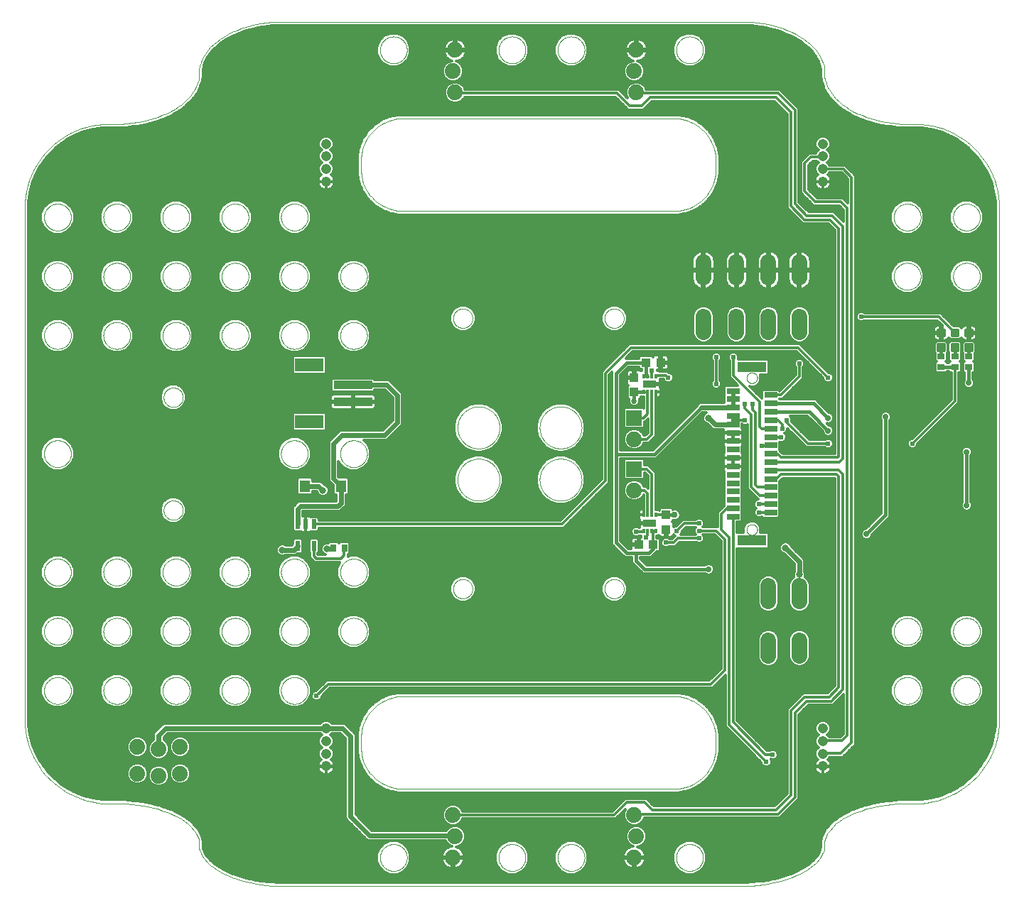
<source format=gtl>
G75*
%MOIN*%
%OFA0B0*%
%FSLAX25Y25*%
%IPPOS*%
%LPD*%
%AMOC8*
5,1,8,0,0,1.08239X$1,22.5*
%
%ADD10C,0.00394*%
%ADD11C,0.00000*%
%ADD12R,0.05906X0.02756*%
%ADD13R,0.13386X0.05118*%
%ADD14R,0.02165X0.04724*%
%ADD15R,0.18110X0.03937*%
%ADD16R,0.13386X0.06299*%
%ADD17R,0.05000X0.05787*%
%ADD18R,0.03543X0.02756*%
%ADD19C,0.01181*%
%ADD20R,0.02756X0.03543*%
%ADD21R,0.01378X0.02362*%
%ADD22R,0.06299X0.03543*%
%ADD23R,0.04331X0.03937*%
%ADD24R,0.03937X0.04331*%
%ADD25R,0.07400X0.07400*%
%ADD26C,0.07400*%
%ADD27C,0.04756*%
%ADD28C,0.07400*%
%ADD29C,0.01200*%
%ADD30C,0.02600*%
%ADD31C,0.01600*%
%ADD32C,0.02700*%
%ADD33C,0.03000*%
%ADD34C,0.01800*%
%ADD35C,0.02400*%
%ADD36C,0.03200*%
%ADD37C,0.02000*%
%ADD38C,0.02200*%
%ADD39C,0.02800*%
%ADD40C,0.02400*%
D10*
X0090927Y0100557D02*
X0092345Y0099525D01*
X0093764Y0098493D01*
X0095379Y0097530D01*
X0097163Y0096651D01*
X0098947Y0095772D01*
X0100900Y0094977D01*
X0102995Y0094278D01*
X0105091Y0093579D01*
X0107328Y0092976D01*
X0109681Y0092484D01*
X0112034Y0091991D01*
X0114502Y0091609D01*
X0117059Y0091349D01*
X0119616Y0091089D01*
X0122261Y0090953D01*
X0342231Y0090953D01*
X0344876Y0091089D01*
X0347432Y0091349D01*
X0349989Y0091609D01*
X0352458Y0091991D01*
X0354811Y0092484D01*
X0357163Y0092976D01*
X0359401Y0093579D01*
X0361496Y0094278D01*
X0363592Y0094977D01*
X0365545Y0095772D01*
X0367329Y0096651D01*
X0369113Y0097530D01*
X0370728Y0098493D01*
X0372146Y0099525D01*
X0373565Y0100557D01*
X0374788Y0101660D01*
X0376787Y0103978D01*
X0377564Y0105195D01*
X0378090Y0106454D01*
X0378617Y0107714D01*
X0378894Y0109017D01*
X0378894Y0111685D01*
X0379171Y0112988D01*
X0379697Y0114248D01*
X0380224Y0115507D01*
X0381001Y0116724D01*
X0383000Y0119042D01*
X0384223Y0120145D01*
X0385641Y0121177D01*
X0387060Y0122209D01*
X0388675Y0123172D01*
X0390459Y0124051D01*
X0392243Y0124930D01*
X0394196Y0125725D01*
X0396291Y0126424D01*
X0398387Y0127123D01*
X0400624Y0127726D01*
X0402977Y0128218D01*
X0405330Y0128711D01*
X0407799Y0129093D01*
X0410355Y0129353D01*
X0412912Y0129613D01*
X0415557Y0129749D01*
X0424090Y0129749D01*
X0426735Y0130026D01*
X0429292Y0130552D01*
X0431848Y0131079D01*
X0434317Y0131856D01*
X0436670Y0132855D01*
X0439023Y0133855D01*
X0441260Y0135078D01*
X0443356Y0136496D01*
X0445451Y0137915D01*
X0447404Y0139530D01*
X0450972Y0143098D01*
X0452587Y0145051D01*
X0454005Y0147146D01*
X0455424Y0149242D01*
X0456647Y0151479D01*
X0458646Y0156185D01*
X0459423Y0158654D01*
X0459949Y0161210D01*
X0460476Y0163767D01*
X0460753Y0166412D01*
X0460753Y0411987D01*
X0460476Y0414632D01*
X0459949Y0417189D01*
X0459423Y0419746D01*
X0458646Y0422214D01*
X0456647Y0426920D01*
X0455424Y0429157D01*
X0454005Y0431253D01*
X0452587Y0433348D01*
X0450972Y0435301D01*
X0447404Y0438869D01*
X0445451Y0440484D01*
X0443356Y0441903D01*
X0441260Y0443321D01*
X0439023Y0444544D01*
X0434317Y0446543D01*
X0431848Y0447320D01*
X0429292Y0447847D01*
X0426735Y0448373D01*
X0424090Y0448650D01*
X0415557Y0448650D01*
X0412912Y0448819D01*
X0410355Y0449141D01*
X0407799Y0449463D01*
X0405330Y0449937D01*
X0400624Y0451159D01*
X0398387Y0451906D01*
X0396291Y0452773D01*
X0394196Y0453639D01*
X0392243Y0454626D01*
X0390459Y0455716D01*
X0388675Y0456806D01*
X0387060Y0457999D01*
X0385641Y0459279D01*
X0384223Y0460559D01*
X0383000Y0461927D01*
X0381001Y0464802D01*
X0380224Y0466310D01*
X0379697Y0467872D01*
X0379171Y0469434D01*
X0378894Y0471050D01*
X0378894Y0474357D01*
X0378617Y0475973D01*
X0378090Y0477535D01*
X0377564Y0479097D01*
X0376787Y0480605D01*
X0374788Y0483481D01*
X0373565Y0484848D01*
X0372146Y0486128D01*
X0370728Y0487408D01*
X0369113Y0488601D01*
X0367329Y0489691D01*
X0365545Y0490781D01*
X0363592Y0491768D01*
X0361496Y0492635D01*
X0359401Y0493501D01*
X0357163Y0494248D01*
X0352458Y0495470D01*
X0349989Y0495944D01*
X0347432Y0496266D01*
X0344876Y0496588D01*
X0342231Y0496757D01*
X0122261Y0496757D01*
X0119616Y0496588D01*
X0117059Y0496266D01*
X0114502Y0495944D01*
X0112034Y0495470D01*
X0107328Y0494248D01*
X0105091Y0493501D01*
X0102995Y0492635D01*
X0100900Y0491768D01*
X0098947Y0490781D01*
X0097163Y0489691D01*
X0095379Y0488601D01*
X0093764Y0487408D01*
X0092345Y0486128D01*
X0090927Y0484848D01*
X0089704Y0483481D01*
X0087705Y0480605D01*
X0086928Y0479097D01*
X0086401Y0477535D01*
X0085875Y0475973D01*
X0085598Y0474357D01*
X0085598Y0471050D01*
X0085321Y0469434D01*
X0084794Y0467872D01*
X0084267Y0466310D01*
X0083491Y0464802D01*
X0081492Y0461927D01*
X0080269Y0460559D01*
X0078850Y0459279D01*
X0077432Y0457999D01*
X0075817Y0456806D01*
X0074033Y0455716D01*
X0072249Y0454626D01*
X0070296Y0453639D01*
X0068200Y0452773D01*
X0066105Y0451906D01*
X0063867Y0451159D01*
X0059161Y0449937D01*
X0056693Y0449463D01*
X0054136Y0449141D01*
X0051580Y0448819D01*
X0048934Y0448650D01*
X0040402Y0448650D01*
X0037757Y0448373D01*
X0035200Y0447847D01*
X0032643Y0447320D01*
X0030175Y0446543D01*
X0025469Y0444544D01*
X0023231Y0443321D01*
X0021136Y0441903D01*
X0019041Y0440484D01*
X0017088Y0438869D01*
X0013520Y0435301D01*
X0011905Y0433348D01*
X0010486Y0431253D01*
X0009067Y0429157D01*
X0007845Y0426920D01*
X0005846Y0422214D01*
X0005069Y0419746D01*
X0004542Y0417189D01*
X0004016Y0414632D01*
X0003739Y0411987D01*
X0003739Y0166412D01*
X0004016Y0163767D01*
X0004542Y0161210D01*
X0005069Y0158654D01*
X0005846Y0156185D01*
X0007845Y0151479D01*
X0009067Y0149242D01*
X0010486Y0147146D01*
X0011905Y0145051D01*
X0013520Y0143098D01*
X0017088Y0139530D01*
X0019041Y0137915D01*
X0021136Y0136496D01*
X0023231Y0135078D01*
X0025469Y0133855D01*
X0027822Y0132855D01*
X0030175Y0131856D01*
X0032643Y0131079D01*
X0035200Y0130552D01*
X0037757Y0130026D01*
X0040402Y0129749D01*
X0048934Y0129749D01*
X0051580Y0129613D01*
X0054136Y0129353D01*
X0056693Y0129093D01*
X0059161Y0128711D01*
X0061514Y0128218D01*
X0063867Y0127726D01*
X0066105Y0127123D01*
X0068200Y0126424D01*
X0070296Y0125725D01*
X0072249Y0124930D01*
X0074033Y0124051D01*
X0075817Y0123172D01*
X0077432Y0122209D01*
X0078850Y0121177D01*
X0080269Y0120145D01*
X0081492Y0119042D01*
X0083491Y0116724D01*
X0084267Y0115507D01*
X0084794Y0114248D01*
X0085321Y0112988D01*
X0085598Y0111685D01*
X0085598Y0109017D01*
X0085875Y0107714D01*
X0086401Y0106454D01*
X0086928Y0105195D01*
X0087705Y0103978D01*
X0089704Y0101660D01*
X0090927Y0100557D01*
X0163542Y0147308D02*
X0162542Y0149661D01*
X0162154Y0150895D01*
X0161891Y0152173D01*
X0161627Y0153452D01*
X0161489Y0154774D01*
X0161489Y0161603D01*
X0161627Y0162926D01*
X0161891Y0164204D01*
X0162154Y0165483D01*
X0162542Y0166717D01*
X0163542Y0169070D01*
X0164153Y0170189D01*
X0164863Y0171236D01*
X0165572Y0172284D01*
X0166379Y0173260D01*
X0168163Y0175044D01*
X0169140Y0175852D01*
X0170188Y0176561D01*
X0171235Y0177271D01*
X0172354Y0177882D01*
X0174707Y0178881D01*
X0175941Y0179270D01*
X0177220Y0179533D01*
X0178498Y0179797D01*
X0179821Y0179935D01*
X0309576Y0179935D01*
X0310898Y0179797D01*
X0313455Y0179270D01*
X0314689Y0178881D01*
X0315866Y0178382D01*
X0317042Y0177882D01*
X0318161Y0177271D01*
X0319209Y0176561D01*
X0320256Y0175852D01*
X0321233Y0175044D01*
X0322125Y0174152D01*
X0323017Y0173260D01*
X0323824Y0172284D01*
X0325243Y0170189D01*
X0325854Y0169070D01*
X0326854Y0166717D01*
X0327242Y0165483D01*
X0327505Y0164204D01*
X0327769Y0162926D01*
X0327907Y0161603D01*
X0327907Y0154774D01*
X0327769Y0153452D01*
X0327505Y0152173D01*
X0327242Y0150895D01*
X0326854Y0149661D01*
X0325854Y0147308D01*
X0325243Y0146189D01*
X0324534Y0145141D01*
X0323824Y0144093D01*
X0323017Y0143117D01*
X0322125Y0142225D01*
X0321233Y0141333D01*
X0320256Y0140526D01*
X0319209Y0139816D01*
X0318161Y0139107D01*
X0317042Y0138496D01*
X0315866Y0137996D01*
X0314689Y0137496D01*
X0313455Y0137108D01*
X0312177Y0136844D01*
X0310898Y0136581D01*
X0309576Y0136442D01*
X0179821Y0136442D01*
X0178498Y0136581D01*
X0177220Y0136844D01*
X0175941Y0137108D01*
X0174707Y0137496D01*
X0172354Y0138496D01*
X0171235Y0139107D01*
X0169140Y0140526D01*
X0168163Y0141333D01*
X0167271Y0142225D01*
X0166379Y0143117D01*
X0165572Y0144093D01*
X0164863Y0145141D01*
X0164153Y0146189D01*
X0163542Y0147308D01*
X0179821Y0407775D02*
X0178498Y0407914D01*
X0177220Y0408177D01*
X0175941Y0408440D01*
X0174707Y0408829D01*
X0172354Y0409828D01*
X0171235Y0410440D01*
X0169140Y0411858D01*
X0168163Y0412666D01*
X0166379Y0414450D01*
X0165572Y0415426D01*
X0164863Y0416474D01*
X0164153Y0417522D01*
X0163542Y0418640D01*
X0162542Y0420993D01*
X0162154Y0422227D01*
X0161627Y0424784D01*
X0161489Y0426107D01*
X0161489Y0432936D01*
X0161627Y0434258D01*
X0162154Y0436815D01*
X0162542Y0438049D01*
X0163542Y0440402D01*
X0164153Y0441521D01*
X0164863Y0442569D01*
X0165572Y0443617D01*
X0166379Y0444593D01*
X0168163Y0446377D01*
X0169140Y0447184D01*
X0170188Y0447894D01*
X0171235Y0448603D01*
X0172354Y0449215D01*
X0174707Y0450214D01*
X0175941Y0450602D01*
X0177220Y0450866D01*
X0178498Y0451129D01*
X0179821Y0451268D01*
X0309576Y0451268D01*
X0310898Y0451129D01*
X0312177Y0450866D01*
X0313455Y0450602D01*
X0314689Y0450214D01*
X0315866Y0449714D01*
X0317042Y0449215D01*
X0318161Y0448603D01*
X0319209Y0447894D01*
X0320256Y0447184D01*
X0321233Y0446377D01*
X0322125Y0445485D01*
X0323017Y0444593D01*
X0323824Y0443617D01*
X0324534Y0442569D01*
X0325243Y0441521D01*
X0325854Y0440402D01*
X0326854Y0438049D01*
X0327242Y0436815D01*
X0327769Y0434258D01*
X0327907Y0432936D01*
X0327907Y0426107D01*
X0327769Y0424784D01*
X0327242Y0422227D01*
X0326854Y0420993D01*
X0325854Y0418640D01*
X0325243Y0417522D01*
X0324534Y0416474D01*
X0323824Y0415426D01*
X0323017Y0414450D01*
X0322125Y0413558D01*
X0321233Y0412666D01*
X0320256Y0411858D01*
X0319209Y0411149D01*
X0318161Y0410440D01*
X0317042Y0409828D01*
X0315866Y0409328D01*
X0314689Y0408829D01*
X0313455Y0408440D01*
X0312177Y0408177D01*
X0310898Y0407914D01*
X0309576Y0407775D01*
X0179821Y0407775D01*
D11*
X0151701Y0377175D02*
X0151703Y0377333D01*
X0151709Y0377491D01*
X0151719Y0377649D01*
X0151733Y0377807D01*
X0151751Y0377964D01*
X0151772Y0378121D01*
X0151798Y0378277D01*
X0151828Y0378433D01*
X0151861Y0378588D01*
X0151899Y0378741D01*
X0151940Y0378894D01*
X0151985Y0379046D01*
X0152034Y0379197D01*
X0152087Y0379346D01*
X0152143Y0379494D01*
X0152203Y0379640D01*
X0152267Y0379785D01*
X0152335Y0379928D01*
X0152406Y0380070D01*
X0152480Y0380210D01*
X0152558Y0380347D01*
X0152640Y0380483D01*
X0152724Y0380617D01*
X0152813Y0380748D01*
X0152904Y0380877D01*
X0152999Y0381004D01*
X0153096Y0381129D01*
X0153197Y0381251D01*
X0153301Y0381370D01*
X0153408Y0381487D01*
X0153518Y0381601D01*
X0153631Y0381712D01*
X0153746Y0381821D01*
X0153864Y0381926D01*
X0153985Y0382028D01*
X0154108Y0382128D01*
X0154234Y0382224D01*
X0154362Y0382317D01*
X0154492Y0382407D01*
X0154625Y0382493D01*
X0154760Y0382577D01*
X0154896Y0382656D01*
X0155035Y0382733D01*
X0155176Y0382805D01*
X0155318Y0382875D01*
X0155462Y0382940D01*
X0155608Y0383002D01*
X0155755Y0383060D01*
X0155904Y0383115D01*
X0156054Y0383166D01*
X0156205Y0383213D01*
X0156357Y0383256D01*
X0156510Y0383295D01*
X0156665Y0383331D01*
X0156820Y0383362D01*
X0156976Y0383390D01*
X0157132Y0383414D01*
X0157289Y0383434D01*
X0157447Y0383450D01*
X0157604Y0383462D01*
X0157763Y0383470D01*
X0157921Y0383474D01*
X0158079Y0383474D01*
X0158237Y0383470D01*
X0158396Y0383462D01*
X0158553Y0383450D01*
X0158711Y0383434D01*
X0158868Y0383414D01*
X0159024Y0383390D01*
X0159180Y0383362D01*
X0159335Y0383331D01*
X0159490Y0383295D01*
X0159643Y0383256D01*
X0159795Y0383213D01*
X0159946Y0383166D01*
X0160096Y0383115D01*
X0160245Y0383060D01*
X0160392Y0383002D01*
X0160538Y0382940D01*
X0160682Y0382875D01*
X0160824Y0382805D01*
X0160965Y0382733D01*
X0161104Y0382656D01*
X0161240Y0382577D01*
X0161375Y0382493D01*
X0161508Y0382407D01*
X0161638Y0382317D01*
X0161766Y0382224D01*
X0161892Y0382128D01*
X0162015Y0382028D01*
X0162136Y0381926D01*
X0162254Y0381821D01*
X0162369Y0381712D01*
X0162482Y0381601D01*
X0162592Y0381487D01*
X0162699Y0381370D01*
X0162803Y0381251D01*
X0162904Y0381129D01*
X0163001Y0381004D01*
X0163096Y0380877D01*
X0163187Y0380748D01*
X0163276Y0380617D01*
X0163360Y0380483D01*
X0163442Y0380347D01*
X0163520Y0380210D01*
X0163594Y0380070D01*
X0163665Y0379928D01*
X0163733Y0379785D01*
X0163797Y0379640D01*
X0163857Y0379494D01*
X0163913Y0379346D01*
X0163966Y0379197D01*
X0164015Y0379046D01*
X0164060Y0378894D01*
X0164101Y0378741D01*
X0164139Y0378588D01*
X0164172Y0378433D01*
X0164202Y0378277D01*
X0164228Y0378121D01*
X0164249Y0377964D01*
X0164267Y0377807D01*
X0164281Y0377649D01*
X0164291Y0377491D01*
X0164297Y0377333D01*
X0164299Y0377175D01*
X0164297Y0377017D01*
X0164291Y0376859D01*
X0164281Y0376701D01*
X0164267Y0376543D01*
X0164249Y0376386D01*
X0164228Y0376229D01*
X0164202Y0376073D01*
X0164172Y0375917D01*
X0164139Y0375762D01*
X0164101Y0375609D01*
X0164060Y0375456D01*
X0164015Y0375304D01*
X0163966Y0375153D01*
X0163913Y0375004D01*
X0163857Y0374856D01*
X0163797Y0374710D01*
X0163733Y0374565D01*
X0163665Y0374422D01*
X0163594Y0374280D01*
X0163520Y0374140D01*
X0163442Y0374003D01*
X0163360Y0373867D01*
X0163276Y0373733D01*
X0163187Y0373602D01*
X0163096Y0373473D01*
X0163001Y0373346D01*
X0162904Y0373221D01*
X0162803Y0373099D01*
X0162699Y0372980D01*
X0162592Y0372863D01*
X0162482Y0372749D01*
X0162369Y0372638D01*
X0162254Y0372529D01*
X0162136Y0372424D01*
X0162015Y0372322D01*
X0161892Y0372222D01*
X0161766Y0372126D01*
X0161638Y0372033D01*
X0161508Y0371943D01*
X0161375Y0371857D01*
X0161240Y0371773D01*
X0161104Y0371694D01*
X0160965Y0371617D01*
X0160824Y0371545D01*
X0160682Y0371475D01*
X0160538Y0371410D01*
X0160392Y0371348D01*
X0160245Y0371290D01*
X0160096Y0371235D01*
X0159946Y0371184D01*
X0159795Y0371137D01*
X0159643Y0371094D01*
X0159490Y0371055D01*
X0159335Y0371019D01*
X0159180Y0370988D01*
X0159024Y0370960D01*
X0158868Y0370936D01*
X0158711Y0370916D01*
X0158553Y0370900D01*
X0158396Y0370888D01*
X0158237Y0370880D01*
X0158079Y0370876D01*
X0157921Y0370876D01*
X0157763Y0370880D01*
X0157604Y0370888D01*
X0157447Y0370900D01*
X0157289Y0370916D01*
X0157132Y0370936D01*
X0156976Y0370960D01*
X0156820Y0370988D01*
X0156665Y0371019D01*
X0156510Y0371055D01*
X0156357Y0371094D01*
X0156205Y0371137D01*
X0156054Y0371184D01*
X0155904Y0371235D01*
X0155755Y0371290D01*
X0155608Y0371348D01*
X0155462Y0371410D01*
X0155318Y0371475D01*
X0155176Y0371545D01*
X0155035Y0371617D01*
X0154896Y0371694D01*
X0154760Y0371773D01*
X0154625Y0371857D01*
X0154492Y0371943D01*
X0154362Y0372033D01*
X0154234Y0372126D01*
X0154108Y0372222D01*
X0153985Y0372322D01*
X0153864Y0372424D01*
X0153746Y0372529D01*
X0153631Y0372638D01*
X0153518Y0372749D01*
X0153408Y0372863D01*
X0153301Y0372980D01*
X0153197Y0373099D01*
X0153096Y0373221D01*
X0152999Y0373346D01*
X0152904Y0373473D01*
X0152813Y0373602D01*
X0152724Y0373733D01*
X0152640Y0373867D01*
X0152558Y0374003D01*
X0152480Y0374140D01*
X0152406Y0374280D01*
X0152335Y0374422D01*
X0152267Y0374565D01*
X0152203Y0374710D01*
X0152143Y0374856D01*
X0152087Y0375004D01*
X0152034Y0375153D01*
X0151985Y0375304D01*
X0151940Y0375456D01*
X0151899Y0375609D01*
X0151861Y0375762D01*
X0151828Y0375917D01*
X0151798Y0376073D01*
X0151772Y0376229D01*
X0151751Y0376386D01*
X0151733Y0376543D01*
X0151719Y0376701D01*
X0151709Y0376859D01*
X0151703Y0377017D01*
X0151701Y0377175D01*
X0123901Y0377175D02*
X0123903Y0377333D01*
X0123909Y0377491D01*
X0123919Y0377649D01*
X0123933Y0377807D01*
X0123951Y0377964D01*
X0123972Y0378121D01*
X0123998Y0378277D01*
X0124028Y0378433D01*
X0124061Y0378588D01*
X0124099Y0378741D01*
X0124140Y0378894D01*
X0124185Y0379046D01*
X0124234Y0379197D01*
X0124287Y0379346D01*
X0124343Y0379494D01*
X0124403Y0379640D01*
X0124467Y0379785D01*
X0124535Y0379928D01*
X0124606Y0380070D01*
X0124680Y0380210D01*
X0124758Y0380347D01*
X0124840Y0380483D01*
X0124924Y0380617D01*
X0125013Y0380748D01*
X0125104Y0380877D01*
X0125199Y0381004D01*
X0125296Y0381129D01*
X0125397Y0381251D01*
X0125501Y0381370D01*
X0125608Y0381487D01*
X0125718Y0381601D01*
X0125831Y0381712D01*
X0125946Y0381821D01*
X0126064Y0381926D01*
X0126185Y0382028D01*
X0126308Y0382128D01*
X0126434Y0382224D01*
X0126562Y0382317D01*
X0126692Y0382407D01*
X0126825Y0382493D01*
X0126960Y0382577D01*
X0127096Y0382656D01*
X0127235Y0382733D01*
X0127376Y0382805D01*
X0127518Y0382875D01*
X0127662Y0382940D01*
X0127808Y0383002D01*
X0127955Y0383060D01*
X0128104Y0383115D01*
X0128254Y0383166D01*
X0128405Y0383213D01*
X0128557Y0383256D01*
X0128710Y0383295D01*
X0128865Y0383331D01*
X0129020Y0383362D01*
X0129176Y0383390D01*
X0129332Y0383414D01*
X0129489Y0383434D01*
X0129647Y0383450D01*
X0129804Y0383462D01*
X0129963Y0383470D01*
X0130121Y0383474D01*
X0130279Y0383474D01*
X0130437Y0383470D01*
X0130596Y0383462D01*
X0130753Y0383450D01*
X0130911Y0383434D01*
X0131068Y0383414D01*
X0131224Y0383390D01*
X0131380Y0383362D01*
X0131535Y0383331D01*
X0131690Y0383295D01*
X0131843Y0383256D01*
X0131995Y0383213D01*
X0132146Y0383166D01*
X0132296Y0383115D01*
X0132445Y0383060D01*
X0132592Y0383002D01*
X0132738Y0382940D01*
X0132882Y0382875D01*
X0133024Y0382805D01*
X0133165Y0382733D01*
X0133304Y0382656D01*
X0133440Y0382577D01*
X0133575Y0382493D01*
X0133708Y0382407D01*
X0133838Y0382317D01*
X0133966Y0382224D01*
X0134092Y0382128D01*
X0134215Y0382028D01*
X0134336Y0381926D01*
X0134454Y0381821D01*
X0134569Y0381712D01*
X0134682Y0381601D01*
X0134792Y0381487D01*
X0134899Y0381370D01*
X0135003Y0381251D01*
X0135104Y0381129D01*
X0135201Y0381004D01*
X0135296Y0380877D01*
X0135387Y0380748D01*
X0135476Y0380617D01*
X0135560Y0380483D01*
X0135642Y0380347D01*
X0135720Y0380210D01*
X0135794Y0380070D01*
X0135865Y0379928D01*
X0135933Y0379785D01*
X0135997Y0379640D01*
X0136057Y0379494D01*
X0136113Y0379346D01*
X0136166Y0379197D01*
X0136215Y0379046D01*
X0136260Y0378894D01*
X0136301Y0378741D01*
X0136339Y0378588D01*
X0136372Y0378433D01*
X0136402Y0378277D01*
X0136428Y0378121D01*
X0136449Y0377964D01*
X0136467Y0377807D01*
X0136481Y0377649D01*
X0136491Y0377491D01*
X0136497Y0377333D01*
X0136499Y0377175D01*
X0136497Y0377017D01*
X0136491Y0376859D01*
X0136481Y0376701D01*
X0136467Y0376543D01*
X0136449Y0376386D01*
X0136428Y0376229D01*
X0136402Y0376073D01*
X0136372Y0375917D01*
X0136339Y0375762D01*
X0136301Y0375609D01*
X0136260Y0375456D01*
X0136215Y0375304D01*
X0136166Y0375153D01*
X0136113Y0375004D01*
X0136057Y0374856D01*
X0135997Y0374710D01*
X0135933Y0374565D01*
X0135865Y0374422D01*
X0135794Y0374280D01*
X0135720Y0374140D01*
X0135642Y0374003D01*
X0135560Y0373867D01*
X0135476Y0373733D01*
X0135387Y0373602D01*
X0135296Y0373473D01*
X0135201Y0373346D01*
X0135104Y0373221D01*
X0135003Y0373099D01*
X0134899Y0372980D01*
X0134792Y0372863D01*
X0134682Y0372749D01*
X0134569Y0372638D01*
X0134454Y0372529D01*
X0134336Y0372424D01*
X0134215Y0372322D01*
X0134092Y0372222D01*
X0133966Y0372126D01*
X0133838Y0372033D01*
X0133708Y0371943D01*
X0133575Y0371857D01*
X0133440Y0371773D01*
X0133304Y0371694D01*
X0133165Y0371617D01*
X0133024Y0371545D01*
X0132882Y0371475D01*
X0132738Y0371410D01*
X0132592Y0371348D01*
X0132445Y0371290D01*
X0132296Y0371235D01*
X0132146Y0371184D01*
X0131995Y0371137D01*
X0131843Y0371094D01*
X0131690Y0371055D01*
X0131535Y0371019D01*
X0131380Y0370988D01*
X0131224Y0370960D01*
X0131068Y0370936D01*
X0130911Y0370916D01*
X0130753Y0370900D01*
X0130596Y0370888D01*
X0130437Y0370880D01*
X0130279Y0370876D01*
X0130121Y0370876D01*
X0129963Y0370880D01*
X0129804Y0370888D01*
X0129647Y0370900D01*
X0129489Y0370916D01*
X0129332Y0370936D01*
X0129176Y0370960D01*
X0129020Y0370988D01*
X0128865Y0371019D01*
X0128710Y0371055D01*
X0128557Y0371094D01*
X0128405Y0371137D01*
X0128254Y0371184D01*
X0128104Y0371235D01*
X0127955Y0371290D01*
X0127808Y0371348D01*
X0127662Y0371410D01*
X0127518Y0371475D01*
X0127376Y0371545D01*
X0127235Y0371617D01*
X0127096Y0371694D01*
X0126960Y0371773D01*
X0126825Y0371857D01*
X0126692Y0371943D01*
X0126562Y0372033D01*
X0126434Y0372126D01*
X0126308Y0372222D01*
X0126185Y0372322D01*
X0126064Y0372424D01*
X0125946Y0372529D01*
X0125831Y0372638D01*
X0125718Y0372749D01*
X0125608Y0372863D01*
X0125501Y0372980D01*
X0125397Y0373099D01*
X0125296Y0373221D01*
X0125199Y0373346D01*
X0125104Y0373473D01*
X0125013Y0373602D01*
X0124924Y0373733D01*
X0124840Y0373867D01*
X0124758Y0374003D01*
X0124680Y0374140D01*
X0124606Y0374280D01*
X0124535Y0374422D01*
X0124467Y0374565D01*
X0124403Y0374710D01*
X0124343Y0374856D01*
X0124287Y0375004D01*
X0124234Y0375153D01*
X0124185Y0375304D01*
X0124140Y0375456D01*
X0124099Y0375609D01*
X0124061Y0375762D01*
X0124028Y0375917D01*
X0123998Y0376073D01*
X0123972Y0376229D01*
X0123951Y0376386D01*
X0123933Y0376543D01*
X0123919Y0376701D01*
X0123909Y0376859D01*
X0123903Y0377017D01*
X0123901Y0377175D01*
X0096101Y0377175D02*
X0096103Y0377333D01*
X0096109Y0377491D01*
X0096119Y0377649D01*
X0096133Y0377807D01*
X0096151Y0377964D01*
X0096172Y0378121D01*
X0096198Y0378277D01*
X0096228Y0378433D01*
X0096261Y0378588D01*
X0096299Y0378741D01*
X0096340Y0378894D01*
X0096385Y0379046D01*
X0096434Y0379197D01*
X0096487Y0379346D01*
X0096543Y0379494D01*
X0096603Y0379640D01*
X0096667Y0379785D01*
X0096735Y0379928D01*
X0096806Y0380070D01*
X0096880Y0380210D01*
X0096958Y0380347D01*
X0097040Y0380483D01*
X0097124Y0380617D01*
X0097213Y0380748D01*
X0097304Y0380877D01*
X0097399Y0381004D01*
X0097496Y0381129D01*
X0097597Y0381251D01*
X0097701Y0381370D01*
X0097808Y0381487D01*
X0097918Y0381601D01*
X0098031Y0381712D01*
X0098146Y0381821D01*
X0098264Y0381926D01*
X0098385Y0382028D01*
X0098508Y0382128D01*
X0098634Y0382224D01*
X0098762Y0382317D01*
X0098892Y0382407D01*
X0099025Y0382493D01*
X0099160Y0382577D01*
X0099296Y0382656D01*
X0099435Y0382733D01*
X0099576Y0382805D01*
X0099718Y0382875D01*
X0099862Y0382940D01*
X0100008Y0383002D01*
X0100155Y0383060D01*
X0100304Y0383115D01*
X0100454Y0383166D01*
X0100605Y0383213D01*
X0100757Y0383256D01*
X0100910Y0383295D01*
X0101065Y0383331D01*
X0101220Y0383362D01*
X0101376Y0383390D01*
X0101532Y0383414D01*
X0101689Y0383434D01*
X0101847Y0383450D01*
X0102004Y0383462D01*
X0102163Y0383470D01*
X0102321Y0383474D01*
X0102479Y0383474D01*
X0102637Y0383470D01*
X0102796Y0383462D01*
X0102953Y0383450D01*
X0103111Y0383434D01*
X0103268Y0383414D01*
X0103424Y0383390D01*
X0103580Y0383362D01*
X0103735Y0383331D01*
X0103890Y0383295D01*
X0104043Y0383256D01*
X0104195Y0383213D01*
X0104346Y0383166D01*
X0104496Y0383115D01*
X0104645Y0383060D01*
X0104792Y0383002D01*
X0104938Y0382940D01*
X0105082Y0382875D01*
X0105224Y0382805D01*
X0105365Y0382733D01*
X0105504Y0382656D01*
X0105640Y0382577D01*
X0105775Y0382493D01*
X0105908Y0382407D01*
X0106038Y0382317D01*
X0106166Y0382224D01*
X0106292Y0382128D01*
X0106415Y0382028D01*
X0106536Y0381926D01*
X0106654Y0381821D01*
X0106769Y0381712D01*
X0106882Y0381601D01*
X0106992Y0381487D01*
X0107099Y0381370D01*
X0107203Y0381251D01*
X0107304Y0381129D01*
X0107401Y0381004D01*
X0107496Y0380877D01*
X0107587Y0380748D01*
X0107676Y0380617D01*
X0107760Y0380483D01*
X0107842Y0380347D01*
X0107920Y0380210D01*
X0107994Y0380070D01*
X0108065Y0379928D01*
X0108133Y0379785D01*
X0108197Y0379640D01*
X0108257Y0379494D01*
X0108313Y0379346D01*
X0108366Y0379197D01*
X0108415Y0379046D01*
X0108460Y0378894D01*
X0108501Y0378741D01*
X0108539Y0378588D01*
X0108572Y0378433D01*
X0108602Y0378277D01*
X0108628Y0378121D01*
X0108649Y0377964D01*
X0108667Y0377807D01*
X0108681Y0377649D01*
X0108691Y0377491D01*
X0108697Y0377333D01*
X0108699Y0377175D01*
X0108697Y0377017D01*
X0108691Y0376859D01*
X0108681Y0376701D01*
X0108667Y0376543D01*
X0108649Y0376386D01*
X0108628Y0376229D01*
X0108602Y0376073D01*
X0108572Y0375917D01*
X0108539Y0375762D01*
X0108501Y0375609D01*
X0108460Y0375456D01*
X0108415Y0375304D01*
X0108366Y0375153D01*
X0108313Y0375004D01*
X0108257Y0374856D01*
X0108197Y0374710D01*
X0108133Y0374565D01*
X0108065Y0374422D01*
X0107994Y0374280D01*
X0107920Y0374140D01*
X0107842Y0374003D01*
X0107760Y0373867D01*
X0107676Y0373733D01*
X0107587Y0373602D01*
X0107496Y0373473D01*
X0107401Y0373346D01*
X0107304Y0373221D01*
X0107203Y0373099D01*
X0107099Y0372980D01*
X0106992Y0372863D01*
X0106882Y0372749D01*
X0106769Y0372638D01*
X0106654Y0372529D01*
X0106536Y0372424D01*
X0106415Y0372322D01*
X0106292Y0372222D01*
X0106166Y0372126D01*
X0106038Y0372033D01*
X0105908Y0371943D01*
X0105775Y0371857D01*
X0105640Y0371773D01*
X0105504Y0371694D01*
X0105365Y0371617D01*
X0105224Y0371545D01*
X0105082Y0371475D01*
X0104938Y0371410D01*
X0104792Y0371348D01*
X0104645Y0371290D01*
X0104496Y0371235D01*
X0104346Y0371184D01*
X0104195Y0371137D01*
X0104043Y0371094D01*
X0103890Y0371055D01*
X0103735Y0371019D01*
X0103580Y0370988D01*
X0103424Y0370960D01*
X0103268Y0370936D01*
X0103111Y0370916D01*
X0102953Y0370900D01*
X0102796Y0370888D01*
X0102637Y0370880D01*
X0102479Y0370876D01*
X0102321Y0370876D01*
X0102163Y0370880D01*
X0102004Y0370888D01*
X0101847Y0370900D01*
X0101689Y0370916D01*
X0101532Y0370936D01*
X0101376Y0370960D01*
X0101220Y0370988D01*
X0101065Y0371019D01*
X0100910Y0371055D01*
X0100757Y0371094D01*
X0100605Y0371137D01*
X0100454Y0371184D01*
X0100304Y0371235D01*
X0100155Y0371290D01*
X0100008Y0371348D01*
X0099862Y0371410D01*
X0099718Y0371475D01*
X0099576Y0371545D01*
X0099435Y0371617D01*
X0099296Y0371694D01*
X0099160Y0371773D01*
X0099025Y0371857D01*
X0098892Y0371943D01*
X0098762Y0372033D01*
X0098634Y0372126D01*
X0098508Y0372222D01*
X0098385Y0372322D01*
X0098264Y0372424D01*
X0098146Y0372529D01*
X0098031Y0372638D01*
X0097918Y0372749D01*
X0097808Y0372863D01*
X0097701Y0372980D01*
X0097597Y0373099D01*
X0097496Y0373221D01*
X0097399Y0373346D01*
X0097304Y0373473D01*
X0097213Y0373602D01*
X0097124Y0373733D01*
X0097040Y0373867D01*
X0096958Y0374003D01*
X0096880Y0374140D01*
X0096806Y0374280D01*
X0096735Y0374422D01*
X0096667Y0374565D01*
X0096603Y0374710D01*
X0096543Y0374856D01*
X0096487Y0375004D01*
X0096434Y0375153D01*
X0096385Y0375304D01*
X0096340Y0375456D01*
X0096299Y0375609D01*
X0096261Y0375762D01*
X0096228Y0375917D01*
X0096198Y0376073D01*
X0096172Y0376229D01*
X0096151Y0376386D01*
X0096133Y0376543D01*
X0096119Y0376701D01*
X0096109Y0376859D01*
X0096103Y0377017D01*
X0096101Y0377175D01*
X0068401Y0377175D02*
X0068403Y0377333D01*
X0068409Y0377491D01*
X0068419Y0377649D01*
X0068433Y0377807D01*
X0068451Y0377964D01*
X0068472Y0378121D01*
X0068498Y0378277D01*
X0068528Y0378433D01*
X0068561Y0378588D01*
X0068599Y0378741D01*
X0068640Y0378894D01*
X0068685Y0379046D01*
X0068734Y0379197D01*
X0068787Y0379346D01*
X0068843Y0379494D01*
X0068903Y0379640D01*
X0068967Y0379785D01*
X0069035Y0379928D01*
X0069106Y0380070D01*
X0069180Y0380210D01*
X0069258Y0380347D01*
X0069340Y0380483D01*
X0069424Y0380617D01*
X0069513Y0380748D01*
X0069604Y0380877D01*
X0069699Y0381004D01*
X0069796Y0381129D01*
X0069897Y0381251D01*
X0070001Y0381370D01*
X0070108Y0381487D01*
X0070218Y0381601D01*
X0070331Y0381712D01*
X0070446Y0381821D01*
X0070564Y0381926D01*
X0070685Y0382028D01*
X0070808Y0382128D01*
X0070934Y0382224D01*
X0071062Y0382317D01*
X0071192Y0382407D01*
X0071325Y0382493D01*
X0071460Y0382577D01*
X0071596Y0382656D01*
X0071735Y0382733D01*
X0071876Y0382805D01*
X0072018Y0382875D01*
X0072162Y0382940D01*
X0072308Y0383002D01*
X0072455Y0383060D01*
X0072604Y0383115D01*
X0072754Y0383166D01*
X0072905Y0383213D01*
X0073057Y0383256D01*
X0073210Y0383295D01*
X0073365Y0383331D01*
X0073520Y0383362D01*
X0073676Y0383390D01*
X0073832Y0383414D01*
X0073989Y0383434D01*
X0074147Y0383450D01*
X0074304Y0383462D01*
X0074463Y0383470D01*
X0074621Y0383474D01*
X0074779Y0383474D01*
X0074937Y0383470D01*
X0075096Y0383462D01*
X0075253Y0383450D01*
X0075411Y0383434D01*
X0075568Y0383414D01*
X0075724Y0383390D01*
X0075880Y0383362D01*
X0076035Y0383331D01*
X0076190Y0383295D01*
X0076343Y0383256D01*
X0076495Y0383213D01*
X0076646Y0383166D01*
X0076796Y0383115D01*
X0076945Y0383060D01*
X0077092Y0383002D01*
X0077238Y0382940D01*
X0077382Y0382875D01*
X0077524Y0382805D01*
X0077665Y0382733D01*
X0077804Y0382656D01*
X0077940Y0382577D01*
X0078075Y0382493D01*
X0078208Y0382407D01*
X0078338Y0382317D01*
X0078466Y0382224D01*
X0078592Y0382128D01*
X0078715Y0382028D01*
X0078836Y0381926D01*
X0078954Y0381821D01*
X0079069Y0381712D01*
X0079182Y0381601D01*
X0079292Y0381487D01*
X0079399Y0381370D01*
X0079503Y0381251D01*
X0079604Y0381129D01*
X0079701Y0381004D01*
X0079796Y0380877D01*
X0079887Y0380748D01*
X0079976Y0380617D01*
X0080060Y0380483D01*
X0080142Y0380347D01*
X0080220Y0380210D01*
X0080294Y0380070D01*
X0080365Y0379928D01*
X0080433Y0379785D01*
X0080497Y0379640D01*
X0080557Y0379494D01*
X0080613Y0379346D01*
X0080666Y0379197D01*
X0080715Y0379046D01*
X0080760Y0378894D01*
X0080801Y0378741D01*
X0080839Y0378588D01*
X0080872Y0378433D01*
X0080902Y0378277D01*
X0080928Y0378121D01*
X0080949Y0377964D01*
X0080967Y0377807D01*
X0080981Y0377649D01*
X0080991Y0377491D01*
X0080997Y0377333D01*
X0080999Y0377175D01*
X0080997Y0377017D01*
X0080991Y0376859D01*
X0080981Y0376701D01*
X0080967Y0376543D01*
X0080949Y0376386D01*
X0080928Y0376229D01*
X0080902Y0376073D01*
X0080872Y0375917D01*
X0080839Y0375762D01*
X0080801Y0375609D01*
X0080760Y0375456D01*
X0080715Y0375304D01*
X0080666Y0375153D01*
X0080613Y0375004D01*
X0080557Y0374856D01*
X0080497Y0374710D01*
X0080433Y0374565D01*
X0080365Y0374422D01*
X0080294Y0374280D01*
X0080220Y0374140D01*
X0080142Y0374003D01*
X0080060Y0373867D01*
X0079976Y0373733D01*
X0079887Y0373602D01*
X0079796Y0373473D01*
X0079701Y0373346D01*
X0079604Y0373221D01*
X0079503Y0373099D01*
X0079399Y0372980D01*
X0079292Y0372863D01*
X0079182Y0372749D01*
X0079069Y0372638D01*
X0078954Y0372529D01*
X0078836Y0372424D01*
X0078715Y0372322D01*
X0078592Y0372222D01*
X0078466Y0372126D01*
X0078338Y0372033D01*
X0078208Y0371943D01*
X0078075Y0371857D01*
X0077940Y0371773D01*
X0077804Y0371694D01*
X0077665Y0371617D01*
X0077524Y0371545D01*
X0077382Y0371475D01*
X0077238Y0371410D01*
X0077092Y0371348D01*
X0076945Y0371290D01*
X0076796Y0371235D01*
X0076646Y0371184D01*
X0076495Y0371137D01*
X0076343Y0371094D01*
X0076190Y0371055D01*
X0076035Y0371019D01*
X0075880Y0370988D01*
X0075724Y0370960D01*
X0075568Y0370936D01*
X0075411Y0370916D01*
X0075253Y0370900D01*
X0075096Y0370888D01*
X0074937Y0370880D01*
X0074779Y0370876D01*
X0074621Y0370876D01*
X0074463Y0370880D01*
X0074304Y0370888D01*
X0074147Y0370900D01*
X0073989Y0370916D01*
X0073832Y0370936D01*
X0073676Y0370960D01*
X0073520Y0370988D01*
X0073365Y0371019D01*
X0073210Y0371055D01*
X0073057Y0371094D01*
X0072905Y0371137D01*
X0072754Y0371184D01*
X0072604Y0371235D01*
X0072455Y0371290D01*
X0072308Y0371348D01*
X0072162Y0371410D01*
X0072018Y0371475D01*
X0071876Y0371545D01*
X0071735Y0371617D01*
X0071596Y0371694D01*
X0071460Y0371773D01*
X0071325Y0371857D01*
X0071192Y0371943D01*
X0071062Y0372033D01*
X0070934Y0372126D01*
X0070808Y0372222D01*
X0070685Y0372322D01*
X0070564Y0372424D01*
X0070446Y0372529D01*
X0070331Y0372638D01*
X0070218Y0372749D01*
X0070108Y0372863D01*
X0070001Y0372980D01*
X0069897Y0373099D01*
X0069796Y0373221D01*
X0069699Y0373346D01*
X0069604Y0373473D01*
X0069513Y0373602D01*
X0069424Y0373733D01*
X0069340Y0373867D01*
X0069258Y0374003D01*
X0069180Y0374140D01*
X0069106Y0374280D01*
X0069035Y0374422D01*
X0068967Y0374565D01*
X0068903Y0374710D01*
X0068843Y0374856D01*
X0068787Y0375004D01*
X0068734Y0375153D01*
X0068685Y0375304D01*
X0068640Y0375456D01*
X0068599Y0375609D01*
X0068561Y0375762D01*
X0068528Y0375917D01*
X0068498Y0376073D01*
X0068472Y0376229D01*
X0068451Y0376386D01*
X0068433Y0376543D01*
X0068419Y0376701D01*
X0068409Y0376859D01*
X0068403Y0377017D01*
X0068401Y0377175D01*
X0040601Y0377175D02*
X0040603Y0377333D01*
X0040609Y0377491D01*
X0040619Y0377649D01*
X0040633Y0377807D01*
X0040651Y0377964D01*
X0040672Y0378121D01*
X0040698Y0378277D01*
X0040728Y0378433D01*
X0040761Y0378588D01*
X0040799Y0378741D01*
X0040840Y0378894D01*
X0040885Y0379046D01*
X0040934Y0379197D01*
X0040987Y0379346D01*
X0041043Y0379494D01*
X0041103Y0379640D01*
X0041167Y0379785D01*
X0041235Y0379928D01*
X0041306Y0380070D01*
X0041380Y0380210D01*
X0041458Y0380347D01*
X0041540Y0380483D01*
X0041624Y0380617D01*
X0041713Y0380748D01*
X0041804Y0380877D01*
X0041899Y0381004D01*
X0041996Y0381129D01*
X0042097Y0381251D01*
X0042201Y0381370D01*
X0042308Y0381487D01*
X0042418Y0381601D01*
X0042531Y0381712D01*
X0042646Y0381821D01*
X0042764Y0381926D01*
X0042885Y0382028D01*
X0043008Y0382128D01*
X0043134Y0382224D01*
X0043262Y0382317D01*
X0043392Y0382407D01*
X0043525Y0382493D01*
X0043660Y0382577D01*
X0043796Y0382656D01*
X0043935Y0382733D01*
X0044076Y0382805D01*
X0044218Y0382875D01*
X0044362Y0382940D01*
X0044508Y0383002D01*
X0044655Y0383060D01*
X0044804Y0383115D01*
X0044954Y0383166D01*
X0045105Y0383213D01*
X0045257Y0383256D01*
X0045410Y0383295D01*
X0045565Y0383331D01*
X0045720Y0383362D01*
X0045876Y0383390D01*
X0046032Y0383414D01*
X0046189Y0383434D01*
X0046347Y0383450D01*
X0046504Y0383462D01*
X0046663Y0383470D01*
X0046821Y0383474D01*
X0046979Y0383474D01*
X0047137Y0383470D01*
X0047296Y0383462D01*
X0047453Y0383450D01*
X0047611Y0383434D01*
X0047768Y0383414D01*
X0047924Y0383390D01*
X0048080Y0383362D01*
X0048235Y0383331D01*
X0048390Y0383295D01*
X0048543Y0383256D01*
X0048695Y0383213D01*
X0048846Y0383166D01*
X0048996Y0383115D01*
X0049145Y0383060D01*
X0049292Y0383002D01*
X0049438Y0382940D01*
X0049582Y0382875D01*
X0049724Y0382805D01*
X0049865Y0382733D01*
X0050004Y0382656D01*
X0050140Y0382577D01*
X0050275Y0382493D01*
X0050408Y0382407D01*
X0050538Y0382317D01*
X0050666Y0382224D01*
X0050792Y0382128D01*
X0050915Y0382028D01*
X0051036Y0381926D01*
X0051154Y0381821D01*
X0051269Y0381712D01*
X0051382Y0381601D01*
X0051492Y0381487D01*
X0051599Y0381370D01*
X0051703Y0381251D01*
X0051804Y0381129D01*
X0051901Y0381004D01*
X0051996Y0380877D01*
X0052087Y0380748D01*
X0052176Y0380617D01*
X0052260Y0380483D01*
X0052342Y0380347D01*
X0052420Y0380210D01*
X0052494Y0380070D01*
X0052565Y0379928D01*
X0052633Y0379785D01*
X0052697Y0379640D01*
X0052757Y0379494D01*
X0052813Y0379346D01*
X0052866Y0379197D01*
X0052915Y0379046D01*
X0052960Y0378894D01*
X0053001Y0378741D01*
X0053039Y0378588D01*
X0053072Y0378433D01*
X0053102Y0378277D01*
X0053128Y0378121D01*
X0053149Y0377964D01*
X0053167Y0377807D01*
X0053181Y0377649D01*
X0053191Y0377491D01*
X0053197Y0377333D01*
X0053199Y0377175D01*
X0053197Y0377017D01*
X0053191Y0376859D01*
X0053181Y0376701D01*
X0053167Y0376543D01*
X0053149Y0376386D01*
X0053128Y0376229D01*
X0053102Y0376073D01*
X0053072Y0375917D01*
X0053039Y0375762D01*
X0053001Y0375609D01*
X0052960Y0375456D01*
X0052915Y0375304D01*
X0052866Y0375153D01*
X0052813Y0375004D01*
X0052757Y0374856D01*
X0052697Y0374710D01*
X0052633Y0374565D01*
X0052565Y0374422D01*
X0052494Y0374280D01*
X0052420Y0374140D01*
X0052342Y0374003D01*
X0052260Y0373867D01*
X0052176Y0373733D01*
X0052087Y0373602D01*
X0051996Y0373473D01*
X0051901Y0373346D01*
X0051804Y0373221D01*
X0051703Y0373099D01*
X0051599Y0372980D01*
X0051492Y0372863D01*
X0051382Y0372749D01*
X0051269Y0372638D01*
X0051154Y0372529D01*
X0051036Y0372424D01*
X0050915Y0372322D01*
X0050792Y0372222D01*
X0050666Y0372126D01*
X0050538Y0372033D01*
X0050408Y0371943D01*
X0050275Y0371857D01*
X0050140Y0371773D01*
X0050004Y0371694D01*
X0049865Y0371617D01*
X0049724Y0371545D01*
X0049582Y0371475D01*
X0049438Y0371410D01*
X0049292Y0371348D01*
X0049145Y0371290D01*
X0048996Y0371235D01*
X0048846Y0371184D01*
X0048695Y0371137D01*
X0048543Y0371094D01*
X0048390Y0371055D01*
X0048235Y0371019D01*
X0048080Y0370988D01*
X0047924Y0370960D01*
X0047768Y0370936D01*
X0047611Y0370916D01*
X0047453Y0370900D01*
X0047296Y0370888D01*
X0047137Y0370880D01*
X0046979Y0370876D01*
X0046821Y0370876D01*
X0046663Y0370880D01*
X0046504Y0370888D01*
X0046347Y0370900D01*
X0046189Y0370916D01*
X0046032Y0370936D01*
X0045876Y0370960D01*
X0045720Y0370988D01*
X0045565Y0371019D01*
X0045410Y0371055D01*
X0045257Y0371094D01*
X0045105Y0371137D01*
X0044954Y0371184D01*
X0044804Y0371235D01*
X0044655Y0371290D01*
X0044508Y0371348D01*
X0044362Y0371410D01*
X0044218Y0371475D01*
X0044076Y0371545D01*
X0043935Y0371617D01*
X0043796Y0371694D01*
X0043660Y0371773D01*
X0043525Y0371857D01*
X0043392Y0371943D01*
X0043262Y0372033D01*
X0043134Y0372126D01*
X0043008Y0372222D01*
X0042885Y0372322D01*
X0042764Y0372424D01*
X0042646Y0372529D01*
X0042531Y0372638D01*
X0042418Y0372749D01*
X0042308Y0372863D01*
X0042201Y0372980D01*
X0042097Y0373099D01*
X0041996Y0373221D01*
X0041899Y0373346D01*
X0041804Y0373473D01*
X0041713Y0373602D01*
X0041624Y0373733D01*
X0041540Y0373867D01*
X0041458Y0374003D01*
X0041380Y0374140D01*
X0041306Y0374280D01*
X0041235Y0374422D01*
X0041167Y0374565D01*
X0041103Y0374710D01*
X0041043Y0374856D01*
X0040987Y0375004D01*
X0040934Y0375153D01*
X0040885Y0375304D01*
X0040840Y0375456D01*
X0040799Y0375609D01*
X0040761Y0375762D01*
X0040728Y0375917D01*
X0040698Y0376073D01*
X0040672Y0376229D01*
X0040651Y0376386D01*
X0040633Y0376543D01*
X0040619Y0376701D01*
X0040609Y0376859D01*
X0040603Y0377017D01*
X0040601Y0377175D01*
X0012801Y0377175D02*
X0012803Y0377333D01*
X0012809Y0377491D01*
X0012819Y0377649D01*
X0012833Y0377807D01*
X0012851Y0377964D01*
X0012872Y0378121D01*
X0012898Y0378277D01*
X0012928Y0378433D01*
X0012961Y0378588D01*
X0012999Y0378741D01*
X0013040Y0378894D01*
X0013085Y0379046D01*
X0013134Y0379197D01*
X0013187Y0379346D01*
X0013243Y0379494D01*
X0013303Y0379640D01*
X0013367Y0379785D01*
X0013435Y0379928D01*
X0013506Y0380070D01*
X0013580Y0380210D01*
X0013658Y0380347D01*
X0013740Y0380483D01*
X0013824Y0380617D01*
X0013913Y0380748D01*
X0014004Y0380877D01*
X0014099Y0381004D01*
X0014196Y0381129D01*
X0014297Y0381251D01*
X0014401Y0381370D01*
X0014508Y0381487D01*
X0014618Y0381601D01*
X0014731Y0381712D01*
X0014846Y0381821D01*
X0014964Y0381926D01*
X0015085Y0382028D01*
X0015208Y0382128D01*
X0015334Y0382224D01*
X0015462Y0382317D01*
X0015592Y0382407D01*
X0015725Y0382493D01*
X0015860Y0382577D01*
X0015996Y0382656D01*
X0016135Y0382733D01*
X0016276Y0382805D01*
X0016418Y0382875D01*
X0016562Y0382940D01*
X0016708Y0383002D01*
X0016855Y0383060D01*
X0017004Y0383115D01*
X0017154Y0383166D01*
X0017305Y0383213D01*
X0017457Y0383256D01*
X0017610Y0383295D01*
X0017765Y0383331D01*
X0017920Y0383362D01*
X0018076Y0383390D01*
X0018232Y0383414D01*
X0018389Y0383434D01*
X0018547Y0383450D01*
X0018704Y0383462D01*
X0018863Y0383470D01*
X0019021Y0383474D01*
X0019179Y0383474D01*
X0019337Y0383470D01*
X0019496Y0383462D01*
X0019653Y0383450D01*
X0019811Y0383434D01*
X0019968Y0383414D01*
X0020124Y0383390D01*
X0020280Y0383362D01*
X0020435Y0383331D01*
X0020590Y0383295D01*
X0020743Y0383256D01*
X0020895Y0383213D01*
X0021046Y0383166D01*
X0021196Y0383115D01*
X0021345Y0383060D01*
X0021492Y0383002D01*
X0021638Y0382940D01*
X0021782Y0382875D01*
X0021924Y0382805D01*
X0022065Y0382733D01*
X0022204Y0382656D01*
X0022340Y0382577D01*
X0022475Y0382493D01*
X0022608Y0382407D01*
X0022738Y0382317D01*
X0022866Y0382224D01*
X0022992Y0382128D01*
X0023115Y0382028D01*
X0023236Y0381926D01*
X0023354Y0381821D01*
X0023469Y0381712D01*
X0023582Y0381601D01*
X0023692Y0381487D01*
X0023799Y0381370D01*
X0023903Y0381251D01*
X0024004Y0381129D01*
X0024101Y0381004D01*
X0024196Y0380877D01*
X0024287Y0380748D01*
X0024376Y0380617D01*
X0024460Y0380483D01*
X0024542Y0380347D01*
X0024620Y0380210D01*
X0024694Y0380070D01*
X0024765Y0379928D01*
X0024833Y0379785D01*
X0024897Y0379640D01*
X0024957Y0379494D01*
X0025013Y0379346D01*
X0025066Y0379197D01*
X0025115Y0379046D01*
X0025160Y0378894D01*
X0025201Y0378741D01*
X0025239Y0378588D01*
X0025272Y0378433D01*
X0025302Y0378277D01*
X0025328Y0378121D01*
X0025349Y0377964D01*
X0025367Y0377807D01*
X0025381Y0377649D01*
X0025391Y0377491D01*
X0025397Y0377333D01*
X0025399Y0377175D01*
X0025397Y0377017D01*
X0025391Y0376859D01*
X0025381Y0376701D01*
X0025367Y0376543D01*
X0025349Y0376386D01*
X0025328Y0376229D01*
X0025302Y0376073D01*
X0025272Y0375917D01*
X0025239Y0375762D01*
X0025201Y0375609D01*
X0025160Y0375456D01*
X0025115Y0375304D01*
X0025066Y0375153D01*
X0025013Y0375004D01*
X0024957Y0374856D01*
X0024897Y0374710D01*
X0024833Y0374565D01*
X0024765Y0374422D01*
X0024694Y0374280D01*
X0024620Y0374140D01*
X0024542Y0374003D01*
X0024460Y0373867D01*
X0024376Y0373733D01*
X0024287Y0373602D01*
X0024196Y0373473D01*
X0024101Y0373346D01*
X0024004Y0373221D01*
X0023903Y0373099D01*
X0023799Y0372980D01*
X0023692Y0372863D01*
X0023582Y0372749D01*
X0023469Y0372638D01*
X0023354Y0372529D01*
X0023236Y0372424D01*
X0023115Y0372322D01*
X0022992Y0372222D01*
X0022866Y0372126D01*
X0022738Y0372033D01*
X0022608Y0371943D01*
X0022475Y0371857D01*
X0022340Y0371773D01*
X0022204Y0371694D01*
X0022065Y0371617D01*
X0021924Y0371545D01*
X0021782Y0371475D01*
X0021638Y0371410D01*
X0021492Y0371348D01*
X0021345Y0371290D01*
X0021196Y0371235D01*
X0021046Y0371184D01*
X0020895Y0371137D01*
X0020743Y0371094D01*
X0020590Y0371055D01*
X0020435Y0371019D01*
X0020280Y0370988D01*
X0020124Y0370960D01*
X0019968Y0370936D01*
X0019811Y0370916D01*
X0019653Y0370900D01*
X0019496Y0370888D01*
X0019337Y0370880D01*
X0019179Y0370876D01*
X0019021Y0370876D01*
X0018863Y0370880D01*
X0018704Y0370888D01*
X0018547Y0370900D01*
X0018389Y0370916D01*
X0018232Y0370936D01*
X0018076Y0370960D01*
X0017920Y0370988D01*
X0017765Y0371019D01*
X0017610Y0371055D01*
X0017457Y0371094D01*
X0017305Y0371137D01*
X0017154Y0371184D01*
X0017004Y0371235D01*
X0016855Y0371290D01*
X0016708Y0371348D01*
X0016562Y0371410D01*
X0016418Y0371475D01*
X0016276Y0371545D01*
X0016135Y0371617D01*
X0015996Y0371694D01*
X0015860Y0371773D01*
X0015725Y0371857D01*
X0015592Y0371943D01*
X0015462Y0372033D01*
X0015334Y0372126D01*
X0015208Y0372222D01*
X0015085Y0372322D01*
X0014964Y0372424D01*
X0014846Y0372529D01*
X0014731Y0372638D01*
X0014618Y0372749D01*
X0014508Y0372863D01*
X0014401Y0372980D01*
X0014297Y0373099D01*
X0014196Y0373221D01*
X0014099Y0373346D01*
X0014004Y0373473D01*
X0013913Y0373602D01*
X0013824Y0373733D01*
X0013740Y0373867D01*
X0013658Y0374003D01*
X0013580Y0374140D01*
X0013506Y0374280D01*
X0013435Y0374422D01*
X0013367Y0374565D01*
X0013303Y0374710D01*
X0013243Y0374856D01*
X0013187Y0375004D01*
X0013134Y0375153D01*
X0013085Y0375304D01*
X0013040Y0375456D01*
X0012999Y0375609D01*
X0012961Y0375762D01*
X0012928Y0375917D01*
X0012898Y0376073D01*
X0012872Y0376229D01*
X0012851Y0376386D01*
X0012833Y0376543D01*
X0012819Y0376701D01*
X0012809Y0376859D01*
X0012803Y0377017D01*
X0012801Y0377175D01*
X0012801Y0349375D02*
X0012803Y0349533D01*
X0012809Y0349691D01*
X0012819Y0349849D01*
X0012833Y0350007D01*
X0012851Y0350164D01*
X0012872Y0350321D01*
X0012898Y0350477D01*
X0012928Y0350633D01*
X0012961Y0350788D01*
X0012999Y0350941D01*
X0013040Y0351094D01*
X0013085Y0351246D01*
X0013134Y0351397D01*
X0013187Y0351546D01*
X0013243Y0351694D01*
X0013303Y0351840D01*
X0013367Y0351985D01*
X0013435Y0352128D01*
X0013506Y0352270D01*
X0013580Y0352410D01*
X0013658Y0352547D01*
X0013740Y0352683D01*
X0013824Y0352817D01*
X0013913Y0352948D01*
X0014004Y0353077D01*
X0014099Y0353204D01*
X0014196Y0353329D01*
X0014297Y0353451D01*
X0014401Y0353570D01*
X0014508Y0353687D01*
X0014618Y0353801D01*
X0014731Y0353912D01*
X0014846Y0354021D01*
X0014964Y0354126D01*
X0015085Y0354228D01*
X0015208Y0354328D01*
X0015334Y0354424D01*
X0015462Y0354517D01*
X0015592Y0354607D01*
X0015725Y0354693D01*
X0015860Y0354777D01*
X0015996Y0354856D01*
X0016135Y0354933D01*
X0016276Y0355005D01*
X0016418Y0355075D01*
X0016562Y0355140D01*
X0016708Y0355202D01*
X0016855Y0355260D01*
X0017004Y0355315D01*
X0017154Y0355366D01*
X0017305Y0355413D01*
X0017457Y0355456D01*
X0017610Y0355495D01*
X0017765Y0355531D01*
X0017920Y0355562D01*
X0018076Y0355590D01*
X0018232Y0355614D01*
X0018389Y0355634D01*
X0018547Y0355650D01*
X0018704Y0355662D01*
X0018863Y0355670D01*
X0019021Y0355674D01*
X0019179Y0355674D01*
X0019337Y0355670D01*
X0019496Y0355662D01*
X0019653Y0355650D01*
X0019811Y0355634D01*
X0019968Y0355614D01*
X0020124Y0355590D01*
X0020280Y0355562D01*
X0020435Y0355531D01*
X0020590Y0355495D01*
X0020743Y0355456D01*
X0020895Y0355413D01*
X0021046Y0355366D01*
X0021196Y0355315D01*
X0021345Y0355260D01*
X0021492Y0355202D01*
X0021638Y0355140D01*
X0021782Y0355075D01*
X0021924Y0355005D01*
X0022065Y0354933D01*
X0022204Y0354856D01*
X0022340Y0354777D01*
X0022475Y0354693D01*
X0022608Y0354607D01*
X0022738Y0354517D01*
X0022866Y0354424D01*
X0022992Y0354328D01*
X0023115Y0354228D01*
X0023236Y0354126D01*
X0023354Y0354021D01*
X0023469Y0353912D01*
X0023582Y0353801D01*
X0023692Y0353687D01*
X0023799Y0353570D01*
X0023903Y0353451D01*
X0024004Y0353329D01*
X0024101Y0353204D01*
X0024196Y0353077D01*
X0024287Y0352948D01*
X0024376Y0352817D01*
X0024460Y0352683D01*
X0024542Y0352547D01*
X0024620Y0352410D01*
X0024694Y0352270D01*
X0024765Y0352128D01*
X0024833Y0351985D01*
X0024897Y0351840D01*
X0024957Y0351694D01*
X0025013Y0351546D01*
X0025066Y0351397D01*
X0025115Y0351246D01*
X0025160Y0351094D01*
X0025201Y0350941D01*
X0025239Y0350788D01*
X0025272Y0350633D01*
X0025302Y0350477D01*
X0025328Y0350321D01*
X0025349Y0350164D01*
X0025367Y0350007D01*
X0025381Y0349849D01*
X0025391Y0349691D01*
X0025397Y0349533D01*
X0025399Y0349375D01*
X0025397Y0349217D01*
X0025391Y0349059D01*
X0025381Y0348901D01*
X0025367Y0348743D01*
X0025349Y0348586D01*
X0025328Y0348429D01*
X0025302Y0348273D01*
X0025272Y0348117D01*
X0025239Y0347962D01*
X0025201Y0347809D01*
X0025160Y0347656D01*
X0025115Y0347504D01*
X0025066Y0347353D01*
X0025013Y0347204D01*
X0024957Y0347056D01*
X0024897Y0346910D01*
X0024833Y0346765D01*
X0024765Y0346622D01*
X0024694Y0346480D01*
X0024620Y0346340D01*
X0024542Y0346203D01*
X0024460Y0346067D01*
X0024376Y0345933D01*
X0024287Y0345802D01*
X0024196Y0345673D01*
X0024101Y0345546D01*
X0024004Y0345421D01*
X0023903Y0345299D01*
X0023799Y0345180D01*
X0023692Y0345063D01*
X0023582Y0344949D01*
X0023469Y0344838D01*
X0023354Y0344729D01*
X0023236Y0344624D01*
X0023115Y0344522D01*
X0022992Y0344422D01*
X0022866Y0344326D01*
X0022738Y0344233D01*
X0022608Y0344143D01*
X0022475Y0344057D01*
X0022340Y0343973D01*
X0022204Y0343894D01*
X0022065Y0343817D01*
X0021924Y0343745D01*
X0021782Y0343675D01*
X0021638Y0343610D01*
X0021492Y0343548D01*
X0021345Y0343490D01*
X0021196Y0343435D01*
X0021046Y0343384D01*
X0020895Y0343337D01*
X0020743Y0343294D01*
X0020590Y0343255D01*
X0020435Y0343219D01*
X0020280Y0343188D01*
X0020124Y0343160D01*
X0019968Y0343136D01*
X0019811Y0343116D01*
X0019653Y0343100D01*
X0019496Y0343088D01*
X0019337Y0343080D01*
X0019179Y0343076D01*
X0019021Y0343076D01*
X0018863Y0343080D01*
X0018704Y0343088D01*
X0018547Y0343100D01*
X0018389Y0343116D01*
X0018232Y0343136D01*
X0018076Y0343160D01*
X0017920Y0343188D01*
X0017765Y0343219D01*
X0017610Y0343255D01*
X0017457Y0343294D01*
X0017305Y0343337D01*
X0017154Y0343384D01*
X0017004Y0343435D01*
X0016855Y0343490D01*
X0016708Y0343548D01*
X0016562Y0343610D01*
X0016418Y0343675D01*
X0016276Y0343745D01*
X0016135Y0343817D01*
X0015996Y0343894D01*
X0015860Y0343973D01*
X0015725Y0344057D01*
X0015592Y0344143D01*
X0015462Y0344233D01*
X0015334Y0344326D01*
X0015208Y0344422D01*
X0015085Y0344522D01*
X0014964Y0344624D01*
X0014846Y0344729D01*
X0014731Y0344838D01*
X0014618Y0344949D01*
X0014508Y0345063D01*
X0014401Y0345180D01*
X0014297Y0345299D01*
X0014196Y0345421D01*
X0014099Y0345546D01*
X0014004Y0345673D01*
X0013913Y0345802D01*
X0013824Y0345933D01*
X0013740Y0346067D01*
X0013658Y0346203D01*
X0013580Y0346340D01*
X0013506Y0346480D01*
X0013435Y0346622D01*
X0013367Y0346765D01*
X0013303Y0346910D01*
X0013243Y0347056D01*
X0013187Y0347204D01*
X0013134Y0347353D01*
X0013085Y0347504D01*
X0013040Y0347656D01*
X0012999Y0347809D01*
X0012961Y0347962D01*
X0012928Y0348117D01*
X0012898Y0348273D01*
X0012872Y0348429D01*
X0012851Y0348586D01*
X0012833Y0348743D01*
X0012819Y0348901D01*
X0012809Y0349059D01*
X0012803Y0349217D01*
X0012801Y0349375D01*
X0040601Y0349375D02*
X0040603Y0349533D01*
X0040609Y0349691D01*
X0040619Y0349849D01*
X0040633Y0350007D01*
X0040651Y0350164D01*
X0040672Y0350321D01*
X0040698Y0350477D01*
X0040728Y0350633D01*
X0040761Y0350788D01*
X0040799Y0350941D01*
X0040840Y0351094D01*
X0040885Y0351246D01*
X0040934Y0351397D01*
X0040987Y0351546D01*
X0041043Y0351694D01*
X0041103Y0351840D01*
X0041167Y0351985D01*
X0041235Y0352128D01*
X0041306Y0352270D01*
X0041380Y0352410D01*
X0041458Y0352547D01*
X0041540Y0352683D01*
X0041624Y0352817D01*
X0041713Y0352948D01*
X0041804Y0353077D01*
X0041899Y0353204D01*
X0041996Y0353329D01*
X0042097Y0353451D01*
X0042201Y0353570D01*
X0042308Y0353687D01*
X0042418Y0353801D01*
X0042531Y0353912D01*
X0042646Y0354021D01*
X0042764Y0354126D01*
X0042885Y0354228D01*
X0043008Y0354328D01*
X0043134Y0354424D01*
X0043262Y0354517D01*
X0043392Y0354607D01*
X0043525Y0354693D01*
X0043660Y0354777D01*
X0043796Y0354856D01*
X0043935Y0354933D01*
X0044076Y0355005D01*
X0044218Y0355075D01*
X0044362Y0355140D01*
X0044508Y0355202D01*
X0044655Y0355260D01*
X0044804Y0355315D01*
X0044954Y0355366D01*
X0045105Y0355413D01*
X0045257Y0355456D01*
X0045410Y0355495D01*
X0045565Y0355531D01*
X0045720Y0355562D01*
X0045876Y0355590D01*
X0046032Y0355614D01*
X0046189Y0355634D01*
X0046347Y0355650D01*
X0046504Y0355662D01*
X0046663Y0355670D01*
X0046821Y0355674D01*
X0046979Y0355674D01*
X0047137Y0355670D01*
X0047296Y0355662D01*
X0047453Y0355650D01*
X0047611Y0355634D01*
X0047768Y0355614D01*
X0047924Y0355590D01*
X0048080Y0355562D01*
X0048235Y0355531D01*
X0048390Y0355495D01*
X0048543Y0355456D01*
X0048695Y0355413D01*
X0048846Y0355366D01*
X0048996Y0355315D01*
X0049145Y0355260D01*
X0049292Y0355202D01*
X0049438Y0355140D01*
X0049582Y0355075D01*
X0049724Y0355005D01*
X0049865Y0354933D01*
X0050004Y0354856D01*
X0050140Y0354777D01*
X0050275Y0354693D01*
X0050408Y0354607D01*
X0050538Y0354517D01*
X0050666Y0354424D01*
X0050792Y0354328D01*
X0050915Y0354228D01*
X0051036Y0354126D01*
X0051154Y0354021D01*
X0051269Y0353912D01*
X0051382Y0353801D01*
X0051492Y0353687D01*
X0051599Y0353570D01*
X0051703Y0353451D01*
X0051804Y0353329D01*
X0051901Y0353204D01*
X0051996Y0353077D01*
X0052087Y0352948D01*
X0052176Y0352817D01*
X0052260Y0352683D01*
X0052342Y0352547D01*
X0052420Y0352410D01*
X0052494Y0352270D01*
X0052565Y0352128D01*
X0052633Y0351985D01*
X0052697Y0351840D01*
X0052757Y0351694D01*
X0052813Y0351546D01*
X0052866Y0351397D01*
X0052915Y0351246D01*
X0052960Y0351094D01*
X0053001Y0350941D01*
X0053039Y0350788D01*
X0053072Y0350633D01*
X0053102Y0350477D01*
X0053128Y0350321D01*
X0053149Y0350164D01*
X0053167Y0350007D01*
X0053181Y0349849D01*
X0053191Y0349691D01*
X0053197Y0349533D01*
X0053199Y0349375D01*
X0053197Y0349217D01*
X0053191Y0349059D01*
X0053181Y0348901D01*
X0053167Y0348743D01*
X0053149Y0348586D01*
X0053128Y0348429D01*
X0053102Y0348273D01*
X0053072Y0348117D01*
X0053039Y0347962D01*
X0053001Y0347809D01*
X0052960Y0347656D01*
X0052915Y0347504D01*
X0052866Y0347353D01*
X0052813Y0347204D01*
X0052757Y0347056D01*
X0052697Y0346910D01*
X0052633Y0346765D01*
X0052565Y0346622D01*
X0052494Y0346480D01*
X0052420Y0346340D01*
X0052342Y0346203D01*
X0052260Y0346067D01*
X0052176Y0345933D01*
X0052087Y0345802D01*
X0051996Y0345673D01*
X0051901Y0345546D01*
X0051804Y0345421D01*
X0051703Y0345299D01*
X0051599Y0345180D01*
X0051492Y0345063D01*
X0051382Y0344949D01*
X0051269Y0344838D01*
X0051154Y0344729D01*
X0051036Y0344624D01*
X0050915Y0344522D01*
X0050792Y0344422D01*
X0050666Y0344326D01*
X0050538Y0344233D01*
X0050408Y0344143D01*
X0050275Y0344057D01*
X0050140Y0343973D01*
X0050004Y0343894D01*
X0049865Y0343817D01*
X0049724Y0343745D01*
X0049582Y0343675D01*
X0049438Y0343610D01*
X0049292Y0343548D01*
X0049145Y0343490D01*
X0048996Y0343435D01*
X0048846Y0343384D01*
X0048695Y0343337D01*
X0048543Y0343294D01*
X0048390Y0343255D01*
X0048235Y0343219D01*
X0048080Y0343188D01*
X0047924Y0343160D01*
X0047768Y0343136D01*
X0047611Y0343116D01*
X0047453Y0343100D01*
X0047296Y0343088D01*
X0047137Y0343080D01*
X0046979Y0343076D01*
X0046821Y0343076D01*
X0046663Y0343080D01*
X0046504Y0343088D01*
X0046347Y0343100D01*
X0046189Y0343116D01*
X0046032Y0343136D01*
X0045876Y0343160D01*
X0045720Y0343188D01*
X0045565Y0343219D01*
X0045410Y0343255D01*
X0045257Y0343294D01*
X0045105Y0343337D01*
X0044954Y0343384D01*
X0044804Y0343435D01*
X0044655Y0343490D01*
X0044508Y0343548D01*
X0044362Y0343610D01*
X0044218Y0343675D01*
X0044076Y0343745D01*
X0043935Y0343817D01*
X0043796Y0343894D01*
X0043660Y0343973D01*
X0043525Y0344057D01*
X0043392Y0344143D01*
X0043262Y0344233D01*
X0043134Y0344326D01*
X0043008Y0344422D01*
X0042885Y0344522D01*
X0042764Y0344624D01*
X0042646Y0344729D01*
X0042531Y0344838D01*
X0042418Y0344949D01*
X0042308Y0345063D01*
X0042201Y0345180D01*
X0042097Y0345299D01*
X0041996Y0345421D01*
X0041899Y0345546D01*
X0041804Y0345673D01*
X0041713Y0345802D01*
X0041624Y0345933D01*
X0041540Y0346067D01*
X0041458Y0346203D01*
X0041380Y0346340D01*
X0041306Y0346480D01*
X0041235Y0346622D01*
X0041167Y0346765D01*
X0041103Y0346910D01*
X0041043Y0347056D01*
X0040987Y0347204D01*
X0040934Y0347353D01*
X0040885Y0347504D01*
X0040840Y0347656D01*
X0040799Y0347809D01*
X0040761Y0347962D01*
X0040728Y0348117D01*
X0040698Y0348273D01*
X0040672Y0348429D01*
X0040651Y0348586D01*
X0040633Y0348743D01*
X0040619Y0348901D01*
X0040609Y0349059D01*
X0040603Y0349217D01*
X0040601Y0349375D01*
X0068401Y0349375D02*
X0068403Y0349533D01*
X0068409Y0349691D01*
X0068419Y0349849D01*
X0068433Y0350007D01*
X0068451Y0350164D01*
X0068472Y0350321D01*
X0068498Y0350477D01*
X0068528Y0350633D01*
X0068561Y0350788D01*
X0068599Y0350941D01*
X0068640Y0351094D01*
X0068685Y0351246D01*
X0068734Y0351397D01*
X0068787Y0351546D01*
X0068843Y0351694D01*
X0068903Y0351840D01*
X0068967Y0351985D01*
X0069035Y0352128D01*
X0069106Y0352270D01*
X0069180Y0352410D01*
X0069258Y0352547D01*
X0069340Y0352683D01*
X0069424Y0352817D01*
X0069513Y0352948D01*
X0069604Y0353077D01*
X0069699Y0353204D01*
X0069796Y0353329D01*
X0069897Y0353451D01*
X0070001Y0353570D01*
X0070108Y0353687D01*
X0070218Y0353801D01*
X0070331Y0353912D01*
X0070446Y0354021D01*
X0070564Y0354126D01*
X0070685Y0354228D01*
X0070808Y0354328D01*
X0070934Y0354424D01*
X0071062Y0354517D01*
X0071192Y0354607D01*
X0071325Y0354693D01*
X0071460Y0354777D01*
X0071596Y0354856D01*
X0071735Y0354933D01*
X0071876Y0355005D01*
X0072018Y0355075D01*
X0072162Y0355140D01*
X0072308Y0355202D01*
X0072455Y0355260D01*
X0072604Y0355315D01*
X0072754Y0355366D01*
X0072905Y0355413D01*
X0073057Y0355456D01*
X0073210Y0355495D01*
X0073365Y0355531D01*
X0073520Y0355562D01*
X0073676Y0355590D01*
X0073832Y0355614D01*
X0073989Y0355634D01*
X0074147Y0355650D01*
X0074304Y0355662D01*
X0074463Y0355670D01*
X0074621Y0355674D01*
X0074779Y0355674D01*
X0074937Y0355670D01*
X0075096Y0355662D01*
X0075253Y0355650D01*
X0075411Y0355634D01*
X0075568Y0355614D01*
X0075724Y0355590D01*
X0075880Y0355562D01*
X0076035Y0355531D01*
X0076190Y0355495D01*
X0076343Y0355456D01*
X0076495Y0355413D01*
X0076646Y0355366D01*
X0076796Y0355315D01*
X0076945Y0355260D01*
X0077092Y0355202D01*
X0077238Y0355140D01*
X0077382Y0355075D01*
X0077524Y0355005D01*
X0077665Y0354933D01*
X0077804Y0354856D01*
X0077940Y0354777D01*
X0078075Y0354693D01*
X0078208Y0354607D01*
X0078338Y0354517D01*
X0078466Y0354424D01*
X0078592Y0354328D01*
X0078715Y0354228D01*
X0078836Y0354126D01*
X0078954Y0354021D01*
X0079069Y0353912D01*
X0079182Y0353801D01*
X0079292Y0353687D01*
X0079399Y0353570D01*
X0079503Y0353451D01*
X0079604Y0353329D01*
X0079701Y0353204D01*
X0079796Y0353077D01*
X0079887Y0352948D01*
X0079976Y0352817D01*
X0080060Y0352683D01*
X0080142Y0352547D01*
X0080220Y0352410D01*
X0080294Y0352270D01*
X0080365Y0352128D01*
X0080433Y0351985D01*
X0080497Y0351840D01*
X0080557Y0351694D01*
X0080613Y0351546D01*
X0080666Y0351397D01*
X0080715Y0351246D01*
X0080760Y0351094D01*
X0080801Y0350941D01*
X0080839Y0350788D01*
X0080872Y0350633D01*
X0080902Y0350477D01*
X0080928Y0350321D01*
X0080949Y0350164D01*
X0080967Y0350007D01*
X0080981Y0349849D01*
X0080991Y0349691D01*
X0080997Y0349533D01*
X0080999Y0349375D01*
X0080997Y0349217D01*
X0080991Y0349059D01*
X0080981Y0348901D01*
X0080967Y0348743D01*
X0080949Y0348586D01*
X0080928Y0348429D01*
X0080902Y0348273D01*
X0080872Y0348117D01*
X0080839Y0347962D01*
X0080801Y0347809D01*
X0080760Y0347656D01*
X0080715Y0347504D01*
X0080666Y0347353D01*
X0080613Y0347204D01*
X0080557Y0347056D01*
X0080497Y0346910D01*
X0080433Y0346765D01*
X0080365Y0346622D01*
X0080294Y0346480D01*
X0080220Y0346340D01*
X0080142Y0346203D01*
X0080060Y0346067D01*
X0079976Y0345933D01*
X0079887Y0345802D01*
X0079796Y0345673D01*
X0079701Y0345546D01*
X0079604Y0345421D01*
X0079503Y0345299D01*
X0079399Y0345180D01*
X0079292Y0345063D01*
X0079182Y0344949D01*
X0079069Y0344838D01*
X0078954Y0344729D01*
X0078836Y0344624D01*
X0078715Y0344522D01*
X0078592Y0344422D01*
X0078466Y0344326D01*
X0078338Y0344233D01*
X0078208Y0344143D01*
X0078075Y0344057D01*
X0077940Y0343973D01*
X0077804Y0343894D01*
X0077665Y0343817D01*
X0077524Y0343745D01*
X0077382Y0343675D01*
X0077238Y0343610D01*
X0077092Y0343548D01*
X0076945Y0343490D01*
X0076796Y0343435D01*
X0076646Y0343384D01*
X0076495Y0343337D01*
X0076343Y0343294D01*
X0076190Y0343255D01*
X0076035Y0343219D01*
X0075880Y0343188D01*
X0075724Y0343160D01*
X0075568Y0343136D01*
X0075411Y0343116D01*
X0075253Y0343100D01*
X0075096Y0343088D01*
X0074937Y0343080D01*
X0074779Y0343076D01*
X0074621Y0343076D01*
X0074463Y0343080D01*
X0074304Y0343088D01*
X0074147Y0343100D01*
X0073989Y0343116D01*
X0073832Y0343136D01*
X0073676Y0343160D01*
X0073520Y0343188D01*
X0073365Y0343219D01*
X0073210Y0343255D01*
X0073057Y0343294D01*
X0072905Y0343337D01*
X0072754Y0343384D01*
X0072604Y0343435D01*
X0072455Y0343490D01*
X0072308Y0343548D01*
X0072162Y0343610D01*
X0072018Y0343675D01*
X0071876Y0343745D01*
X0071735Y0343817D01*
X0071596Y0343894D01*
X0071460Y0343973D01*
X0071325Y0344057D01*
X0071192Y0344143D01*
X0071062Y0344233D01*
X0070934Y0344326D01*
X0070808Y0344422D01*
X0070685Y0344522D01*
X0070564Y0344624D01*
X0070446Y0344729D01*
X0070331Y0344838D01*
X0070218Y0344949D01*
X0070108Y0345063D01*
X0070001Y0345180D01*
X0069897Y0345299D01*
X0069796Y0345421D01*
X0069699Y0345546D01*
X0069604Y0345673D01*
X0069513Y0345802D01*
X0069424Y0345933D01*
X0069340Y0346067D01*
X0069258Y0346203D01*
X0069180Y0346340D01*
X0069106Y0346480D01*
X0069035Y0346622D01*
X0068967Y0346765D01*
X0068903Y0346910D01*
X0068843Y0347056D01*
X0068787Y0347204D01*
X0068734Y0347353D01*
X0068685Y0347504D01*
X0068640Y0347656D01*
X0068599Y0347809D01*
X0068561Y0347962D01*
X0068528Y0348117D01*
X0068498Y0348273D01*
X0068472Y0348429D01*
X0068451Y0348586D01*
X0068433Y0348743D01*
X0068419Y0348901D01*
X0068409Y0349059D01*
X0068403Y0349217D01*
X0068401Y0349375D01*
X0068872Y0320375D02*
X0068874Y0320509D01*
X0068880Y0320643D01*
X0068890Y0320777D01*
X0068904Y0320911D01*
X0068922Y0321044D01*
X0068943Y0321176D01*
X0068969Y0321308D01*
X0068999Y0321439D01*
X0069032Y0321569D01*
X0069069Y0321697D01*
X0069111Y0321825D01*
X0069155Y0321952D01*
X0069204Y0322077D01*
X0069256Y0322200D01*
X0069312Y0322322D01*
X0069372Y0322443D01*
X0069435Y0322561D01*
X0069501Y0322678D01*
X0069571Y0322792D01*
X0069644Y0322905D01*
X0069721Y0323015D01*
X0069801Y0323123D01*
X0069884Y0323228D01*
X0069970Y0323331D01*
X0070059Y0323431D01*
X0070151Y0323529D01*
X0070246Y0323624D01*
X0070344Y0323716D01*
X0070444Y0323805D01*
X0070547Y0323891D01*
X0070652Y0323974D01*
X0070760Y0324054D01*
X0070870Y0324131D01*
X0070983Y0324204D01*
X0071097Y0324274D01*
X0071214Y0324340D01*
X0071332Y0324403D01*
X0071453Y0324463D01*
X0071575Y0324519D01*
X0071698Y0324571D01*
X0071823Y0324620D01*
X0071950Y0324664D01*
X0072078Y0324706D01*
X0072206Y0324743D01*
X0072336Y0324776D01*
X0072467Y0324806D01*
X0072599Y0324832D01*
X0072731Y0324853D01*
X0072864Y0324871D01*
X0072998Y0324885D01*
X0073132Y0324895D01*
X0073266Y0324901D01*
X0073400Y0324903D01*
X0073534Y0324901D01*
X0073668Y0324895D01*
X0073802Y0324885D01*
X0073936Y0324871D01*
X0074069Y0324853D01*
X0074201Y0324832D01*
X0074333Y0324806D01*
X0074464Y0324776D01*
X0074594Y0324743D01*
X0074722Y0324706D01*
X0074850Y0324664D01*
X0074977Y0324620D01*
X0075102Y0324571D01*
X0075225Y0324519D01*
X0075347Y0324463D01*
X0075468Y0324403D01*
X0075586Y0324340D01*
X0075703Y0324274D01*
X0075817Y0324204D01*
X0075930Y0324131D01*
X0076040Y0324054D01*
X0076148Y0323974D01*
X0076253Y0323891D01*
X0076356Y0323805D01*
X0076456Y0323716D01*
X0076554Y0323624D01*
X0076649Y0323529D01*
X0076741Y0323431D01*
X0076830Y0323331D01*
X0076916Y0323228D01*
X0076999Y0323123D01*
X0077079Y0323015D01*
X0077156Y0322905D01*
X0077229Y0322792D01*
X0077299Y0322678D01*
X0077365Y0322561D01*
X0077428Y0322443D01*
X0077488Y0322322D01*
X0077544Y0322200D01*
X0077596Y0322077D01*
X0077645Y0321952D01*
X0077689Y0321825D01*
X0077731Y0321697D01*
X0077768Y0321569D01*
X0077801Y0321439D01*
X0077831Y0321308D01*
X0077857Y0321176D01*
X0077878Y0321044D01*
X0077896Y0320911D01*
X0077910Y0320777D01*
X0077920Y0320643D01*
X0077926Y0320509D01*
X0077928Y0320375D01*
X0077926Y0320241D01*
X0077920Y0320107D01*
X0077910Y0319973D01*
X0077896Y0319839D01*
X0077878Y0319706D01*
X0077857Y0319574D01*
X0077831Y0319442D01*
X0077801Y0319311D01*
X0077768Y0319181D01*
X0077731Y0319053D01*
X0077689Y0318925D01*
X0077645Y0318798D01*
X0077596Y0318673D01*
X0077544Y0318550D01*
X0077488Y0318428D01*
X0077428Y0318307D01*
X0077365Y0318189D01*
X0077299Y0318072D01*
X0077229Y0317958D01*
X0077156Y0317845D01*
X0077079Y0317735D01*
X0076999Y0317627D01*
X0076916Y0317522D01*
X0076830Y0317419D01*
X0076741Y0317319D01*
X0076649Y0317221D01*
X0076554Y0317126D01*
X0076456Y0317034D01*
X0076356Y0316945D01*
X0076253Y0316859D01*
X0076148Y0316776D01*
X0076040Y0316696D01*
X0075930Y0316619D01*
X0075817Y0316546D01*
X0075703Y0316476D01*
X0075586Y0316410D01*
X0075468Y0316347D01*
X0075347Y0316287D01*
X0075225Y0316231D01*
X0075102Y0316179D01*
X0074977Y0316130D01*
X0074850Y0316086D01*
X0074722Y0316044D01*
X0074594Y0316007D01*
X0074464Y0315974D01*
X0074333Y0315944D01*
X0074201Y0315918D01*
X0074069Y0315897D01*
X0073936Y0315879D01*
X0073802Y0315865D01*
X0073668Y0315855D01*
X0073534Y0315849D01*
X0073400Y0315847D01*
X0073266Y0315849D01*
X0073132Y0315855D01*
X0072998Y0315865D01*
X0072864Y0315879D01*
X0072731Y0315897D01*
X0072599Y0315918D01*
X0072467Y0315944D01*
X0072336Y0315974D01*
X0072206Y0316007D01*
X0072078Y0316044D01*
X0071950Y0316086D01*
X0071823Y0316130D01*
X0071698Y0316179D01*
X0071575Y0316231D01*
X0071453Y0316287D01*
X0071332Y0316347D01*
X0071214Y0316410D01*
X0071097Y0316476D01*
X0070983Y0316546D01*
X0070870Y0316619D01*
X0070760Y0316696D01*
X0070652Y0316776D01*
X0070547Y0316859D01*
X0070444Y0316945D01*
X0070344Y0317034D01*
X0070246Y0317126D01*
X0070151Y0317221D01*
X0070059Y0317319D01*
X0069970Y0317419D01*
X0069884Y0317522D01*
X0069801Y0317627D01*
X0069721Y0317735D01*
X0069644Y0317845D01*
X0069571Y0317958D01*
X0069501Y0318072D01*
X0069435Y0318189D01*
X0069372Y0318307D01*
X0069312Y0318428D01*
X0069256Y0318550D01*
X0069204Y0318673D01*
X0069155Y0318798D01*
X0069111Y0318925D01*
X0069069Y0319053D01*
X0069032Y0319181D01*
X0068999Y0319311D01*
X0068969Y0319442D01*
X0068943Y0319574D01*
X0068922Y0319706D01*
X0068904Y0319839D01*
X0068890Y0319973D01*
X0068880Y0320107D01*
X0068874Y0320241D01*
X0068872Y0320375D01*
X0096101Y0349375D02*
X0096103Y0349533D01*
X0096109Y0349691D01*
X0096119Y0349849D01*
X0096133Y0350007D01*
X0096151Y0350164D01*
X0096172Y0350321D01*
X0096198Y0350477D01*
X0096228Y0350633D01*
X0096261Y0350788D01*
X0096299Y0350941D01*
X0096340Y0351094D01*
X0096385Y0351246D01*
X0096434Y0351397D01*
X0096487Y0351546D01*
X0096543Y0351694D01*
X0096603Y0351840D01*
X0096667Y0351985D01*
X0096735Y0352128D01*
X0096806Y0352270D01*
X0096880Y0352410D01*
X0096958Y0352547D01*
X0097040Y0352683D01*
X0097124Y0352817D01*
X0097213Y0352948D01*
X0097304Y0353077D01*
X0097399Y0353204D01*
X0097496Y0353329D01*
X0097597Y0353451D01*
X0097701Y0353570D01*
X0097808Y0353687D01*
X0097918Y0353801D01*
X0098031Y0353912D01*
X0098146Y0354021D01*
X0098264Y0354126D01*
X0098385Y0354228D01*
X0098508Y0354328D01*
X0098634Y0354424D01*
X0098762Y0354517D01*
X0098892Y0354607D01*
X0099025Y0354693D01*
X0099160Y0354777D01*
X0099296Y0354856D01*
X0099435Y0354933D01*
X0099576Y0355005D01*
X0099718Y0355075D01*
X0099862Y0355140D01*
X0100008Y0355202D01*
X0100155Y0355260D01*
X0100304Y0355315D01*
X0100454Y0355366D01*
X0100605Y0355413D01*
X0100757Y0355456D01*
X0100910Y0355495D01*
X0101065Y0355531D01*
X0101220Y0355562D01*
X0101376Y0355590D01*
X0101532Y0355614D01*
X0101689Y0355634D01*
X0101847Y0355650D01*
X0102004Y0355662D01*
X0102163Y0355670D01*
X0102321Y0355674D01*
X0102479Y0355674D01*
X0102637Y0355670D01*
X0102796Y0355662D01*
X0102953Y0355650D01*
X0103111Y0355634D01*
X0103268Y0355614D01*
X0103424Y0355590D01*
X0103580Y0355562D01*
X0103735Y0355531D01*
X0103890Y0355495D01*
X0104043Y0355456D01*
X0104195Y0355413D01*
X0104346Y0355366D01*
X0104496Y0355315D01*
X0104645Y0355260D01*
X0104792Y0355202D01*
X0104938Y0355140D01*
X0105082Y0355075D01*
X0105224Y0355005D01*
X0105365Y0354933D01*
X0105504Y0354856D01*
X0105640Y0354777D01*
X0105775Y0354693D01*
X0105908Y0354607D01*
X0106038Y0354517D01*
X0106166Y0354424D01*
X0106292Y0354328D01*
X0106415Y0354228D01*
X0106536Y0354126D01*
X0106654Y0354021D01*
X0106769Y0353912D01*
X0106882Y0353801D01*
X0106992Y0353687D01*
X0107099Y0353570D01*
X0107203Y0353451D01*
X0107304Y0353329D01*
X0107401Y0353204D01*
X0107496Y0353077D01*
X0107587Y0352948D01*
X0107676Y0352817D01*
X0107760Y0352683D01*
X0107842Y0352547D01*
X0107920Y0352410D01*
X0107994Y0352270D01*
X0108065Y0352128D01*
X0108133Y0351985D01*
X0108197Y0351840D01*
X0108257Y0351694D01*
X0108313Y0351546D01*
X0108366Y0351397D01*
X0108415Y0351246D01*
X0108460Y0351094D01*
X0108501Y0350941D01*
X0108539Y0350788D01*
X0108572Y0350633D01*
X0108602Y0350477D01*
X0108628Y0350321D01*
X0108649Y0350164D01*
X0108667Y0350007D01*
X0108681Y0349849D01*
X0108691Y0349691D01*
X0108697Y0349533D01*
X0108699Y0349375D01*
X0108697Y0349217D01*
X0108691Y0349059D01*
X0108681Y0348901D01*
X0108667Y0348743D01*
X0108649Y0348586D01*
X0108628Y0348429D01*
X0108602Y0348273D01*
X0108572Y0348117D01*
X0108539Y0347962D01*
X0108501Y0347809D01*
X0108460Y0347656D01*
X0108415Y0347504D01*
X0108366Y0347353D01*
X0108313Y0347204D01*
X0108257Y0347056D01*
X0108197Y0346910D01*
X0108133Y0346765D01*
X0108065Y0346622D01*
X0107994Y0346480D01*
X0107920Y0346340D01*
X0107842Y0346203D01*
X0107760Y0346067D01*
X0107676Y0345933D01*
X0107587Y0345802D01*
X0107496Y0345673D01*
X0107401Y0345546D01*
X0107304Y0345421D01*
X0107203Y0345299D01*
X0107099Y0345180D01*
X0106992Y0345063D01*
X0106882Y0344949D01*
X0106769Y0344838D01*
X0106654Y0344729D01*
X0106536Y0344624D01*
X0106415Y0344522D01*
X0106292Y0344422D01*
X0106166Y0344326D01*
X0106038Y0344233D01*
X0105908Y0344143D01*
X0105775Y0344057D01*
X0105640Y0343973D01*
X0105504Y0343894D01*
X0105365Y0343817D01*
X0105224Y0343745D01*
X0105082Y0343675D01*
X0104938Y0343610D01*
X0104792Y0343548D01*
X0104645Y0343490D01*
X0104496Y0343435D01*
X0104346Y0343384D01*
X0104195Y0343337D01*
X0104043Y0343294D01*
X0103890Y0343255D01*
X0103735Y0343219D01*
X0103580Y0343188D01*
X0103424Y0343160D01*
X0103268Y0343136D01*
X0103111Y0343116D01*
X0102953Y0343100D01*
X0102796Y0343088D01*
X0102637Y0343080D01*
X0102479Y0343076D01*
X0102321Y0343076D01*
X0102163Y0343080D01*
X0102004Y0343088D01*
X0101847Y0343100D01*
X0101689Y0343116D01*
X0101532Y0343136D01*
X0101376Y0343160D01*
X0101220Y0343188D01*
X0101065Y0343219D01*
X0100910Y0343255D01*
X0100757Y0343294D01*
X0100605Y0343337D01*
X0100454Y0343384D01*
X0100304Y0343435D01*
X0100155Y0343490D01*
X0100008Y0343548D01*
X0099862Y0343610D01*
X0099718Y0343675D01*
X0099576Y0343745D01*
X0099435Y0343817D01*
X0099296Y0343894D01*
X0099160Y0343973D01*
X0099025Y0344057D01*
X0098892Y0344143D01*
X0098762Y0344233D01*
X0098634Y0344326D01*
X0098508Y0344422D01*
X0098385Y0344522D01*
X0098264Y0344624D01*
X0098146Y0344729D01*
X0098031Y0344838D01*
X0097918Y0344949D01*
X0097808Y0345063D01*
X0097701Y0345180D01*
X0097597Y0345299D01*
X0097496Y0345421D01*
X0097399Y0345546D01*
X0097304Y0345673D01*
X0097213Y0345802D01*
X0097124Y0345933D01*
X0097040Y0346067D01*
X0096958Y0346203D01*
X0096880Y0346340D01*
X0096806Y0346480D01*
X0096735Y0346622D01*
X0096667Y0346765D01*
X0096603Y0346910D01*
X0096543Y0347056D01*
X0096487Y0347204D01*
X0096434Y0347353D01*
X0096385Y0347504D01*
X0096340Y0347656D01*
X0096299Y0347809D01*
X0096261Y0347962D01*
X0096228Y0348117D01*
X0096198Y0348273D01*
X0096172Y0348429D01*
X0096151Y0348586D01*
X0096133Y0348743D01*
X0096119Y0348901D01*
X0096109Y0349059D01*
X0096103Y0349217D01*
X0096101Y0349375D01*
X0123901Y0349375D02*
X0123903Y0349533D01*
X0123909Y0349691D01*
X0123919Y0349849D01*
X0123933Y0350007D01*
X0123951Y0350164D01*
X0123972Y0350321D01*
X0123998Y0350477D01*
X0124028Y0350633D01*
X0124061Y0350788D01*
X0124099Y0350941D01*
X0124140Y0351094D01*
X0124185Y0351246D01*
X0124234Y0351397D01*
X0124287Y0351546D01*
X0124343Y0351694D01*
X0124403Y0351840D01*
X0124467Y0351985D01*
X0124535Y0352128D01*
X0124606Y0352270D01*
X0124680Y0352410D01*
X0124758Y0352547D01*
X0124840Y0352683D01*
X0124924Y0352817D01*
X0125013Y0352948D01*
X0125104Y0353077D01*
X0125199Y0353204D01*
X0125296Y0353329D01*
X0125397Y0353451D01*
X0125501Y0353570D01*
X0125608Y0353687D01*
X0125718Y0353801D01*
X0125831Y0353912D01*
X0125946Y0354021D01*
X0126064Y0354126D01*
X0126185Y0354228D01*
X0126308Y0354328D01*
X0126434Y0354424D01*
X0126562Y0354517D01*
X0126692Y0354607D01*
X0126825Y0354693D01*
X0126960Y0354777D01*
X0127096Y0354856D01*
X0127235Y0354933D01*
X0127376Y0355005D01*
X0127518Y0355075D01*
X0127662Y0355140D01*
X0127808Y0355202D01*
X0127955Y0355260D01*
X0128104Y0355315D01*
X0128254Y0355366D01*
X0128405Y0355413D01*
X0128557Y0355456D01*
X0128710Y0355495D01*
X0128865Y0355531D01*
X0129020Y0355562D01*
X0129176Y0355590D01*
X0129332Y0355614D01*
X0129489Y0355634D01*
X0129647Y0355650D01*
X0129804Y0355662D01*
X0129963Y0355670D01*
X0130121Y0355674D01*
X0130279Y0355674D01*
X0130437Y0355670D01*
X0130596Y0355662D01*
X0130753Y0355650D01*
X0130911Y0355634D01*
X0131068Y0355614D01*
X0131224Y0355590D01*
X0131380Y0355562D01*
X0131535Y0355531D01*
X0131690Y0355495D01*
X0131843Y0355456D01*
X0131995Y0355413D01*
X0132146Y0355366D01*
X0132296Y0355315D01*
X0132445Y0355260D01*
X0132592Y0355202D01*
X0132738Y0355140D01*
X0132882Y0355075D01*
X0133024Y0355005D01*
X0133165Y0354933D01*
X0133304Y0354856D01*
X0133440Y0354777D01*
X0133575Y0354693D01*
X0133708Y0354607D01*
X0133838Y0354517D01*
X0133966Y0354424D01*
X0134092Y0354328D01*
X0134215Y0354228D01*
X0134336Y0354126D01*
X0134454Y0354021D01*
X0134569Y0353912D01*
X0134682Y0353801D01*
X0134792Y0353687D01*
X0134899Y0353570D01*
X0135003Y0353451D01*
X0135104Y0353329D01*
X0135201Y0353204D01*
X0135296Y0353077D01*
X0135387Y0352948D01*
X0135476Y0352817D01*
X0135560Y0352683D01*
X0135642Y0352547D01*
X0135720Y0352410D01*
X0135794Y0352270D01*
X0135865Y0352128D01*
X0135933Y0351985D01*
X0135997Y0351840D01*
X0136057Y0351694D01*
X0136113Y0351546D01*
X0136166Y0351397D01*
X0136215Y0351246D01*
X0136260Y0351094D01*
X0136301Y0350941D01*
X0136339Y0350788D01*
X0136372Y0350633D01*
X0136402Y0350477D01*
X0136428Y0350321D01*
X0136449Y0350164D01*
X0136467Y0350007D01*
X0136481Y0349849D01*
X0136491Y0349691D01*
X0136497Y0349533D01*
X0136499Y0349375D01*
X0136497Y0349217D01*
X0136491Y0349059D01*
X0136481Y0348901D01*
X0136467Y0348743D01*
X0136449Y0348586D01*
X0136428Y0348429D01*
X0136402Y0348273D01*
X0136372Y0348117D01*
X0136339Y0347962D01*
X0136301Y0347809D01*
X0136260Y0347656D01*
X0136215Y0347504D01*
X0136166Y0347353D01*
X0136113Y0347204D01*
X0136057Y0347056D01*
X0135997Y0346910D01*
X0135933Y0346765D01*
X0135865Y0346622D01*
X0135794Y0346480D01*
X0135720Y0346340D01*
X0135642Y0346203D01*
X0135560Y0346067D01*
X0135476Y0345933D01*
X0135387Y0345802D01*
X0135296Y0345673D01*
X0135201Y0345546D01*
X0135104Y0345421D01*
X0135003Y0345299D01*
X0134899Y0345180D01*
X0134792Y0345063D01*
X0134682Y0344949D01*
X0134569Y0344838D01*
X0134454Y0344729D01*
X0134336Y0344624D01*
X0134215Y0344522D01*
X0134092Y0344422D01*
X0133966Y0344326D01*
X0133838Y0344233D01*
X0133708Y0344143D01*
X0133575Y0344057D01*
X0133440Y0343973D01*
X0133304Y0343894D01*
X0133165Y0343817D01*
X0133024Y0343745D01*
X0132882Y0343675D01*
X0132738Y0343610D01*
X0132592Y0343548D01*
X0132445Y0343490D01*
X0132296Y0343435D01*
X0132146Y0343384D01*
X0131995Y0343337D01*
X0131843Y0343294D01*
X0131690Y0343255D01*
X0131535Y0343219D01*
X0131380Y0343188D01*
X0131224Y0343160D01*
X0131068Y0343136D01*
X0130911Y0343116D01*
X0130753Y0343100D01*
X0130596Y0343088D01*
X0130437Y0343080D01*
X0130279Y0343076D01*
X0130121Y0343076D01*
X0129963Y0343080D01*
X0129804Y0343088D01*
X0129647Y0343100D01*
X0129489Y0343116D01*
X0129332Y0343136D01*
X0129176Y0343160D01*
X0129020Y0343188D01*
X0128865Y0343219D01*
X0128710Y0343255D01*
X0128557Y0343294D01*
X0128405Y0343337D01*
X0128254Y0343384D01*
X0128104Y0343435D01*
X0127955Y0343490D01*
X0127808Y0343548D01*
X0127662Y0343610D01*
X0127518Y0343675D01*
X0127376Y0343745D01*
X0127235Y0343817D01*
X0127096Y0343894D01*
X0126960Y0343973D01*
X0126825Y0344057D01*
X0126692Y0344143D01*
X0126562Y0344233D01*
X0126434Y0344326D01*
X0126308Y0344422D01*
X0126185Y0344522D01*
X0126064Y0344624D01*
X0125946Y0344729D01*
X0125831Y0344838D01*
X0125718Y0344949D01*
X0125608Y0345063D01*
X0125501Y0345180D01*
X0125397Y0345299D01*
X0125296Y0345421D01*
X0125199Y0345546D01*
X0125104Y0345673D01*
X0125013Y0345802D01*
X0124924Y0345933D01*
X0124840Y0346067D01*
X0124758Y0346203D01*
X0124680Y0346340D01*
X0124606Y0346480D01*
X0124535Y0346622D01*
X0124467Y0346765D01*
X0124403Y0346910D01*
X0124343Y0347056D01*
X0124287Y0347204D01*
X0124234Y0347353D01*
X0124185Y0347504D01*
X0124140Y0347656D01*
X0124099Y0347809D01*
X0124061Y0347962D01*
X0124028Y0348117D01*
X0123998Y0348273D01*
X0123972Y0348429D01*
X0123951Y0348586D01*
X0123933Y0348743D01*
X0123919Y0348901D01*
X0123909Y0349059D01*
X0123903Y0349217D01*
X0123901Y0349375D01*
X0151701Y0349375D02*
X0151703Y0349533D01*
X0151709Y0349691D01*
X0151719Y0349849D01*
X0151733Y0350007D01*
X0151751Y0350164D01*
X0151772Y0350321D01*
X0151798Y0350477D01*
X0151828Y0350633D01*
X0151861Y0350788D01*
X0151899Y0350941D01*
X0151940Y0351094D01*
X0151985Y0351246D01*
X0152034Y0351397D01*
X0152087Y0351546D01*
X0152143Y0351694D01*
X0152203Y0351840D01*
X0152267Y0351985D01*
X0152335Y0352128D01*
X0152406Y0352270D01*
X0152480Y0352410D01*
X0152558Y0352547D01*
X0152640Y0352683D01*
X0152724Y0352817D01*
X0152813Y0352948D01*
X0152904Y0353077D01*
X0152999Y0353204D01*
X0153096Y0353329D01*
X0153197Y0353451D01*
X0153301Y0353570D01*
X0153408Y0353687D01*
X0153518Y0353801D01*
X0153631Y0353912D01*
X0153746Y0354021D01*
X0153864Y0354126D01*
X0153985Y0354228D01*
X0154108Y0354328D01*
X0154234Y0354424D01*
X0154362Y0354517D01*
X0154492Y0354607D01*
X0154625Y0354693D01*
X0154760Y0354777D01*
X0154896Y0354856D01*
X0155035Y0354933D01*
X0155176Y0355005D01*
X0155318Y0355075D01*
X0155462Y0355140D01*
X0155608Y0355202D01*
X0155755Y0355260D01*
X0155904Y0355315D01*
X0156054Y0355366D01*
X0156205Y0355413D01*
X0156357Y0355456D01*
X0156510Y0355495D01*
X0156665Y0355531D01*
X0156820Y0355562D01*
X0156976Y0355590D01*
X0157132Y0355614D01*
X0157289Y0355634D01*
X0157447Y0355650D01*
X0157604Y0355662D01*
X0157763Y0355670D01*
X0157921Y0355674D01*
X0158079Y0355674D01*
X0158237Y0355670D01*
X0158396Y0355662D01*
X0158553Y0355650D01*
X0158711Y0355634D01*
X0158868Y0355614D01*
X0159024Y0355590D01*
X0159180Y0355562D01*
X0159335Y0355531D01*
X0159490Y0355495D01*
X0159643Y0355456D01*
X0159795Y0355413D01*
X0159946Y0355366D01*
X0160096Y0355315D01*
X0160245Y0355260D01*
X0160392Y0355202D01*
X0160538Y0355140D01*
X0160682Y0355075D01*
X0160824Y0355005D01*
X0160965Y0354933D01*
X0161104Y0354856D01*
X0161240Y0354777D01*
X0161375Y0354693D01*
X0161508Y0354607D01*
X0161638Y0354517D01*
X0161766Y0354424D01*
X0161892Y0354328D01*
X0162015Y0354228D01*
X0162136Y0354126D01*
X0162254Y0354021D01*
X0162369Y0353912D01*
X0162482Y0353801D01*
X0162592Y0353687D01*
X0162699Y0353570D01*
X0162803Y0353451D01*
X0162904Y0353329D01*
X0163001Y0353204D01*
X0163096Y0353077D01*
X0163187Y0352948D01*
X0163276Y0352817D01*
X0163360Y0352683D01*
X0163442Y0352547D01*
X0163520Y0352410D01*
X0163594Y0352270D01*
X0163665Y0352128D01*
X0163733Y0351985D01*
X0163797Y0351840D01*
X0163857Y0351694D01*
X0163913Y0351546D01*
X0163966Y0351397D01*
X0164015Y0351246D01*
X0164060Y0351094D01*
X0164101Y0350941D01*
X0164139Y0350788D01*
X0164172Y0350633D01*
X0164202Y0350477D01*
X0164228Y0350321D01*
X0164249Y0350164D01*
X0164267Y0350007D01*
X0164281Y0349849D01*
X0164291Y0349691D01*
X0164297Y0349533D01*
X0164299Y0349375D01*
X0164297Y0349217D01*
X0164291Y0349059D01*
X0164281Y0348901D01*
X0164267Y0348743D01*
X0164249Y0348586D01*
X0164228Y0348429D01*
X0164202Y0348273D01*
X0164172Y0348117D01*
X0164139Y0347962D01*
X0164101Y0347809D01*
X0164060Y0347656D01*
X0164015Y0347504D01*
X0163966Y0347353D01*
X0163913Y0347204D01*
X0163857Y0347056D01*
X0163797Y0346910D01*
X0163733Y0346765D01*
X0163665Y0346622D01*
X0163594Y0346480D01*
X0163520Y0346340D01*
X0163442Y0346203D01*
X0163360Y0346067D01*
X0163276Y0345933D01*
X0163187Y0345802D01*
X0163096Y0345673D01*
X0163001Y0345546D01*
X0162904Y0345421D01*
X0162803Y0345299D01*
X0162699Y0345180D01*
X0162592Y0345063D01*
X0162482Y0344949D01*
X0162369Y0344838D01*
X0162254Y0344729D01*
X0162136Y0344624D01*
X0162015Y0344522D01*
X0161892Y0344422D01*
X0161766Y0344326D01*
X0161638Y0344233D01*
X0161508Y0344143D01*
X0161375Y0344057D01*
X0161240Y0343973D01*
X0161104Y0343894D01*
X0160965Y0343817D01*
X0160824Y0343745D01*
X0160682Y0343675D01*
X0160538Y0343610D01*
X0160392Y0343548D01*
X0160245Y0343490D01*
X0160096Y0343435D01*
X0159946Y0343384D01*
X0159795Y0343337D01*
X0159643Y0343294D01*
X0159490Y0343255D01*
X0159335Y0343219D01*
X0159180Y0343188D01*
X0159024Y0343160D01*
X0158868Y0343136D01*
X0158711Y0343116D01*
X0158553Y0343100D01*
X0158396Y0343088D01*
X0158237Y0343080D01*
X0158079Y0343076D01*
X0157921Y0343076D01*
X0157763Y0343080D01*
X0157604Y0343088D01*
X0157447Y0343100D01*
X0157289Y0343116D01*
X0157132Y0343136D01*
X0156976Y0343160D01*
X0156820Y0343188D01*
X0156665Y0343219D01*
X0156510Y0343255D01*
X0156357Y0343294D01*
X0156205Y0343337D01*
X0156054Y0343384D01*
X0155904Y0343435D01*
X0155755Y0343490D01*
X0155608Y0343548D01*
X0155462Y0343610D01*
X0155318Y0343675D01*
X0155176Y0343745D01*
X0155035Y0343817D01*
X0154896Y0343894D01*
X0154760Y0343973D01*
X0154625Y0344057D01*
X0154492Y0344143D01*
X0154362Y0344233D01*
X0154234Y0344326D01*
X0154108Y0344422D01*
X0153985Y0344522D01*
X0153864Y0344624D01*
X0153746Y0344729D01*
X0153631Y0344838D01*
X0153518Y0344949D01*
X0153408Y0345063D01*
X0153301Y0345180D01*
X0153197Y0345299D01*
X0153096Y0345421D01*
X0152999Y0345546D01*
X0152904Y0345673D01*
X0152813Y0345802D01*
X0152724Y0345933D01*
X0152640Y0346067D01*
X0152558Y0346203D01*
X0152480Y0346340D01*
X0152406Y0346480D01*
X0152335Y0346622D01*
X0152267Y0346765D01*
X0152203Y0346910D01*
X0152143Y0347056D01*
X0152087Y0347204D01*
X0152034Y0347353D01*
X0151985Y0347504D01*
X0151940Y0347656D01*
X0151899Y0347809D01*
X0151861Y0347962D01*
X0151828Y0348117D01*
X0151798Y0348273D01*
X0151772Y0348429D01*
X0151751Y0348586D01*
X0151733Y0348743D01*
X0151719Y0348901D01*
X0151709Y0349059D01*
X0151703Y0349217D01*
X0151701Y0349375D01*
X0151701Y0293875D02*
X0151703Y0294033D01*
X0151709Y0294191D01*
X0151719Y0294349D01*
X0151733Y0294507D01*
X0151751Y0294664D01*
X0151772Y0294821D01*
X0151798Y0294977D01*
X0151828Y0295133D01*
X0151861Y0295288D01*
X0151899Y0295441D01*
X0151940Y0295594D01*
X0151985Y0295746D01*
X0152034Y0295897D01*
X0152087Y0296046D01*
X0152143Y0296194D01*
X0152203Y0296340D01*
X0152267Y0296485D01*
X0152335Y0296628D01*
X0152406Y0296770D01*
X0152480Y0296910D01*
X0152558Y0297047D01*
X0152640Y0297183D01*
X0152724Y0297317D01*
X0152813Y0297448D01*
X0152904Y0297577D01*
X0152999Y0297704D01*
X0153096Y0297829D01*
X0153197Y0297951D01*
X0153301Y0298070D01*
X0153408Y0298187D01*
X0153518Y0298301D01*
X0153631Y0298412D01*
X0153746Y0298521D01*
X0153864Y0298626D01*
X0153985Y0298728D01*
X0154108Y0298828D01*
X0154234Y0298924D01*
X0154362Y0299017D01*
X0154492Y0299107D01*
X0154625Y0299193D01*
X0154760Y0299277D01*
X0154896Y0299356D01*
X0155035Y0299433D01*
X0155176Y0299505D01*
X0155318Y0299575D01*
X0155462Y0299640D01*
X0155608Y0299702D01*
X0155755Y0299760D01*
X0155904Y0299815D01*
X0156054Y0299866D01*
X0156205Y0299913D01*
X0156357Y0299956D01*
X0156510Y0299995D01*
X0156665Y0300031D01*
X0156820Y0300062D01*
X0156976Y0300090D01*
X0157132Y0300114D01*
X0157289Y0300134D01*
X0157447Y0300150D01*
X0157604Y0300162D01*
X0157763Y0300170D01*
X0157921Y0300174D01*
X0158079Y0300174D01*
X0158237Y0300170D01*
X0158396Y0300162D01*
X0158553Y0300150D01*
X0158711Y0300134D01*
X0158868Y0300114D01*
X0159024Y0300090D01*
X0159180Y0300062D01*
X0159335Y0300031D01*
X0159490Y0299995D01*
X0159643Y0299956D01*
X0159795Y0299913D01*
X0159946Y0299866D01*
X0160096Y0299815D01*
X0160245Y0299760D01*
X0160392Y0299702D01*
X0160538Y0299640D01*
X0160682Y0299575D01*
X0160824Y0299505D01*
X0160965Y0299433D01*
X0161104Y0299356D01*
X0161240Y0299277D01*
X0161375Y0299193D01*
X0161508Y0299107D01*
X0161638Y0299017D01*
X0161766Y0298924D01*
X0161892Y0298828D01*
X0162015Y0298728D01*
X0162136Y0298626D01*
X0162254Y0298521D01*
X0162369Y0298412D01*
X0162482Y0298301D01*
X0162592Y0298187D01*
X0162699Y0298070D01*
X0162803Y0297951D01*
X0162904Y0297829D01*
X0163001Y0297704D01*
X0163096Y0297577D01*
X0163187Y0297448D01*
X0163276Y0297317D01*
X0163360Y0297183D01*
X0163442Y0297047D01*
X0163520Y0296910D01*
X0163594Y0296770D01*
X0163665Y0296628D01*
X0163733Y0296485D01*
X0163797Y0296340D01*
X0163857Y0296194D01*
X0163913Y0296046D01*
X0163966Y0295897D01*
X0164015Y0295746D01*
X0164060Y0295594D01*
X0164101Y0295441D01*
X0164139Y0295288D01*
X0164172Y0295133D01*
X0164202Y0294977D01*
X0164228Y0294821D01*
X0164249Y0294664D01*
X0164267Y0294507D01*
X0164281Y0294349D01*
X0164291Y0294191D01*
X0164297Y0294033D01*
X0164299Y0293875D01*
X0164297Y0293717D01*
X0164291Y0293559D01*
X0164281Y0293401D01*
X0164267Y0293243D01*
X0164249Y0293086D01*
X0164228Y0292929D01*
X0164202Y0292773D01*
X0164172Y0292617D01*
X0164139Y0292462D01*
X0164101Y0292309D01*
X0164060Y0292156D01*
X0164015Y0292004D01*
X0163966Y0291853D01*
X0163913Y0291704D01*
X0163857Y0291556D01*
X0163797Y0291410D01*
X0163733Y0291265D01*
X0163665Y0291122D01*
X0163594Y0290980D01*
X0163520Y0290840D01*
X0163442Y0290703D01*
X0163360Y0290567D01*
X0163276Y0290433D01*
X0163187Y0290302D01*
X0163096Y0290173D01*
X0163001Y0290046D01*
X0162904Y0289921D01*
X0162803Y0289799D01*
X0162699Y0289680D01*
X0162592Y0289563D01*
X0162482Y0289449D01*
X0162369Y0289338D01*
X0162254Y0289229D01*
X0162136Y0289124D01*
X0162015Y0289022D01*
X0161892Y0288922D01*
X0161766Y0288826D01*
X0161638Y0288733D01*
X0161508Y0288643D01*
X0161375Y0288557D01*
X0161240Y0288473D01*
X0161104Y0288394D01*
X0160965Y0288317D01*
X0160824Y0288245D01*
X0160682Y0288175D01*
X0160538Y0288110D01*
X0160392Y0288048D01*
X0160245Y0287990D01*
X0160096Y0287935D01*
X0159946Y0287884D01*
X0159795Y0287837D01*
X0159643Y0287794D01*
X0159490Y0287755D01*
X0159335Y0287719D01*
X0159180Y0287688D01*
X0159024Y0287660D01*
X0158868Y0287636D01*
X0158711Y0287616D01*
X0158553Y0287600D01*
X0158396Y0287588D01*
X0158237Y0287580D01*
X0158079Y0287576D01*
X0157921Y0287576D01*
X0157763Y0287580D01*
X0157604Y0287588D01*
X0157447Y0287600D01*
X0157289Y0287616D01*
X0157132Y0287636D01*
X0156976Y0287660D01*
X0156820Y0287688D01*
X0156665Y0287719D01*
X0156510Y0287755D01*
X0156357Y0287794D01*
X0156205Y0287837D01*
X0156054Y0287884D01*
X0155904Y0287935D01*
X0155755Y0287990D01*
X0155608Y0288048D01*
X0155462Y0288110D01*
X0155318Y0288175D01*
X0155176Y0288245D01*
X0155035Y0288317D01*
X0154896Y0288394D01*
X0154760Y0288473D01*
X0154625Y0288557D01*
X0154492Y0288643D01*
X0154362Y0288733D01*
X0154234Y0288826D01*
X0154108Y0288922D01*
X0153985Y0289022D01*
X0153864Y0289124D01*
X0153746Y0289229D01*
X0153631Y0289338D01*
X0153518Y0289449D01*
X0153408Y0289563D01*
X0153301Y0289680D01*
X0153197Y0289799D01*
X0153096Y0289921D01*
X0152999Y0290046D01*
X0152904Y0290173D01*
X0152813Y0290302D01*
X0152724Y0290433D01*
X0152640Y0290567D01*
X0152558Y0290703D01*
X0152480Y0290840D01*
X0152406Y0290980D01*
X0152335Y0291122D01*
X0152267Y0291265D01*
X0152203Y0291410D01*
X0152143Y0291556D01*
X0152087Y0291704D01*
X0152034Y0291853D01*
X0151985Y0292004D01*
X0151940Y0292156D01*
X0151899Y0292309D01*
X0151861Y0292462D01*
X0151828Y0292617D01*
X0151798Y0292773D01*
X0151772Y0292929D01*
X0151751Y0293086D01*
X0151733Y0293243D01*
X0151719Y0293401D01*
X0151709Y0293559D01*
X0151703Y0293717D01*
X0151701Y0293875D01*
X0123901Y0293875D02*
X0123903Y0294033D01*
X0123909Y0294191D01*
X0123919Y0294349D01*
X0123933Y0294507D01*
X0123951Y0294664D01*
X0123972Y0294821D01*
X0123998Y0294977D01*
X0124028Y0295133D01*
X0124061Y0295288D01*
X0124099Y0295441D01*
X0124140Y0295594D01*
X0124185Y0295746D01*
X0124234Y0295897D01*
X0124287Y0296046D01*
X0124343Y0296194D01*
X0124403Y0296340D01*
X0124467Y0296485D01*
X0124535Y0296628D01*
X0124606Y0296770D01*
X0124680Y0296910D01*
X0124758Y0297047D01*
X0124840Y0297183D01*
X0124924Y0297317D01*
X0125013Y0297448D01*
X0125104Y0297577D01*
X0125199Y0297704D01*
X0125296Y0297829D01*
X0125397Y0297951D01*
X0125501Y0298070D01*
X0125608Y0298187D01*
X0125718Y0298301D01*
X0125831Y0298412D01*
X0125946Y0298521D01*
X0126064Y0298626D01*
X0126185Y0298728D01*
X0126308Y0298828D01*
X0126434Y0298924D01*
X0126562Y0299017D01*
X0126692Y0299107D01*
X0126825Y0299193D01*
X0126960Y0299277D01*
X0127096Y0299356D01*
X0127235Y0299433D01*
X0127376Y0299505D01*
X0127518Y0299575D01*
X0127662Y0299640D01*
X0127808Y0299702D01*
X0127955Y0299760D01*
X0128104Y0299815D01*
X0128254Y0299866D01*
X0128405Y0299913D01*
X0128557Y0299956D01*
X0128710Y0299995D01*
X0128865Y0300031D01*
X0129020Y0300062D01*
X0129176Y0300090D01*
X0129332Y0300114D01*
X0129489Y0300134D01*
X0129647Y0300150D01*
X0129804Y0300162D01*
X0129963Y0300170D01*
X0130121Y0300174D01*
X0130279Y0300174D01*
X0130437Y0300170D01*
X0130596Y0300162D01*
X0130753Y0300150D01*
X0130911Y0300134D01*
X0131068Y0300114D01*
X0131224Y0300090D01*
X0131380Y0300062D01*
X0131535Y0300031D01*
X0131690Y0299995D01*
X0131843Y0299956D01*
X0131995Y0299913D01*
X0132146Y0299866D01*
X0132296Y0299815D01*
X0132445Y0299760D01*
X0132592Y0299702D01*
X0132738Y0299640D01*
X0132882Y0299575D01*
X0133024Y0299505D01*
X0133165Y0299433D01*
X0133304Y0299356D01*
X0133440Y0299277D01*
X0133575Y0299193D01*
X0133708Y0299107D01*
X0133838Y0299017D01*
X0133966Y0298924D01*
X0134092Y0298828D01*
X0134215Y0298728D01*
X0134336Y0298626D01*
X0134454Y0298521D01*
X0134569Y0298412D01*
X0134682Y0298301D01*
X0134792Y0298187D01*
X0134899Y0298070D01*
X0135003Y0297951D01*
X0135104Y0297829D01*
X0135201Y0297704D01*
X0135296Y0297577D01*
X0135387Y0297448D01*
X0135476Y0297317D01*
X0135560Y0297183D01*
X0135642Y0297047D01*
X0135720Y0296910D01*
X0135794Y0296770D01*
X0135865Y0296628D01*
X0135933Y0296485D01*
X0135997Y0296340D01*
X0136057Y0296194D01*
X0136113Y0296046D01*
X0136166Y0295897D01*
X0136215Y0295746D01*
X0136260Y0295594D01*
X0136301Y0295441D01*
X0136339Y0295288D01*
X0136372Y0295133D01*
X0136402Y0294977D01*
X0136428Y0294821D01*
X0136449Y0294664D01*
X0136467Y0294507D01*
X0136481Y0294349D01*
X0136491Y0294191D01*
X0136497Y0294033D01*
X0136499Y0293875D01*
X0136497Y0293717D01*
X0136491Y0293559D01*
X0136481Y0293401D01*
X0136467Y0293243D01*
X0136449Y0293086D01*
X0136428Y0292929D01*
X0136402Y0292773D01*
X0136372Y0292617D01*
X0136339Y0292462D01*
X0136301Y0292309D01*
X0136260Y0292156D01*
X0136215Y0292004D01*
X0136166Y0291853D01*
X0136113Y0291704D01*
X0136057Y0291556D01*
X0135997Y0291410D01*
X0135933Y0291265D01*
X0135865Y0291122D01*
X0135794Y0290980D01*
X0135720Y0290840D01*
X0135642Y0290703D01*
X0135560Y0290567D01*
X0135476Y0290433D01*
X0135387Y0290302D01*
X0135296Y0290173D01*
X0135201Y0290046D01*
X0135104Y0289921D01*
X0135003Y0289799D01*
X0134899Y0289680D01*
X0134792Y0289563D01*
X0134682Y0289449D01*
X0134569Y0289338D01*
X0134454Y0289229D01*
X0134336Y0289124D01*
X0134215Y0289022D01*
X0134092Y0288922D01*
X0133966Y0288826D01*
X0133838Y0288733D01*
X0133708Y0288643D01*
X0133575Y0288557D01*
X0133440Y0288473D01*
X0133304Y0288394D01*
X0133165Y0288317D01*
X0133024Y0288245D01*
X0132882Y0288175D01*
X0132738Y0288110D01*
X0132592Y0288048D01*
X0132445Y0287990D01*
X0132296Y0287935D01*
X0132146Y0287884D01*
X0131995Y0287837D01*
X0131843Y0287794D01*
X0131690Y0287755D01*
X0131535Y0287719D01*
X0131380Y0287688D01*
X0131224Y0287660D01*
X0131068Y0287636D01*
X0130911Y0287616D01*
X0130753Y0287600D01*
X0130596Y0287588D01*
X0130437Y0287580D01*
X0130279Y0287576D01*
X0130121Y0287576D01*
X0129963Y0287580D01*
X0129804Y0287588D01*
X0129647Y0287600D01*
X0129489Y0287616D01*
X0129332Y0287636D01*
X0129176Y0287660D01*
X0129020Y0287688D01*
X0128865Y0287719D01*
X0128710Y0287755D01*
X0128557Y0287794D01*
X0128405Y0287837D01*
X0128254Y0287884D01*
X0128104Y0287935D01*
X0127955Y0287990D01*
X0127808Y0288048D01*
X0127662Y0288110D01*
X0127518Y0288175D01*
X0127376Y0288245D01*
X0127235Y0288317D01*
X0127096Y0288394D01*
X0126960Y0288473D01*
X0126825Y0288557D01*
X0126692Y0288643D01*
X0126562Y0288733D01*
X0126434Y0288826D01*
X0126308Y0288922D01*
X0126185Y0289022D01*
X0126064Y0289124D01*
X0125946Y0289229D01*
X0125831Y0289338D01*
X0125718Y0289449D01*
X0125608Y0289563D01*
X0125501Y0289680D01*
X0125397Y0289799D01*
X0125296Y0289921D01*
X0125199Y0290046D01*
X0125104Y0290173D01*
X0125013Y0290302D01*
X0124924Y0290433D01*
X0124840Y0290567D01*
X0124758Y0290703D01*
X0124680Y0290840D01*
X0124606Y0290980D01*
X0124535Y0291122D01*
X0124467Y0291265D01*
X0124403Y0291410D01*
X0124343Y0291556D01*
X0124287Y0291704D01*
X0124234Y0291853D01*
X0124185Y0292004D01*
X0124140Y0292156D01*
X0124099Y0292309D01*
X0124061Y0292462D01*
X0124028Y0292617D01*
X0123998Y0292773D01*
X0123972Y0292929D01*
X0123951Y0293086D01*
X0123933Y0293243D01*
X0123919Y0293401D01*
X0123909Y0293559D01*
X0123903Y0293717D01*
X0123901Y0293875D01*
X0068872Y0267375D02*
X0068874Y0267509D01*
X0068880Y0267643D01*
X0068890Y0267777D01*
X0068904Y0267911D01*
X0068922Y0268044D01*
X0068943Y0268176D01*
X0068969Y0268308D01*
X0068999Y0268439D01*
X0069032Y0268569D01*
X0069069Y0268697D01*
X0069111Y0268825D01*
X0069155Y0268952D01*
X0069204Y0269077D01*
X0069256Y0269200D01*
X0069312Y0269322D01*
X0069372Y0269443D01*
X0069435Y0269561D01*
X0069501Y0269678D01*
X0069571Y0269792D01*
X0069644Y0269905D01*
X0069721Y0270015D01*
X0069801Y0270123D01*
X0069884Y0270228D01*
X0069970Y0270331D01*
X0070059Y0270431D01*
X0070151Y0270529D01*
X0070246Y0270624D01*
X0070344Y0270716D01*
X0070444Y0270805D01*
X0070547Y0270891D01*
X0070652Y0270974D01*
X0070760Y0271054D01*
X0070870Y0271131D01*
X0070983Y0271204D01*
X0071097Y0271274D01*
X0071214Y0271340D01*
X0071332Y0271403D01*
X0071453Y0271463D01*
X0071575Y0271519D01*
X0071698Y0271571D01*
X0071823Y0271620D01*
X0071950Y0271664D01*
X0072078Y0271706D01*
X0072206Y0271743D01*
X0072336Y0271776D01*
X0072467Y0271806D01*
X0072599Y0271832D01*
X0072731Y0271853D01*
X0072864Y0271871D01*
X0072998Y0271885D01*
X0073132Y0271895D01*
X0073266Y0271901D01*
X0073400Y0271903D01*
X0073534Y0271901D01*
X0073668Y0271895D01*
X0073802Y0271885D01*
X0073936Y0271871D01*
X0074069Y0271853D01*
X0074201Y0271832D01*
X0074333Y0271806D01*
X0074464Y0271776D01*
X0074594Y0271743D01*
X0074722Y0271706D01*
X0074850Y0271664D01*
X0074977Y0271620D01*
X0075102Y0271571D01*
X0075225Y0271519D01*
X0075347Y0271463D01*
X0075468Y0271403D01*
X0075586Y0271340D01*
X0075703Y0271274D01*
X0075817Y0271204D01*
X0075930Y0271131D01*
X0076040Y0271054D01*
X0076148Y0270974D01*
X0076253Y0270891D01*
X0076356Y0270805D01*
X0076456Y0270716D01*
X0076554Y0270624D01*
X0076649Y0270529D01*
X0076741Y0270431D01*
X0076830Y0270331D01*
X0076916Y0270228D01*
X0076999Y0270123D01*
X0077079Y0270015D01*
X0077156Y0269905D01*
X0077229Y0269792D01*
X0077299Y0269678D01*
X0077365Y0269561D01*
X0077428Y0269443D01*
X0077488Y0269322D01*
X0077544Y0269200D01*
X0077596Y0269077D01*
X0077645Y0268952D01*
X0077689Y0268825D01*
X0077731Y0268697D01*
X0077768Y0268569D01*
X0077801Y0268439D01*
X0077831Y0268308D01*
X0077857Y0268176D01*
X0077878Y0268044D01*
X0077896Y0267911D01*
X0077910Y0267777D01*
X0077920Y0267643D01*
X0077926Y0267509D01*
X0077928Y0267375D01*
X0077926Y0267241D01*
X0077920Y0267107D01*
X0077910Y0266973D01*
X0077896Y0266839D01*
X0077878Y0266706D01*
X0077857Y0266574D01*
X0077831Y0266442D01*
X0077801Y0266311D01*
X0077768Y0266181D01*
X0077731Y0266053D01*
X0077689Y0265925D01*
X0077645Y0265798D01*
X0077596Y0265673D01*
X0077544Y0265550D01*
X0077488Y0265428D01*
X0077428Y0265307D01*
X0077365Y0265189D01*
X0077299Y0265072D01*
X0077229Y0264958D01*
X0077156Y0264845D01*
X0077079Y0264735D01*
X0076999Y0264627D01*
X0076916Y0264522D01*
X0076830Y0264419D01*
X0076741Y0264319D01*
X0076649Y0264221D01*
X0076554Y0264126D01*
X0076456Y0264034D01*
X0076356Y0263945D01*
X0076253Y0263859D01*
X0076148Y0263776D01*
X0076040Y0263696D01*
X0075930Y0263619D01*
X0075817Y0263546D01*
X0075703Y0263476D01*
X0075586Y0263410D01*
X0075468Y0263347D01*
X0075347Y0263287D01*
X0075225Y0263231D01*
X0075102Y0263179D01*
X0074977Y0263130D01*
X0074850Y0263086D01*
X0074722Y0263044D01*
X0074594Y0263007D01*
X0074464Y0262974D01*
X0074333Y0262944D01*
X0074201Y0262918D01*
X0074069Y0262897D01*
X0073936Y0262879D01*
X0073802Y0262865D01*
X0073668Y0262855D01*
X0073534Y0262849D01*
X0073400Y0262847D01*
X0073266Y0262849D01*
X0073132Y0262855D01*
X0072998Y0262865D01*
X0072864Y0262879D01*
X0072731Y0262897D01*
X0072599Y0262918D01*
X0072467Y0262944D01*
X0072336Y0262974D01*
X0072206Y0263007D01*
X0072078Y0263044D01*
X0071950Y0263086D01*
X0071823Y0263130D01*
X0071698Y0263179D01*
X0071575Y0263231D01*
X0071453Y0263287D01*
X0071332Y0263347D01*
X0071214Y0263410D01*
X0071097Y0263476D01*
X0070983Y0263546D01*
X0070870Y0263619D01*
X0070760Y0263696D01*
X0070652Y0263776D01*
X0070547Y0263859D01*
X0070444Y0263945D01*
X0070344Y0264034D01*
X0070246Y0264126D01*
X0070151Y0264221D01*
X0070059Y0264319D01*
X0069970Y0264419D01*
X0069884Y0264522D01*
X0069801Y0264627D01*
X0069721Y0264735D01*
X0069644Y0264845D01*
X0069571Y0264958D01*
X0069501Y0265072D01*
X0069435Y0265189D01*
X0069372Y0265307D01*
X0069312Y0265428D01*
X0069256Y0265550D01*
X0069204Y0265673D01*
X0069155Y0265798D01*
X0069111Y0265925D01*
X0069069Y0266053D01*
X0069032Y0266181D01*
X0068999Y0266311D01*
X0068969Y0266442D01*
X0068943Y0266574D01*
X0068922Y0266706D01*
X0068904Y0266839D01*
X0068890Y0266973D01*
X0068880Y0267107D01*
X0068874Y0267241D01*
X0068872Y0267375D01*
X0068401Y0238275D02*
X0068403Y0238433D01*
X0068409Y0238591D01*
X0068419Y0238749D01*
X0068433Y0238907D01*
X0068451Y0239064D01*
X0068472Y0239221D01*
X0068498Y0239377D01*
X0068528Y0239533D01*
X0068561Y0239688D01*
X0068599Y0239841D01*
X0068640Y0239994D01*
X0068685Y0240146D01*
X0068734Y0240297D01*
X0068787Y0240446D01*
X0068843Y0240594D01*
X0068903Y0240740D01*
X0068967Y0240885D01*
X0069035Y0241028D01*
X0069106Y0241170D01*
X0069180Y0241310D01*
X0069258Y0241447D01*
X0069340Y0241583D01*
X0069424Y0241717D01*
X0069513Y0241848D01*
X0069604Y0241977D01*
X0069699Y0242104D01*
X0069796Y0242229D01*
X0069897Y0242351D01*
X0070001Y0242470D01*
X0070108Y0242587D01*
X0070218Y0242701D01*
X0070331Y0242812D01*
X0070446Y0242921D01*
X0070564Y0243026D01*
X0070685Y0243128D01*
X0070808Y0243228D01*
X0070934Y0243324D01*
X0071062Y0243417D01*
X0071192Y0243507D01*
X0071325Y0243593D01*
X0071460Y0243677D01*
X0071596Y0243756D01*
X0071735Y0243833D01*
X0071876Y0243905D01*
X0072018Y0243975D01*
X0072162Y0244040D01*
X0072308Y0244102D01*
X0072455Y0244160D01*
X0072604Y0244215D01*
X0072754Y0244266D01*
X0072905Y0244313D01*
X0073057Y0244356D01*
X0073210Y0244395D01*
X0073365Y0244431D01*
X0073520Y0244462D01*
X0073676Y0244490D01*
X0073832Y0244514D01*
X0073989Y0244534D01*
X0074147Y0244550D01*
X0074304Y0244562D01*
X0074463Y0244570D01*
X0074621Y0244574D01*
X0074779Y0244574D01*
X0074937Y0244570D01*
X0075096Y0244562D01*
X0075253Y0244550D01*
X0075411Y0244534D01*
X0075568Y0244514D01*
X0075724Y0244490D01*
X0075880Y0244462D01*
X0076035Y0244431D01*
X0076190Y0244395D01*
X0076343Y0244356D01*
X0076495Y0244313D01*
X0076646Y0244266D01*
X0076796Y0244215D01*
X0076945Y0244160D01*
X0077092Y0244102D01*
X0077238Y0244040D01*
X0077382Y0243975D01*
X0077524Y0243905D01*
X0077665Y0243833D01*
X0077804Y0243756D01*
X0077940Y0243677D01*
X0078075Y0243593D01*
X0078208Y0243507D01*
X0078338Y0243417D01*
X0078466Y0243324D01*
X0078592Y0243228D01*
X0078715Y0243128D01*
X0078836Y0243026D01*
X0078954Y0242921D01*
X0079069Y0242812D01*
X0079182Y0242701D01*
X0079292Y0242587D01*
X0079399Y0242470D01*
X0079503Y0242351D01*
X0079604Y0242229D01*
X0079701Y0242104D01*
X0079796Y0241977D01*
X0079887Y0241848D01*
X0079976Y0241717D01*
X0080060Y0241583D01*
X0080142Y0241447D01*
X0080220Y0241310D01*
X0080294Y0241170D01*
X0080365Y0241028D01*
X0080433Y0240885D01*
X0080497Y0240740D01*
X0080557Y0240594D01*
X0080613Y0240446D01*
X0080666Y0240297D01*
X0080715Y0240146D01*
X0080760Y0239994D01*
X0080801Y0239841D01*
X0080839Y0239688D01*
X0080872Y0239533D01*
X0080902Y0239377D01*
X0080928Y0239221D01*
X0080949Y0239064D01*
X0080967Y0238907D01*
X0080981Y0238749D01*
X0080991Y0238591D01*
X0080997Y0238433D01*
X0080999Y0238275D01*
X0080997Y0238117D01*
X0080991Y0237959D01*
X0080981Y0237801D01*
X0080967Y0237643D01*
X0080949Y0237486D01*
X0080928Y0237329D01*
X0080902Y0237173D01*
X0080872Y0237017D01*
X0080839Y0236862D01*
X0080801Y0236709D01*
X0080760Y0236556D01*
X0080715Y0236404D01*
X0080666Y0236253D01*
X0080613Y0236104D01*
X0080557Y0235956D01*
X0080497Y0235810D01*
X0080433Y0235665D01*
X0080365Y0235522D01*
X0080294Y0235380D01*
X0080220Y0235240D01*
X0080142Y0235103D01*
X0080060Y0234967D01*
X0079976Y0234833D01*
X0079887Y0234702D01*
X0079796Y0234573D01*
X0079701Y0234446D01*
X0079604Y0234321D01*
X0079503Y0234199D01*
X0079399Y0234080D01*
X0079292Y0233963D01*
X0079182Y0233849D01*
X0079069Y0233738D01*
X0078954Y0233629D01*
X0078836Y0233524D01*
X0078715Y0233422D01*
X0078592Y0233322D01*
X0078466Y0233226D01*
X0078338Y0233133D01*
X0078208Y0233043D01*
X0078075Y0232957D01*
X0077940Y0232873D01*
X0077804Y0232794D01*
X0077665Y0232717D01*
X0077524Y0232645D01*
X0077382Y0232575D01*
X0077238Y0232510D01*
X0077092Y0232448D01*
X0076945Y0232390D01*
X0076796Y0232335D01*
X0076646Y0232284D01*
X0076495Y0232237D01*
X0076343Y0232194D01*
X0076190Y0232155D01*
X0076035Y0232119D01*
X0075880Y0232088D01*
X0075724Y0232060D01*
X0075568Y0232036D01*
X0075411Y0232016D01*
X0075253Y0232000D01*
X0075096Y0231988D01*
X0074937Y0231980D01*
X0074779Y0231976D01*
X0074621Y0231976D01*
X0074463Y0231980D01*
X0074304Y0231988D01*
X0074147Y0232000D01*
X0073989Y0232016D01*
X0073832Y0232036D01*
X0073676Y0232060D01*
X0073520Y0232088D01*
X0073365Y0232119D01*
X0073210Y0232155D01*
X0073057Y0232194D01*
X0072905Y0232237D01*
X0072754Y0232284D01*
X0072604Y0232335D01*
X0072455Y0232390D01*
X0072308Y0232448D01*
X0072162Y0232510D01*
X0072018Y0232575D01*
X0071876Y0232645D01*
X0071735Y0232717D01*
X0071596Y0232794D01*
X0071460Y0232873D01*
X0071325Y0232957D01*
X0071192Y0233043D01*
X0071062Y0233133D01*
X0070934Y0233226D01*
X0070808Y0233322D01*
X0070685Y0233422D01*
X0070564Y0233524D01*
X0070446Y0233629D01*
X0070331Y0233738D01*
X0070218Y0233849D01*
X0070108Y0233963D01*
X0070001Y0234080D01*
X0069897Y0234199D01*
X0069796Y0234321D01*
X0069699Y0234446D01*
X0069604Y0234573D01*
X0069513Y0234702D01*
X0069424Y0234833D01*
X0069340Y0234967D01*
X0069258Y0235103D01*
X0069180Y0235240D01*
X0069106Y0235380D01*
X0069035Y0235522D01*
X0068967Y0235665D01*
X0068903Y0235810D01*
X0068843Y0235956D01*
X0068787Y0236104D01*
X0068734Y0236253D01*
X0068685Y0236404D01*
X0068640Y0236556D01*
X0068599Y0236709D01*
X0068561Y0236862D01*
X0068528Y0237017D01*
X0068498Y0237173D01*
X0068472Y0237329D01*
X0068451Y0237486D01*
X0068433Y0237643D01*
X0068419Y0237801D01*
X0068409Y0237959D01*
X0068403Y0238117D01*
X0068401Y0238275D01*
X0040601Y0238275D02*
X0040603Y0238433D01*
X0040609Y0238591D01*
X0040619Y0238749D01*
X0040633Y0238907D01*
X0040651Y0239064D01*
X0040672Y0239221D01*
X0040698Y0239377D01*
X0040728Y0239533D01*
X0040761Y0239688D01*
X0040799Y0239841D01*
X0040840Y0239994D01*
X0040885Y0240146D01*
X0040934Y0240297D01*
X0040987Y0240446D01*
X0041043Y0240594D01*
X0041103Y0240740D01*
X0041167Y0240885D01*
X0041235Y0241028D01*
X0041306Y0241170D01*
X0041380Y0241310D01*
X0041458Y0241447D01*
X0041540Y0241583D01*
X0041624Y0241717D01*
X0041713Y0241848D01*
X0041804Y0241977D01*
X0041899Y0242104D01*
X0041996Y0242229D01*
X0042097Y0242351D01*
X0042201Y0242470D01*
X0042308Y0242587D01*
X0042418Y0242701D01*
X0042531Y0242812D01*
X0042646Y0242921D01*
X0042764Y0243026D01*
X0042885Y0243128D01*
X0043008Y0243228D01*
X0043134Y0243324D01*
X0043262Y0243417D01*
X0043392Y0243507D01*
X0043525Y0243593D01*
X0043660Y0243677D01*
X0043796Y0243756D01*
X0043935Y0243833D01*
X0044076Y0243905D01*
X0044218Y0243975D01*
X0044362Y0244040D01*
X0044508Y0244102D01*
X0044655Y0244160D01*
X0044804Y0244215D01*
X0044954Y0244266D01*
X0045105Y0244313D01*
X0045257Y0244356D01*
X0045410Y0244395D01*
X0045565Y0244431D01*
X0045720Y0244462D01*
X0045876Y0244490D01*
X0046032Y0244514D01*
X0046189Y0244534D01*
X0046347Y0244550D01*
X0046504Y0244562D01*
X0046663Y0244570D01*
X0046821Y0244574D01*
X0046979Y0244574D01*
X0047137Y0244570D01*
X0047296Y0244562D01*
X0047453Y0244550D01*
X0047611Y0244534D01*
X0047768Y0244514D01*
X0047924Y0244490D01*
X0048080Y0244462D01*
X0048235Y0244431D01*
X0048390Y0244395D01*
X0048543Y0244356D01*
X0048695Y0244313D01*
X0048846Y0244266D01*
X0048996Y0244215D01*
X0049145Y0244160D01*
X0049292Y0244102D01*
X0049438Y0244040D01*
X0049582Y0243975D01*
X0049724Y0243905D01*
X0049865Y0243833D01*
X0050004Y0243756D01*
X0050140Y0243677D01*
X0050275Y0243593D01*
X0050408Y0243507D01*
X0050538Y0243417D01*
X0050666Y0243324D01*
X0050792Y0243228D01*
X0050915Y0243128D01*
X0051036Y0243026D01*
X0051154Y0242921D01*
X0051269Y0242812D01*
X0051382Y0242701D01*
X0051492Y0242587D01*
X0051599Y0242470D01*
X0051703Y0242351D01*
X0051804Y0242229D01*
X0051901Y0242104D01*
X0051996Y0241977D01*
X0052087Y0241848D01*
X0052176Y0241717D01*
X0052260Y0241583D01*
X0052342Y0241447D01*
X0052420Y0241310D01*
X0052494Y0241170D01*
X0052565Y0241028D01*
X0052633Y0240885D01*
X0052697Y0240740D01*
X0052757Y0240594D01*
X0052813Y0240446D01*
X0052866Y0240297D01*
X0052915Y0240146D01*
X0052960Y0239994D01*
X0053001Y0239841D01*
X0053039Y0239688D01*
X0053072Y0239533D01*
X0053102Y0239377D01*
X0053128Y0239221D01*
X0053149Y0239064D01*
X0053167Y0238907D01*
X0053181Y0238749D01*
X0053191Y0238591D01*
X0053197Y0238433D01*
X0053199Y0238275D01*
X0053197Y0238117D01*
X0053191Y0237959D01*
X0053181Y0237801D01*
X0053167Y0237643D01*
X0053149Y0237486D01*
X0053128Y0237329D01*
X0053102Y0237173D01*
X0053072Y0237017D01*
X0053039Y0236862D01*
X0053001Y0236709D01*
X0052960Y0236556D01*
X0052915Y0236404D01*
X0052866Y0236253D01*
X0052813Y0236104D01*
X0052757Y0235956D01*
X0052697Y0235810D01*
X0052633Y0235665D01*
X0052565Y0235522D01*
X0052494Y0235380D01*
X0052420Y0235240D01*
X0052342Y0235103D01*
X0052260Y0234967D01*
X0052176Y0234833D01*
X0052087Y0234702D01*
X0051996Y0234573D01*
X0051901Y0234446D01*
X0051804Y0234321D01*
X0051703Y0234199D01*
X0051599Y0234080D01*
X0051492Y0233963D01*
X0051382Y0233849D01*
X0051269Y0233738D01*
X0051154Y0233629D01*
X0051036Y0233524D01*
X0050915Y0233422D01*
X0050792Y0233322D01*
X0050666Y0233226D01*
X0050538Y0233133D01*
X0050408Y0233043D01*
X0050275Y0232957D01*
X0050140Y0232873D01*
X0050004Y0232794D01*
X0049865Y0232717D01*
X0049724Y0232645D01*
X0049582Y0232575D01*
X0049438Y0232510D01*
X0049292Y0232448D01*
X0049145Y0232390D01*
X0048996Y0232335D01*
X0048846Y0232284D01*
X0048695Y0232237D01*
X0048543Y0232194D01*
X0048390Y0232155D01*
X0048235Y0232119D01*
X0048080Y0232088D01*
X0047924Y0232060D01*
X0047768Y0232036D01*
X0047611Y0232016D01*
X0047453Y0232000D01*
X0047296Y0231988D01*
X0047137Y0231980D01*
X0046979Y0231976D01*
X0046821Y0231976D01*
X0046663Y0231980D01*
X0046504Y0231988D01*
X0046347Y0232000D01*
X0046189Y0232016D01*
X0046032Y0232036D01*
X0045876Y0232060D01*
X0045720Y0232088D01*
X0045565Y0232119D01*
X0045410Y0232155D01*
X0045257Y0232194D01*
X0045105Y0232237D01*
X0044954Y0232284D01*
X0044804Y0232335D01*
X0044655Y0232390D01*
X0044508Y0232448D01*
X0044362Y0232510D01*
X0044218Y0232575D01*
X0044076Y0232645D01*
X0043935Y0232717D01*
X0043796Y0232794D01*
X0043660Y0232873D01*
X0043525Y0232957D01*
X0043392Y0233043D01*
X0043262Y0233133D01*
X0043134Y0233226D01*
X0043008Y0233322D01*
X0042885Y0233422D01*
X0042764Y0233524D01*
X0042646Y0233629D01*
X0042531Y0233738D01*
X0042418Y0233849D01*
X0042308Y0233963D01*
X0042201Y0234080D01*
X0042097Y0234199D01*
X0041996Y0234321D01*
X0041899Y0234446D01*
X0041804Y0234573D01*
X0041713Y0234702D01*
X0041624Y0234833D01*
X0041540Y0234967D01*
X0041458Y0235103D01*
X0041380Y0235240D01*
X0041306Y0235380D01*
X0041235Y0235522D01*
X0041167Y0235665D01*
X0041103Y0235810D01*
X0041043Y0235956D01*
X0040987Y0236104D01*
X0040934Y0236253D01*
X0040885Y0236404D01*
X0040840Y0236556D01*
X0040799Y0236709D01*
X0040761Y0236862D01*
X0040728Y0237017D01*
X0040698Y0237173D01*
X0040672Y0237329D01*
X0040651Y0237486D01*
X0040633Y0237643D01*
X0040619Y0237801D01*
X0040609Y0237959D01*
X0040603Y0238117D01*
X0040601Y0238275D01*
X0012801Y0238275D02*
X0012803Y0238433D01*
X0012809Y0238591D01*
X0012819Y0238749D01*
X0012833Y0238907D01*
X0012851Y0239064D01*
X0012872Y0239221D01*
X0012898Y0239377D01*
X0012928Y0239533D01*
X0012961Y0239688D01*
X0012999Y0239841D01*
X0013040Y0239994D01*
X0013085Y0240146D01*
X0013134Y0240297D01*
X0013187Y0240446D01*
X0013243Y0240594D01*
X0013303Y0240740D01*
X0013367Y0240885D01*
X0013435Y0241028D01*
X0013506Y0241170D01*
X0013580Y0241310D01*
X0013658Y0241447D01*
X0013740Y0241583D01*
X0013824Y0241717D01*
X0013913Y0241848D01*
X0014004Y0241977D01*
X0014099Y0242104D01*
X0014196Y0242229D01*
X0014297Y0242351D01*
X0014401Y0242470D01*
X0014508Y0242587D01*
X0014618Y0242701D01*
X0014731Y0242812D01*
X0014846Y0242921D01*
X0014964Y0243026D01*
X0015085Y0243128D01*
X0015208Y0243228D01*
X0015334Y0243324D01*
X0015462Y0243417D01*
X0015592Y0243507D01*
X0015725Y0243593D01*
X0015860Y0243677D01*
X0015996Y0243756D01*
X0016135Y0243833D01*
X0016276Y0243905D01*
X0016418Y0243975D01*
X0016562Y0244040D01*
X0016708Y0244102D01*
X0016855Y0244160D01*
X0017004Y0244215D01*
X0017154Y0244266D01*
X0017305Y0244313D01*
X0017457Y0244356D01*
X0017610Y0244395D01*
X0017765Y0244431D01*
X0017920Y0244462D01*
X0018076Y0244490D01*
X0018232Y0244514D01*
X0018389Y0244534D01*
X0018547Y0244550D01*
X0018704Y0244562D01*
X0018863Y0244570D01*
X0019021Y0244574D01*
X0019179Y0244574D01*
X0019337Y0244570D01*
X0019496Y0244562D01*
X0019653Y0244550D01*
X0019811Y0244534D01*
X0019968Y0244514D01*
X0020124Y0244490D01*
X0020280Y0244462D01*
X0020435Y0244431D01*
X0020590Y0244395D01*
X0020743Y0244356D01*
X0020895Y0244313D01*
X0021046Y0244266D01*
X0021196Y0244215D01*
X0021345Y0244160D01*
X0021492Y0244102D01*
X0021638Y0244040D01*
X0021782Y0243975D01*
X0021924Y0243905D01*
X0022065Y0243833D01*
X0022204Y0243756D01*
X0022340Y0243677D01*
X0022475Y0243593D01*
X0022608Y0243507D01*
X0022738Y0243417D01*
X0022866Y0243324D01*
X0022992Y0243228D01*
X0023115Y0243128D01*
X0023236Y0243026D01*
X0023354Y0242921D01*
X0023469Y0242812D01*
X0023582Y0242701D01*
X0023692Y0242587D01*
X0023799Y0242470D01*
X0023903Y0242351D01*
X0024004Y0242229D01*
X0024101Y0242104D01*
X0024196Y0241977D01*
X0024287Y0241848D01*
X0024376Y0241717D01*
X0024460Y0241583D01*
X0024542Y0241447D01*
X0024620Y0241310D01*
X0024694Y0241170D01*
X0024765Y0241028D01*
X0024833Y0240885D01*
X0024897Y0240740D01*
X0024957Y0240594D01*
X0025013Y0240446D01*
X0025066Y0240297D01*
X0025115Y0240146D01*
X0025160Y0239994D01*
X0025201Y0239841D01*
X0025239Y0239688D01*
X0025272Y0239533D01*
X0025302Y0239377D01*
X0025328Y0239221D01*
X0025349Y0239064D01*
X0025367Y0238907D01*
X0025381Y0238749D01*
X0025391Y0238591D01*
X0025397Y0238433D01*
X0025399Y0238275D01*
X0025397Y0238117D01*
X0025391Y0237959D01*
X0025381Y0237801D01*
X0025367Y0237643D01*
X0025349Y0237486D01*
X0025328Y0237329D01*
X0025302Y0237173D01*
X0025272Y0237017D01*
X0025239Y0236862D01*
X0025201Y0236709D01*
X0025160Y0236556D01*
X0025115Y0236404D01*
X0025066Y0236253D01*
X0025013Y0236104D01*
X0024957Y0235956D01*
X0024897Y0235810D01*
X0024833Y0235665D01*
X0024765Y0235522D01*
X0024694Y0235380D01*
X0024620Y0235240D01*
X0024542Y0235103D01*
X0024460Y0234967D01*
X0024376Y0234833D01*
X0024287Y0234702D01*
X0024196Y0234573D01*
X0024101Y0234446D01*
X0024004Y0234321D01*
X0023903Y0234199D01*
X0023799Y0234080D01*
X0023692Y0233963D01*
X0023582Y0233849D01*
X0023469Y0233738D01*
X0023354Y0233629D01*
X0023236Y0233524D01*
X0023115Y0233422D01*
X0022992Y0233322D01*
X0022866Y0233226D01*
X0022738Y0233133D01*
X0022608Y0233043D01*
X0022475Y0232957D01*
X0022340Y0232873D01*
X0022204Y0232794D01*
X0022065Y0232717D01*
X0021924Y0232645D01*
X0021782Y0232575D01*
X0021638Y0232510D01*
X0021492Y0232448D01*
X0021345Y0232390D01*
X0021196Y0232335D01*
X0021046Y0232284D01*
X0020895Y0232237D01*
X0020743Y0232194D01*
X0020590Y0232155D01*
X0020435Y0232119D01*
X0020280Y0232088D01*
X0020124Y0232060D01*
X0019968Y0232036D01*
X0019811Y0232016D01*
X0019653Y0232000D01*
X0019496Y0231988D01*
X0019337Y0231980D01*
X0019179Y0231976D01*
X0019021Y0231976D01*
X0018863Y0231980D01*
X0018704Y0231988D01*
X0018547Y0232000D01*
X0018389Y0232016D01*
X0018232Y0232036D01*
X0018076Y0232060D01*
X0017920Y0232088D01*
X0017765Y0232119D01*
X0017610Y0232155D01*
X0017457Y0232194D01*
X0017305Y0232237D01*
X0017154Y0232284D01*
X0017004Y0232335D01*
X0016855Y0232390D01*
X0016708Y0232448D01*
X0016562Y0232510D01*
X0016418Y0232575D01*
X0016276Y0232645D01*
X0016135Y0232717D01*
X0015996Y0232794D01*
X0015860Y0232873D01*
X0015725Y0232957D01*
X0015592Y0233043D01*
X0015462Y0233133D01*
X0015334Y0233226D01*
X0015208Y0233322D01*
X0015085Y0233422D01*
X0014964Y0233524D01*
X0014846Y0233629D01*
X0014731Y0233738D01*
X0014618Y0233849D01*
X0014508Y0233963D01*
X0014401Y0234080D01*
X0014297Y0234199D01*
X0014196Y0234321D01*
X0014099Y0234446D01*
X0014004Y0234573D01*
X0013913Y0234702D01*
X0013824Y0234833D01*
X0013740Y0234967D01*
X0013658Y0235103D01*
X0013580Y0235240D01*
X0013506Y0235380D01*
X0013435Y0235522D01*
X0013367Y0235665D01*
X0013303Y0235810D01*
X0013243Y0235956D01*
X0013187Y0236104D01*
X0013134Y0236253D01*
X0013085Y0236404D01*
X0013040Y0236556D01*
X0012999Y0236709D01*
X0012961Y0236862D01*
X0012928Y0237017D01*
X0012898Y0237173D01*
X0012872Y0237329D01*
X0012851Y0237486D01*
X0012833Y0237643D01*
X0012819Y0237801D01*
X0012809Y0237959D01*
X0012803Y0238117D01*
X0012801Y0238275D01*
X0012801Y0210475D02*
X0012803Y0210633D01*
X0012809Y0210791D01*
X0012819Y0210949D01*
X0012833Y0211107D01*
X0012851Y0211264D01*
X0012872Y0211421D01*
X0012898Y0211577D01*
X0012928Y0211733D01*
X0012961Y0211888D01*
X0012999Y0212041D01*
X0013040Y0212194D01*
X0013085Y0212346D01*
X0013134Y0212497D01*
X0013187Y0212646D01*
X0013243Y0212794D01*
X0013303Y0212940D01*
X0013367Y0213085D01*
X0013435Y0213228D01*
X0013506Y0213370D01*
X0013580Y0213510D01*
X0013658Y0213647D01*
X0013740Y0213783D01*
X0013824Y0213917D01*
X0013913Y0214048D01*
X0014004Y0214177D01*
X0014099Y0214304D01*
X0014196Y0214429D01*
X0014297Y0214551D01*
X0014401Y0214670D01*
X0014508Y0214787D01*
X0014618Y0214901D01*
X0014731Y0215012D01*
X0014846Y0215121D01*
X0014964Y0215226D01*
X0015085Y0215328D01*
X0015208Y0215428D01*
X0015334Y0215524D01*
X0015462Y0215617D01*
X0015592Y0215707D01*
X0015725Y0215793D01*
X0015860Y0215877D01*
X0015996Y0215956D01*
X0016135Y0216033D01*
X0016276Y0216105D01*
X0016418Y0216175D01*
X0016562Y0216240D01*
X0016708Y0216302D01*
X0016855Y0216360D01*
X0017004Y0216415D01*
X0017154Y0216466D01*
X0017305Y0216513D01*
X0017457Y0216556D01*
X0017610Y0216595D01*
X0017765Y0216631D01*
X0017920Y0216662D01*
X0018076Y0216690D01*
X0018232Y0216714D01*
X0018389Y0216734D01*
X0018547Y0216750D01*
X0018704Y0216762D01*
X0018863Y0216770D01*
X0019021Y0216774D01*
X0019179Y0216774D01*
X0019337Y0216770D01*
X0019496Y0216762D01*
X0019653Y0216750D01*
X0019811Y0216734D01*
X0019968Y0216714D01*
X0020124Y0216690D01*
X0020280Y0216662D01*
X0020435Y0216631D01*
X0020590Y0216595D01*
X0020743Y0216556D01*
X0020895Y0216513D01*
X0021046Y0216466D01*
X0021196Y0216415D01*
X0021345Y0216360D01*
X0021492Y0216302D01*
X0021638Y0216240D01*
X0021782Y0216175D01*
X0021924Y0216105D01*
X0022065Y0216033D01*
X0022204Y0215956D01*
X0022340Y0215877D01*
X0022475Y0215793D01*
X0022608Y0215707D01*
X0022738Y0215617D01*
X0022866Y0215524D01*
X0022992Y0215428D01*
X0023115Y0215328D01*
X0023236Y0215226D01*
X0023354Y0215121D01*
X0023469Y0215012D01*
X0023582Y0214901D01*
X0023692Y0214787D01*
X0023799Y0214670D01*
X0023903Y0214551D01*
X0024004Y0214429D01*
X0024101Y0214304D01*
X0024196Y0214177D01*
X0024287Y0214048D01*
X0024376Y0213917D01*
X0024460Y0213783D01*
X0024542Y0213647D01*
X0024620Y0213510D01*
X0024694Y0213370D01*
X0024765Y0213228D01*
X0024833Y0213085D01*
X0024897Y0212940D01*
X0024957Y0212794D01*
X0025013Y0212646D01*
X0025066Y0212497D01*
X0025115Y0212346D01*
X0025160Y0212194D01*
X0025201Y0212041D01*
X0025239Y0211888D01*
X0025272Y0211733D01*
X0025302Y0211577D01*
X0025328Y0211421D01*
X0025349Y0211264D01*
X0025367Y0211107D01*
X0025381Y0210949D01*
X0025391Y0210791D01*
X0025397Y0210633D01*
X0025399Y0210475D01*
X0025397Y0210317D01*
X0025391Y0210159D01*
X0025381Y0210001D01*
X0025367Y0209843D01*
X0025349Y0209686D01*
X0025328Y0209529D01*
X0025302Y0209373D01*
X0025272Y0209217D01*
X0025239Y0209062D01*
X0025201Y0208909D01*
X0025160Y0208756D01*
X0025115Y0208604D01*
X0025066Y0208453D01*
X0025013Y0208304D01*
X0024957Y0208156D01*
X0024897Y0208010D01*
X0024833Y0207865D01*
X0024765Y0207722D01*
X0024694Y0207580D01*
X0024620Y0207440D01*
X0024542Y0207303D01*
X0024460Y0207167D01*
X0024376Y0207033D01*
X0024287Y0206902D01*
X0024196Y0206773D01*
X0024101Y0206646D01*
X0024004Y0206521D01*
X0023903Y0206399D01*
X0023799Y0206280D01*
X0023692Y0206163D01*
X0023582Y0206049D01*
X0023469Y0205938D01*
X0023354Y0205829D01*
X0023236Y0205724D01*
X0023115Y0205622D01*
X0022992Y0205522D01*
X0022866Y0205426D01*
X0022738Y0205333D01*
X0022608Y0205243D01*
X0022475Y0205157D01*
X0022340Y0205073D01*
X0022204Y0204994D01*
X0022065Y0204917D01*
X0021924Y0204845D01*
X0021782Y0204775D01*
X0021638Y0204710D01*
X0021492Y0204648D01*
X0021345Y0204590D01*
X0021196Y0204535D01*
X0021046Y0204484D01*
X0020895Y0204437D01*
X0020743Y0204394D01*
X0020590Y0204355D01*
X0020435Y0204319D01*
X0020280Y0204288D01*
X0020124Y0204260D01*
X0019968Y0204236D01*
X0019811Y0204216D01*
X0019653Y0204200D01*
X0019496Y0204188D01*
X0019337Y0204180D01*
X0019179Y0204176D01*
X0019021Y0204176D01*
X0018863Y0204180D01*
X0018704Y0204188D01*
X0018547Y0204200D01*
X0018389Y0204216D01*
X0018232Y0204236D01*
X0018076Y0204260D01*
X0017920Y0204288D01*
X0017765Y0204319D01*
X0017610Y0204355D01*
X0017457Y0204394D01*
X0017305Y0204437D01*
X0017154Y0204484D01*
X0017004Y0204535D01*
X0016855Y0204590D01*
X0016708Y0204648D01*
X0016562Y0204710D01*
X0016418Y0204775D01*
X0016276Y0204845D01*
X0016135Y0204917D01*
X0015996Y0204994D01*
X0015860Y0205073D01*
X0015725Y0205157D01*
X0015592Y0205243D01*
X0015462Y0205333D01*
X0015334Y0205426D01*
X0015208Y0205522D01*
X0015085Y0205622D01*
X0014964Y0205724D01*
X0014846Y0205829D01*
X0014731Y0205938D01*
X0014618Y0206049D01*
X0014508Y0206163D01*
X0014401Y0206280D01*
X0014297Y0206399D01*
X0014196Y0206521D01*
X0014099Y0206646D01*
X0014004Y0206773D01*
X0013913Y0206902D01*
X0013824Y0207033D01*
X0013740Y0207167D01*
X0013658Y0207303D01*
X0013580Y0207440D01*
X0013506Y0207580D01*
X0013435Y0207722D01*
X0013367Y0207865D01*
X0013303Y0208010D01*
X0013243Y0208156D01*
X0013187Y0208304D01*
X0013134Y0208453D01*
X0013085Y0208604D01*
X0013040Y0208756D01*
X0012999Y0208909D01*
X0012961Y0209062D01*
X0012928Y0209217D01*
X0012898Y0209373D01*
X0012872Y0209529D01*
X0012851Y0209686D01*
X0012833Y0209843D01*
X0012819Y0210001D01*
X0012809Y0210159D01*
X0012803Y0210317D01*
X0012801Y0210475D01*
X0012801Y0182675D02*
X0012803Y0182833D01*
X0012809Y0182991D01*
X0012819Y0183149D01*
X0012833Y0183307D01*
X0012851Y0183464D01*
X0012872Y0183621D01*
X0012898Y0183777D01*
X0012928Y0183933D01*
X0012961Y0184088D01*
X0012999Y0184241D01*
X0013040Y0184394D01*
X0013085Y0184546D01*
X0013134Y0184697D01*
X0013187Y0184846D01*
X0013243Y0184994D01*
X0013303Y0185140D01*
X0013367Y0185285D01*
X0013435Y0185428D01*
X0013506Y0185570D01*
X0013580Y0185710D01*
X0013658Y0185847D01*
X0013740Y0185983D01*
X0013824Y0186117D01*
X0013913Y0186248D01*
X0014004Y0186377D01*
X0014099Y0186504D01*
X0014196Y0186629D01*
X0014297Y0186751D01*
X0014401Y0186870D01*
X0014508Y0186987D01*
X0014618Y0187101D01*
X0014731Y0187212D01*
X0014846Y0187321D01*
X0014964Y0187426D01*
X0015085Y0187528D01*
X0015208Y0187628D01*
X0015334Y0187724D01*
X0015462Y0187817D01*
X0015592Y0187907D01*
X0015725Y0187993D01*
X0015860Y0188077D01*
X0015996Y0188156D01*
X0016135Y0188233D01*
X0016276Y0188305D01*
X0016418Y0188375D01*
X0016562Y0188440D01*
X0016708Y0188502D01*
X0016855Y0188560D01*
X0017004Y0188615D01*
X0017154Y0188666D01*
X0017305Y0188713D01*
X0017457Y0188756D01*
X0017610Y0188795D01*
X0017765Y0188831D01*
X0017920Y0188862D01*
X0018076Y0188890D01*
X0018232Y0188914D01*
X0018389Y0188934D01*
X0018547Y0188950D01*
X0018704Y0188962D01*
X0018863Y0188970D01*
X0019021Y0188974D01*
X0019179Y0188974D01*
X0019337Y0188970D01*
X0019496Y0188962D01*
X0019653Y0188950D01*
X0019811Y0188934D01*
X0019968Y0188914D01*
X0020124Y0188890D01*
X0020280Y0188862D01*
X0020435Y0188831D01*
X0020590Y0188795D01*
X0020743Y0188756D01*
X0020895Y0188713D01*
X0021046Y0188666D01*
X0021196Y0188615D01*
X0021345Y0188560D01*
X0021492Y0188502D01*
X0021638Y0188440D01*
X0021782Y0188375D01*
X0021924Y0188305D01*
X0022065Y0188233D01*
X0022204Y0188156D01*
X0022340Y0188077D01*
X0022475Y0187993D01*
X0022608Y0187907D01*
X0022738Y0187817D01*
X0022866Y0187724D01*
X0022992Y0187628D01*
X0023115Y0187528D01*
X0023236Y0187426D01*
X0023354Y0187321D01*
X0023469Y0187212D01*
X0023582Y0187101D01*
X0023692Y0186987D01*
X0023799Y0186870D01*
X0023903Y0186751D01*
X0024004Y0186629D01*
X0024101Y0186504D01*
X0024196Y0186377D01*
X0024287Y0186248D01*
X0024376Y0186117D01*
X0024460Y0185983D01*
X0024542Y0185847D01*
X0024620Y0185710D01*
X0024694Y0185570D01*
X0024765Y0185428D01*
X0024833Y0185285D01*
X0024897Y0185140D01*
X0024957Y0184994D01*
X0025013Y0184846D01*
X0025066Y0184697D01*
X0025115Y0184546D01*
X0025160Y0184394D01*
X0025201Y0184241D01*
X0025239Y0184088D01*
X0025272Y0183933D01*
X0025302Y0183777D01*
X0025328Y0183621D01*
X0025349Y0183464D01*
X0025367Y0183307D01*
X0025381Y0183149D01*
X0025391Y0182991D01*
X0025397Y0182833D01*
X0025399Y0182675D01*
X0025397Y0182517D01*
X0025391Y0182359D01*
X0025381Y0182201D01*
X0025367Y0182043D01*
X0025349Y0181886D01*
X0025328Y0181729D01*
X0025302Y0181573D01*
X0025272Y0181417D01*
X0025239Y0181262D01*
X0025201Y0181109D01*
X0025160Y0180956D01*
X0025115Y0180804D01*
X0025066Y0180653D01*
X0025013Y0180504D01*
X0024957Y0180356D01*
X0024897Y0180210D01*
X0024833Y0180065D01*
X0024765Y0179922D01*
X0024694Y0179780D01*
X0024620Y0179640D01*
X0024542Y0179503D01*
X0024460Y0179367D01*
X0024376Y0179233D01*
X0024287Y0179102D01*
X0024196Y0178973D01*
X0024101Y0178846D01*
X0024004Y0178721D01*
X0023903Y0178599D01*
X0023799Y0178480D01*
X0023692Y0178363D01*
X0023582Y0178249D01*
X0023469Y0178138D01*
X0023354Y0178029D01*
X0023236Y0177924D01*
X0023115Y0177822D01*
X0022992Y0177722D01*
X0022866Y0177626D01*
X0022738Y0177533D01*
X0022608Y0177443D01*
X0022475Y0177357D01*
X0022340Y0177273D01*
X0022204Y0177194D01*
X0022065Y0177117D01*
X0021924Y0177045D01*
X0021782Y0176975D01*
X0021638Y0176910D01*
X0021492Y0176848D01*
X0021345Y0176790D01*
X0021196Y0176735D01*
X0021046Y0176684D01*
X0020895Y0176637D01*
X0020743Y0176594D01*
X0020590Y0176555D01*
X0020435Y0176519D01*
X0020280Y0176488D01*
X0020124Y0176460D01*
X0019968Y0176436D01*
X0019811Y0176416D01*
X0019653Y0176400D01*
X0019496Y0176388D01*
X0019337Y0176380D01*
X0019179Y0176376D01*
X0019021Y0176376D01*
X0018863Y0176380D01*
X0018704Y0176388D01*
X0018547Y0176400D01*
X0018389Y0176416D01*
X0018232Y0176436D01*
X0018076Y0176460D01*
X0017920Y0176488D01*
X0017765Y0176519D01*
X0017610Y0176555D01*
X0017457Y0176594D01*
X0017305Y0176637D01*
X0017154Y0176684D01*
X0017004Y0176735D01*
X0016855Y0176790D01*
X0016708Y0176848D01*
X0016562Y0176910D01*
X0016418Y0176975D01*
X0016276Y0177045D01*
X0016135Y0177117D01*
X0015996Y0177194D01*
X0015860Y0177273D01*
X0015725Y0177357D01*
X0015592Y0177443D01*
X0015462Y0177533D01*
X0015334Y0177626D01*
X0015208Y0177722D01*
X0015085Y0177822D01*
X0014964Y0177924D01*
X0014846Y0178029D01*
X0014731Y0178138D01*
X0014618Y0178249D01*
X0014508Y0178363D01*
X0014401Y0178480D01*
X0014297Y0178599D01*
X0014196Y0178721D01*
X0014099Y0178846D01*
X0014004Y0178973D01*
X0013913Y0179102D01*
X0013824Y0179233D01*
X0013740Y0179367D01*
X0013658Y0179503D01*
X0013580Y0179640D01*
X0013506Y0179780D01*
X0013435Y0179922D01*
X0013367Y0180065D01*
X0013303Y0180210D01*
X0013243Y0180356D01*
X0013187Y0180504D01*
X0013134Y0180653D01*
X0013085Y0180804D01*
X0013040Y0180956D01*
X0012999Y0181109D01*
X0012961Y0181262D01*
X0012928Y0181417D01*
X0012898Y0181573D01*
X0012872Y0181729D01*
X0012851Y0181886D01*
X0012833Y0182043D01*
X0012819Y0182201D01*
X0012809Y0182359D01*
X0012803Y0182517D01*
X0012801Y0182675D01*
X0040601Y0182675D02*
X0040603Y0182833D01*
X0040609Y0182991D01*
X0040619Y0183149D01*
X0040633Y0183307D01*
X0040651Y0183464D01*
X0040672Y0183621D01*
X0040698Y0183777D01*
X0040728Y0183933D01*
X0040761Y0184088D01*
X0040799Y0184241D01*
X0040840Y0184394D01*
X0040885Y0184546D01*
X0040934Y0184697D01*
X0040987Y0184846D01*
X0041043Y0184994D01*
X0041103Y0185140D01*
X0041167Y0185285D01*
X0041235Y0185428D01*
X0041306Y0185570D01*
X0041380Y0185710D01*
X0041458Y0185847D01*
X0041540Y0185983D01*
X0041624Y0186117D01*
X0041713Y0186248D01*
X0041804Y0186377D01*
X0041899Y0186504D01*
X0041996Y0186629D01*
X0042097Y0186751D01*
X0042201Y0186870D01*
X0042308Y0186987D01*
X0042418Y0187101D01*
X0042531Y0187212D01*
X0042646Y0187321D01*
X0042764Y0187426D01*
X0042885Y0187528D01*
X0043008Y0187628D01*
X0043134Y0187724D01*
X0043262Y0187817D01*
X0043392Y0187907D01*
X0043525Y0187993D01*
X0043660Y0188077D01*
X0043796Y0188156D01*
X0043935Y0188233D01*
X0044076Y0188305D01*
X0044218Y0188375D01*
X0044362Y0188440D01*
X0044508Y0188502D01*
X0044655Y0188560D01*
X0044804Y0188615D01*
X0044954Y0188666D01*
X0045105Y0188713D01*
X0045257Y0188756D01*
X0045410Y0188795D01*
X0045565Y0188831D01*
X0045720Y0188862D01*
X0045876Y0188890D01*
X0046032Y0188914D01*
X0046189Y0188934D01*
X0046347Y0188950D01*
X0046504Y0188962D01*
X0046663Y0188970D01*
X0046821Y0188974D01*
X0046979Y0188974D01*
X0047137Y0188970D01*
X0047296Y0188962D01*
X0047453Y0188950D01*
X0047611Y0188934D01*
X0047768Y0188914D01*
X0047924Y0188890D01*
X0048080Y0188862D01*
X0048235Y0188831D01*
X0048390Y0188795D01*
X0048543Y0188756D01*
X0048695Y0188713D01*
X0048846Y0188666D01*
X0048996Y0188615D01*
X0049145Y0188560D01*
X0049292Y0188502D01*
X0049438Y0188440D01*
X0049582Y0188375D01*
X0049724Y0188305D01*
X0049865Y0188233D01*
X0050004Y0188156D01*
X0050140Y0188077D01*
X0050275Y0187993D01*
X0050408Y0187907D01*
X0050538Y0187817D01*
X0050666Y0187724D01*
X0050792Y0187628D01*
X0050915Y0187528D01*
X0051036Y0187426D01*
X0051154Y0187321D01*
X0051269Y0187212D01*
X0051382Y0187101D01*
X0051492Y0186987D01*
X0051599Y0186870D01*
X0051703Y0186751D01*
X0051804Y0186629D01*
X0051901Y0186504D01*
X0051996Y0186377D01*
X0052087Y0186248D01*
X0052176Y0186117D01*
X0052260Y0185983D01*
X0052342Y0185847D01*
X0052420Y0185710D01*
X0052494Y0185570D01*
X0052565Y0185428D01*
X0052633Y0185285D01*
X0052697Y0185140D01*
X0052757Y0184994D01*
X0052813Y0184846D01*
X0052866Y0184697D01*
X0052915Y0184546D01*
X0052960Y0184394D01*
X0053001Y0184241D01*
X0053039Y0184088D01*
X0053072Y0183933D01*
X0053102Y0183777D01*
X0053128Y0183621D01*
X0053149Y0183464D01*
X0053167Y0183307D01*
X0053181Y0183149D01*
X0053191Y0182991D01*
X0053197Y0182833D01*
X0053199Y0182675D01*
X0053197Y0182517D01*
X0053191Y0182359D01*
X0053181Y0182201D01*
X0053167Y0182043D01*
X0053149Y0181886D01*
X0053128Y0181729D01*
X0053102Y0181573D01*
X0053072Y0181417D01*
X0053039Y0181262D01*
X0053001Y0181109D01*
X0052960Y0180956D01*
X0052915Y0180804D01*
X0052866Y0180653D01*
X0052813Y0180504D01*
X0052757Y0180356D01*
X0052697Y0180210D01*
X0052633Y0180065D01*
X0052565Y0179922D01*
X0052494Y0179780D01*
X0052420Y0179640D01*
X0052342Y0179503D01*
X0052260Y0179367D01*
X0052176Y0179233D01*
X0052087Y0179102D01*
X0051996Y0178973D01*
X0051901Y0178846D01*
X0051804Y0178721D01*
X0051703Y0178599D01*
X0051599Y0178480D01*
X0051492Y0178363D01*
X0051382Y0178249D01*
X0051269Y0178138D01*
X0051154Y0178029D01*
X0051036Y0177924D01*
X0050915Y0177822D01*
X0050792Y0177722D01*
X0050666Y0177626D01*
X0050538Y0177533D01*
X0050408Y0177443D01*
X0050275Y0177357D01*
X0050140Y0177273D01*
X0050004Y0177194D01*
X0049865Y0177117D01*
X0049724Y0177045D01*
X0049582Y0176975D01*
X0049438Y0176910D01*
X0049292Y0176848D01*
X0049145Y0176790D01*
X0048996Y0176735D01*
X0048846Y0176684D01*
X0048695Y0176637D01*
X0048543Y0176594D01*
X0048390Y0176555D01*
X0048235Y0176519D01*
X0048080Y0176488D01*
X0047924Y0176460D01*
X0047768Y0176436D01*
X0047611Y0176416D01*
X0047453Y0176400D01*
X0047296Y0176388D01*
X0047137Y0176380D01*
X0046979Y0176376D01*
X0046821Y0176376D01*
X0046663Y0176380D01*
X0046504Y0176388D01*
X0046347Y0176400D01*
X0046189Y0176416D01*
X0046032Y0176436D01*
X0045876Y0176460D01*
X0045720Y0176488D01*
X0045565Y0176519D01*
X0045410Y0176555D01*
X0045257Y0176594D01*
X0045105Y0176637D01*
X0044954Y0176684D01*
X0044804Y0176735D01*
X0044655Y0176790D01*
X0044508Y0176848D01*
X0044362Y0176910D01*
X0044218Y0176975D01*
X0044076Y0177045D01*
X0043935Y0177117D01*
X0043796Y0177194D01*
X0043660Y0177273D01*
X0043525Y0177357D01*
X0043392Y0177443D01*
X0043262Y0177533D01*
X0043134Y0177626D01*
X0043008Y0177722D01*
X0042885Y0177822D01*
X0042764Y0177924D01*
X0042646Y0178029D01*
X0042531Y0178138D01*
X0042418Y0178249D01*
X0042308Y0178363D01*
X0042201Y0178480D01*
X0042097Y0178599D01*
X0041996Y0178721D01*
X0041899Y0178846D01*
X0041804Y0178973D01*
X0041713Y0179102D01*
X0041624Y0179233D01*
X0041540Y0179367D01*
X0041458Y0179503D01*
X0041380Y0179640D01*
X0041306Y0179780D01*
X0041235Y0179922D01*
X0041167Y0180065D01*
X0041103Y0180210D01*
X0041043Y0180356D01*
X0040987Y0180504D01*
X0040934Y0180653D01*
X0040885Y0180804D01*
X0040840Y0180956D01*
X0040799Y0181109D01*
X0040761Y0181262D01*
X0040728Y0181417D01*
X0040698Y0181573D01*
X0040672Y0181729D01*
X0040651Y0181886D01*
X0040633Y0182043D01*
X0040619Y0182201D01*
X0040609Y0182359D01*
X0040603Y0182517D01*
X0040601Y0182675D01*
X0040601Y0210475D02*
X0040603Y0210633D01*
X0040609Y0210791D01*
X0040619Y0210949D01*
X0040633Y0211107D01*
X0040651Y0211264D01*
X0040672Y0211421D01*
X0040698Y0211577D01*
X0040728Y0211733D01*
X0040761Y0211888D01*
X0040799Y0212041D01*
X0040840Y0212194D01*
X0040885Y0212346D01*
X0040934Y0212497D01*
X0040987Y0212646D01*
X0041043Y0212794D01*
X0041103Y0212940D01*
X0041167Y0213085D01*
X0041235Y0213228D01*
X0041306Y0213370D01*
X0041380Y0213510D01*
X0041458Y0213647D01*
X0041540Y0213783D01*
X0041624Y0213917D01*
X0041713Y0214048D01*
X0041804Y0214177D01*
X0041899Y0214304D01*
X0041996Y0214429D01*
X0042097Y0214551D01*
X0042201Y0214670D01*
X0042308Y0214787D01*
X0042418Y0214901D01*
X0042531Y0215012D01*
X0042646Y0215121D01*
X0042764Y0215226D01*
X0042885Y0215328D01*
X0043008Y0215428D01*
X0043134Y0215524D01*
X0043262Y0215617D01*
X0043392Y0215707D01*
X0043525Y0215793D01*
X0043660Y0215877D01*
X0043796Y0215956D01*
X0043935Y0216033D01*
X0044076Y0216105D01*
X0044218Y0216175D01*
X0044362Y0216240D01*
X0044508Y0216302D01*
X0044655Y0216360D01*
X0044804Y0216415D01*
X0044954Y0216466D01*
X0045105Y0216513D01*
X0045257Y0216556D01*
X0045410Y0216595D01*
X0045565Y0216631D01*
X0045720Y0216662D01*
X0045876Y0216690D01*
X0046032Y0216714D01*
X0046189Y0216734D01*
X0046347Y0216750D01*
X0046504Y0216762D01*
X0046663Y0216770D01*
X0046821Y0216774D01*
X0046979Y0216774D01*
X0047137Y0216770D01*
X0047296Y0216762D01*
X0047453Y0216750D01*
X0047611Y0216734D01*
X0047768Y0216714D01*
X0047924Y0216690D01*
X0048080Y0216662D01*
X0048235Y0216631D01*
X0048390Y0216595D01*
X0048543Y0216556D01*
X0048695Y0216513D01*
X0048846Y0216466D01*
X0048996Y0216415D01*
X0049145Y0216360D01*
X0049292Y0216302D01*
X0049438Y0216240D01*
X0049582Y0216175D01*
X0049724Y0216105D01*
X0049865Y0216033D01*
X0050004Y0215956D01*
X0050140Y0215877D01*
X0050275Y0215793D01*
X0050408Y0215707D01*
X0050538Y0215617D01*
X0050666Y0215524D01*
X0050792Y0215428D01*
X0050915Y0215328D01*
X0051036Y0215226D01*
X0051154Y0215121D01*
X0051269Y0215012D01*
X0051382Y0214901D01*
X0051492Y0214787D01*
X0051599Y0214670D01*
X0051703Y0214551D01*
X0051804Y0214429D01*
X0051901Y0214304D01*
X0051996Y0214177D01*
X0052087Y0214048D01*
X0052176Y0213917D01*
X0052260Y0213783D01*
X0052342Y0213647D01*
X0052420Y0213510D01*
X0052494Y0213370D01*
X0052565Y0213228D01*
X0052633Y0213085D01*
X0052697Y0212940D01*
X0052757Y0212794D01*
X0052813Y0212646D01*
X0052866Y0212497D01*
X0052915Y0212346D01*
X0052960Y0212194D01*
X0053001Y0212041D01*
X0053039Y0211888D01*
X0053072Y0211733D01*
X0053102Y0211577D01*
X0053128Y0211421D01*
X0053149Y0211264D01*
X0053167Y0211107D01*
X0053181Y0210949D01*
X0053191Y0210791D01*
X0053197Y0210633D01*
X0053199Y0210475D01*
X0053197Y0210317D01*
X0053191Y0210159D01*
X0053181Y0210001D01*
X0053167Y0209843D01*
X0053149Y0209686D01*
X0053128Y0209529D01*
X0053102Y0209373D01*
X0053072Y0209217D01*
X0053039Y0209062D01*
X0053001Y0208909D01*
X0052960Y0208756D01*
X0052915Y0208604D01*
X0052866Y0208453D01*
X0052813Y0208304D01*
X0052757Y0208156D01*
X0052697Y0208010D01*
X0052633Y0207865D01*
X0052565Y0207722D01*
X0052494Y0207580D01*
X0052420Y0207440D01*
X0052342Y0207303D01*
X0052260Y0207167D01*
X0052176Y0207033D01*
X0052087Y0206902D01*
X0051996Y0206773D01*
X0051901Y0206646D01*
X0051804Y0206521D01*
X0051703Y0206399D01*
X0051599Y0206280D01*
X0051492Y0206163D01*
X0051382Y0206049D01*
X0051269Y0205938D01*
X0051154Y0205829D01*
X0051036Y0205724D01*
X0050915Y0205622D01*
X0050792Y0205522D01*
X0050666Y0205426D01*
X0050538Y0205333D01*
X0050408Y0205243D01*
X0050275Y0205157D01*
X0050140Y0205073D01*
X0050004Y0204994D01*
X0049865Y0204917D01*
X0049724Y0204845D01*
X0049582Y0204775D01*
X0049438Y0204710D01*
X0049292Y0204648D01*
X0049145Y0204590D01*
X0048996Y0204535D01*
X0048846Y0204484D01*
X0048695Y0204437D01*
X0048543Y0204394D01*
X0048390Y0204355D01*
X0048235Y0204319D01*
X0048080Y0204288D01*
X0047924Y0204260D01*
X0047768Y0204236D01*
X0047611Y0204216D01*
X0047453Y0204200D01*
X0047296Y0204188D01*
X0047137Y0204180D01*
X0046979Y0204176D01*
X0046821Y0204176D01*
X0046663Y0204180D01*
X0046504Y0204188D01*
X0046347Y0204200D01*
X0046189Y0204216D01*
X0046032Y0204236D01*
X0045876Y0204260D01*
X0045720Y0204288D01*
X0045565Y0204319D01*
X0045410Y0204355D01*
X0045257Y0204394D01*
X0045105Y0204437D01*
X0044954Y0204484D01*
X0044804Y0204535D01*
X0044655Y0204590D01*
X0044508Y0204648D01*
X0044362Y0204710D01*
X0044218Y0204775D01*
X0044076Y0204845D01*
X0043935Y0204917D01*
X0043796Y0204994D01*
X0043660Y0205073D01*
X0043525Y0205157D01*
X0043392Y0205243D01*
X0043262Y0205333D01*
X0043134Y0205426D01*
X0043008Y0205522D01*
X0042885Y0205622D01*
X0042764Y0205724D01*
X0042646Y0205829D01*
X0042531Y0205938D01*
X0042418Y0206049D01*
X0042308Y0206163D01*
X0042201Y0206280D01*
X0042097Y0206399D01*
X0041996Y0206521D01*
X0041899Y0206646D01*
X0041804Y0206773D01*
X0041713Y0206902D01*
X0041624Y0207033D01*
X0041540Y0207167D01*
X0041458Y0207303D01*
X0041380Y0207440D01*
X0041306Y0207580D01*
X0041235Y0207722D01*
X0041167Y0207865D01*
X0041103Y0208010D01*
X0041043Y0208156D01*
X0040987Y0208304D01*
X0040934Y0208453D01*
X0040885Y0208604D01*
X0040840Y0208756D01*
X0040799Y0208909D01*
X0040761Y0209062D01*
X0040728Y0209217D01*
X0040698Y0209373D01*
X0040672Y0209529D01*
X0040651Y0209686D01*
X0040633Y0209843D01*
X0040619Y0210001D01*
X0040609Y0210159D01*
X0040603Y0210317D01*
X0040601Y0210475D01*
X0068401Y0210475D02*
X0068403Y0210633D01*
X0068409Y0210791D01*
X0068419Y0210949D01*
X0068433Y0211107D01*
X0068451Y0211264D01*
X0068472Y0211421D01*
X0068498Y0211577D01*
X0068528Y0211733D01*
X0068561Y0211888D01*
X0068599Y0212041D01*
X0068640Y0212194D01*
X0068685Y0212346D01*
X0068734Y0212497D01*
X0068787Y0212646D01*
X0068843Y0212794D01*
X0068903Y0212940D01*
X0068967Y0213085D01*
X0069035Y0213228D01*
X0069106Y0213370D01*
X0069180Y0213510D01*
X0069258Y0213647D01*
X0069340Y0213783D01*
X0069424Y0213917D01*
X0069513Y0214048D01*
X0069604Y0214177D01*
X0069699Y0214304D01*
X0069796Y0214429D01*
X0069897Y0214551D01*
X0070001Y0214670D01*
X0070108Y0214787D01*
X0070218Y0214901D01*
X0070331Y0215012D01*
X0070446Y0215121D01*
X0070564Y0215226D01*
X0070685Y0215328D01*
X0070808Y0215428D01*
X0070934Y0215524D01*
X0071062Y0215617D01*
X0071192Y0215707D01*
X0071325Y0215793D01*
X0071460Y0215877D01*
X0071596Y0215956D01*
X0071735Y0216033D01*
X0071876Y0216105D01*
X0072018Y0216175D01*
X0072162Y0216240D01*
X0072308Y0216302D01*
X0072455Y0216360D01*
X0072604Y0216415D01*
X0072754Y0216466D01*
X0072905Y0216513D01*
X0073057Y0216556D01*
X0073210Y0216595D01*
X0073365Y0216631D01*
X0073520Y0216662D01*
X0073676Y0216690D01*
X0073832Y0216714D01*
X0073989Y0216734D01*
X0074147Y0216750D01*
X0074304Y0216762D01*
X0074463Y0216770D01*
X0074621Y0216774D01*
X0074779Y0216774D01*
X0074937Y0216770D01*
X0075096Y0216762D01*
X0075253Y0216750D01*
X0075411Y0216734D01*
X0075568Y0216714D01*
X0075724Y0216690D01*
X0075880Y0216662D01*
X0076035Y0216631D01*
X0076190Y0216595D01*
X0076343Y0216556D01*
X0076495Y0216513D01*
X0076646Y0216466D01*
X0076796Y0216415D01*
X0076945Y0216360D01*
X0077092Y0216302D01*
X0077238Y0216240D01*
X0077382Y0216175D01*
X0077524Y0216105D01*
X0077665Y0216033D01*
X0077804Y0215956D01*
X0077940Y0215877D01*
X0078075Y0215793D01*
X0078208Y0215707D01*
X0078338Y0215617D01*
X0078466Y0215524D01*
X0078592Y0215428D01*
X0078715Y0215328D01*
X0078836Y0215226D01*
X0078954Y0215121D01*
X0079069Y0215012D01*
X0079182Y0214901D01*
X0079292Y0214787D01*
X0079399Y0214670D01*
X0079503Y0214551D01*
X0079604Y0214429D01*
X0079701Y0214304D01*
X0079796Y0214177D01*
X0079887Y0214048D01*
X0079976Y0213917D01*
X0080060Y0213783D01*
X0080142Y0213647D01*
X0080220Y0213510D01*
X0080294Y0213370D01*
X0080365Y0213228D01*
X0080433Y0213085D01*
X0080497Y0212940D01*
X0080557Y0212794D01*
X0080613Y0212646D01*
X0080666Y0212497D01*
X0080715Y0212346D01*
X0080760Y0212194D01*
X0080801Y0212041D01*
X0080839Y0211888D01*
X0080872Y0211733D01*
X0080902Y0211577D01*
X0080928Y0211421D01*
X0080949Y0211264D01*
X0080967Y0211107D01*
X0080981Y0210949D01*
X0080991Y0210791D01*
X0080997Y0210633D01*
X0080999Y0210475D01*
X0080997Y0210317D01*
X0080991Y0210159D01*
X0080981Y0210001D01*
X0080967Y0209843D01*
X0080949Y0209686D01*
X0080928Y0209529D01*
X0080902Y0209373D01*
X0080872Y0209217D01*
X0080839Y0209062D01*
X0080801Y0208909D01*
X0080760Y0208756D01*
X0080715Y0208604D01*
X0080666Y0208453D01*
X0080613Y0208304D01*
X0080557Y0208156D01*
X0080497Y0208010D01*
X0080433Y0207865D01*
X0080365Y0207722D01*
X0080294Y0207580D01*
X0080220Y0207440D01*
X0080142Y0207303D01*
X0080060Y0207167D01*
X0079976Y0207033D01*
X0079887Y0206902D01*
X0079796Y0206773D01*
X0079701Y0206646D01*
X0079604Y0206521D01*
X0079503Y0206399D01*
X0079399Y0206280D01*
X0079292Y0206163D01*
X0079182Y0206049D01*
X0079069Y0205938D01*
X0078954Y0205829D01*
X0078836Y0205724D01*
X0078715Y0205622D01*
X0078592Y0205522D01*
X0078466Y0205426D01*
X0078338Y0205333D01*
X0078208Y0205243D01*
X0078075Y0205157D01*
X0077940Y0205073D01*
X0077804Y0204994D01*
X0077665Y0204917D01*
X0077524Y0204845D01*
X0077382Y0204775D01*
X0077238Y0204710D01*
X0077092Y0204648D01*
X0076945Y0204590D01*
X0076796Y0204535D01*
X0076646Y0204484D01*
X0076495Y0204437D01*
X0076343Y0204394D01*
X0076190Y0204355D01*
X0076035Y0204319D01*
X0075880Y0204288D01*
X0075724Y0204260D01*
X0075568Y0204236D01*
X0075411Y0204216D01*
X0075253Y0204200D01*
X0075096Y0204188D01*
X0074937Y0204180D01*
X0074779Y0204176D01*
X0074621Y0204176D01*
X0074463Y0204180D01*
X0074304Y0204188D01*
X0074147Y0204200D01*
X0073989Y0204216D01*
X0073832Y0204236D01*
X0073676Y0204260D01*
X0073520Y0204288D01*
X0073365Y0204319D01*
X0073210Y0204355D01*
X0073057Y0204394D01*
X0072905Y0204437D01*
X0072754Y0204484D01*
X0072604Y0204535D01*
X0072455Y0204590D01*
X0072308Y0204648D01*
X0072162Y0204710D01*
X0072018Y0204775D01*
X0071876Y0204845D01*
X0071735Y0204917D01*
X0071596Y0204994D01*
X0071460Y0205073D01*
X0071325Y0205157D01*
X0071192Y0205243D01*
X0071062Y0205333D01*
X0070934Y0205426D01*
X0070808Y0205522D01*
X0070685Y0205622D01*
X0070564Y0205724D01*
X0070446Y0205829D01*
X0070331Y0205938D01*
X0070218Y0206049D01*
X0070108Y0206163D01*
X0070001Y0206280D01*
X0069897Y0206399D01*
X0069796Y0206521D01*
X0069699Y0206646D01*
X0069604Y0206773D01*
X0069513Y0206902D01*
X0069424Y0207033D01*
X0069340Y0207167D01*
X0069258Y0207303D01*
X0069180Y0207440D01*
X0069106Y0207580D01*
X0069035Y0207722D01*
X0068967Y0207865D01*
X0068903Y0208010D01*
X0068843Y0208156D01*
X0068787Y0208304D01*
X0068734Y0208453D01*
X0068685Y0208604D01*
X0068640Y0208756D01*
X0068599Y0208909D01*
X0068561Y0209062D01*
X0068528Y0209217D01*
X0068498Y0209373D01*
X0068472Y0209529D01*
X0068451Y0209686D01*
X0068433Y0209843D01*
X0068419Y0210001D01*
X0068409Y0210159D01*
X0068403Y0210317D01*
X0068401Y0210475D01*
X0068401Y0182675D02*
X0068403Y0182833D01*
X0068409Y0182991D01*
X0068419Y0183149D01*
X0068433Y0183307D01*
X0068451Y0183464D01*
X0068472Y0183621D01*
X0068498Y0183777D01*
X0068528Y0183933D01*
X0068561Y0184088D01*
X0068599Y0184241D01*
X0068640Y0184394D01*
X0068685Y0184546D01*
X0068734Y0184697D01*
X0068787Y0184846D01*
X0068843Y0184994D01*
X0068903Y0185140D01*
X0068967Y0185285D01*
X0069035Y0185428D01*
X0069106Y0185570D01*
X0069180Y0185710D01*
X0069258Y0185847D01*
X0069340Y0185983D01*
X0069424Y0186117D01*
X0069513Y0186248D01*
X0069604Y0186377D01*
X0069699Y0186504D01*
X0069796Y0186629D01*
X0069897Y0186751D01*
X0070001Y0186870D01*
X0070108Y0186987D01*
X0070218Y0187101D01*
X0070331Y0187212D01*
X0070446Y0187321D01*
X0070564Y0187426D01*
X0070685Y0187528D01*
X0070808Y0187628D01*
X0070934Y0187724D01*
X0071062Y0187817D01*
X0071192Y0187907D01*
X0071325Y0187993D01*
X0071460Y0188077D01*
X0071596Y0188156D01*
X0071735Y0188233D01*
X0071876Y0188305D01*
X0072018Y0188375D01*
X0072162Y0188440D01*
X0072308Y0188502D01*
X0072455Y0188560D01*
X0072604Y0188615D01*
X0072754Y0188666D01*
X0072905Y0188713D01*
X0073057Y0188756D01*
X0073210Y0188795D01*
X0073365Y0188831D01*
X0073520Y0188862D01*
X0073676Y0188890D01*
X0073832Y0188914D01*
X0073989Y0188934D01*
X0074147Y0188950D01*
X0074304Y0188962D01*
X0074463Y0188970D01*
X0074621Y0188974D01*
X0074779Y0188974D01*
X0074937Y0188970D01*
X0075096Y0188962D01*
X0075253Y0188950D01*
X0075411Y0188934D01*
X0075568Y0188914D01*
X0075724Y0188890D01*
X0075880Y0188862D01*
X0076035Y0188831D01*
X0076190Y0188795D01*
X0076343Y0188756D01*
X0076495Y0188713D01*
X0076646Y0188666D01*
X0076796Y0188615D01*
X0076945Y0188560D01*
X0077092Y0188502D01*
X0077238Y0188440D01*
X0077382Y0188375D01*
X0077524Y0188305D01*
X0077665Y0188233D01*
X0077804Y0188156D01*
X0077940Y0188077D01*
X0078075Y0187993D01*
X0078208Y0187907D01*
X0078338Y0187817D01*
X0078466Y0187724D01*
X0078592Y0187628D01*
X0078715Y0187528D01*
X0078836Y0187426D01*
X0078954Y0187321D01*
X0079069Y0187212D01*
X0079182Y0187101D01*
X0079292Y0186987D01*
X0079399Y0186870D01*
X0079503Y0186751D01*
X0079604Y0186629D01*
X0079701Y0186504D01*
X0079796Y0186377D01*
X0079887Y0186248D01*
X0079976Y0186117D01*
X0080060Y0185983D01*
X0080142Y0185847D01*
X0080220Y0185710D01*
X0080294Y0185570D01*
X0080365Y0185428D01*
X0080433Y0185285D01*
X0080497Y0185140D01*
X0080557Y0184994D01*
X0080613Y0184846D01*
X0080666Y0184697D01*
X0080715Y0184546D01*
X0080760Y0184394D01*
X0080801Y0184241D01*
X0080839Y0184088D01*
X0080872Y0183933D01*
X0080902Y0183777D01*
X0080928Y0183621D01*
X0080949Y0183464D01*
X0080967Y0183307D01*
X0080981Y0183149D01*
X0080991Y0182991D01*
X0080997Y0182833D01*
X0080999Y0182675D01*
X0080997Y0182517D01*
X0080991Y0182359D01*
X0080981Y0182201D01*
X0080967Y0182043D01*
X0080949Y0181886D01*
X0080928Y0181729D01*
X0080902Y0181573D01*
X0080872Y0181417D01*
X0080839Y0181262D01*
X0080801Y0181109D01*
X0080760Y0180956D01*
X0080715Y0180804D01*
X0080666Y0180653D01*
X0080613Y0180504D01*
X0080557Y0180356D01*
X0080497Y0180210D01*
X0080433Y0180065D01*
X0080365Y0179922D01*
X0080294Y0179780D01*
X0080220Y0179640D01*
X0080142Y0179503D01*
X0080060Y0179367D01*
X0079976Y0179233D01*
X0079887Y0179102D01*
X0079796Y0178973D01*
X0079701Y0178846D01*
X0079604Y0178721D01*
X0079503Y0178599D01*
X0079399Y0178480D01*
X0079292Y0178363D01*
X0079182Y0178249D01*
X0079069Y0178138D01*
X0078954Y0178029D01*
X0078836Y0177924D01*
X0078715Y0177822D01*
X0078592Y0177722D01*
X0078466Y0177626D01*
X0078338Y0177533D01*
X0078208Y0177443D01*
X0078075Y0177357D01*
X0077940Y0177273D01*
X0077804Y0177194D01*
X0077665Y0177117D01*
X0077524Y0177045D01*
X0077382Y0176975D01*
X0077238Y0176910D01*
X0077092Y0176848D01*
X0076945Y0176790D01*
X0076796Y0176735D01*
X0076646Y0176684D01*
X0076495Y0176637D01*
X0076343Y0176594D01*
X0076190Y0176555D01*
X0076035Y0176519D01*
X0075880Y0176488D01*
X0075724Y0176460D01*
X0075568Y0176436D01*
X0075411Y0176416D01*
X0075253Y0176400D01*
X0075096Y0176388D01*
X0074937Y0176380D01*
X0074779Y0176376D01*
X0074621Y0176376D01*
X0074463Y0176380D01*
X0074304Y0176388D01*
X0074147Y0176400D01*
X0073989Y0176416D01*
X0073832Y0176436D01*
X0073676Y0176460D01*
X0073520Y0176488D01*
X0073365Y0176519D01*
X0073210Y0176555D01*
X0073057Y0176594D01*
X0072905Y0176637D01*
X0072754Y0176684D01*
X0072604Y0176735D01*
X0072455Y0176790D01*
X0072308Y0176848D01*
X0072162Y0176910D01*
X0072018Y0176975D01*
X0071876Y0177045D01*
X0071735Y0177117D01*
X0071596Y0177194D01*
X0071460Y0177273D01*
X0071325Y0177357D01*
X0071192Y0177443D01*
X0071062Y0177533D01*
X0070934Y0177626D01*
X0070808Y0177722D01*
X0070685Y0177822D01*
X0070564Y0177924D01*
X0070446Y0178029D01*
X0070331Y0178138D01*
X0070218Y0178249D01*
X0070108Y0178363D01*
X0070001Y0178480D01*
X0069897Y0178599D01*
X0069796Y0178721D01*
X0069699Y0178846D01*
X0069604Y0178973D01*
X0069513Y0179102D01*
X0069424Y0179233D01*
X0069340Y0179367D01*
X0069258Y0179503D01*
X0069180Y0179640D01*
X0069106Y0179780D01*
X0069035Y0179922D01*
X0068967Y0180065D01*
X0068903Y0180210D01*
X0068843Y0180356D01*
X0068787Y0180504D01*
X0068734Y0180653D01*
X0068685Y0180804D01*
X0068640Y0180956D01*
X0068599Y0181109D01*
X0068561Y0181262D01*
X0068528Y0181417D01*
X0068498Y0181573D01*
X0068472Y0181729D01*
X0068451Y0181886D01*
X0068433Y0182043D01*
X0068419Y0182201D01*
X0068409Y0182359D01*
X0068403Y0182517D01*
X0068401Y0182675D01*
X0096101Y0182675D02*
X0096103Y0182833D01*
X0096109Y0182991D01*
X0096119Y0183149D01*
X0096133Y0183307D01*
X0096151Y0183464D01*
X0096172Y0183621D01*
X0096198Y0183777D01*
X0096228Y0183933D01*
X0096261Y0184088D01*
X0096299Y0184241D01*
X0096340Y0184394D01*
X0096385Y0184546D01*
X0096434Y0184697D01*
X0096487Y0184846D01*
X0096543Y0184994D01*
X0096603Y0185140D01*
X0096667Y0185285D01*
X0096735Y0185428D01*
X0096806Y0185570D01*
X0096880Y0185710D01*
X0096958Y0185847D01*
X0097040Y0185983D01*
X0097124Y0186117D01*
X0097213Y0186248D01*
X0097304Y0186377D01*
X0097399Y0186504D01*
X0097496Y0186629D01*
X0097597Y0186751D01*
X0097701Y0186870D01*
X0097808Y0186987D01*
X0097918Y0187101D01*
X0098031Y0187212D01*
X0098146Y0187321D01*
X0098264Y0187426D01*
X0098385Y0187528D01*
X0098508Y0187628D01*
X0098634Y0187724D01*
X0098762Y0187817D01*
X0098892Y0187907D01*
X0099025Y0187993D01*
X0099160Y0188077D01*
X0099296Y0188156D01*
X0099435Y0188233D01*
X0099576Y0188305D01*
X0099718Y0188375D01*
X0099862Y0188440D01*
X0100008Y0188502D01*
X0100155Y0188560D01*
X0100304Y0188615D01*
X0100454Y0188666D01*
X0100605Y0188713D01*
X0100757Y0188756D01*
X0100910Y0188795D01*
X0101065Y0188831D01*
X0101220Y0188862D01*
X0101376Y0188890D01*
X0101532Y0188914D01*
X0101689Y0188934D01*
X0101847Y0188950D01*
X0102004Y0188962D01*
X0102163Y0188970D01*
X0102321Y0188974D01*
X0102479Y0188974D01*
X0102637Y0188970D01*
X0102796Y0188962D01*
X0102953Y0188950D01*
X0103111Y0188934D01*
X0103268Y0188914D01*
X0103424Y0188890D01*
X0103580Y0188862D01*
X0103735Y0188831D01*
X0103890Y0188795D01*
X0104043Y0188756D01*
X0104195Y0188713D01*
X0104346Y0188666D01*
X0104496Y0188615D01*
X0104645Y0188560D01*
X0104792Y0188502D01*
X0104938Y0188440D01*
X0105082Y0188375D01*
X0105224Y0188305D01*
X0105365Y0188233D01*
X0105504Y0188156D01*
X0105640Y0188077D01*
X0105775Y0187993D01*
X0105908Y0187907D01*
X0106038Y0187817D01*
X0106166Y0187724D01*
X0106292Y0187628D01*
X0106415Y0187528D01*
X0106536Y0187426D01*
X0106654Y0187321D01*
X0106769Y0187212D01*
X0106882Y0187101D01*
X0106992Y0186987D01*
X0107099Y0186870D01*
X0107203Y0186751D01*
X0107304Y0186629D01*
X0107401Y0186504D01*
X0107496Y0186377D01*
X0107587Y0186248D01*
X0107676Y0186117D01*
X0107760Y0185983D01*
X0107842Y0185847D01*
X0107920Y0185710D01*
X0107994Y0185570D01*
X0108065Y0185428D01*
X0108133Y0185285D01*
X0108197Y0185140D01*
X0108257Y0184994D01*
X0108313Y0184846D01*
X0108366Y0184697D01*
X0108415Y0184546D01*
X0108460Y0184394D01*
X0108501Y0184241D01*
X0108539Y0184088D01*
X0108572Y0183933D01*
X0108602Y0183777D01*
X0108628Y0183621D01*
X0108649Y0183464D01*
X0108667Y0183307D01*
X0108681Y0183149D01*
X0108691Y0182991D01*
X0108697Y0182833D01*
X0108699Y0182675D01*
X0108697Y0182517D01*
X0108691Y0182359D01*
X0108681Y0182201D01*
X0108667Y0182043D01*
X0108649Y0181886D01*
X0108628Y0181729D01*
X0108602Y0181573D01*
X0108572Y0181417D01*
X0108539Y0181262D01*
X0108501Y0181109D01*
X0108460Y0180956D01*
X0108415Y0180804D01*
X0108366Y0180653D01*
X0108313Y0180504D01*
X0108257Y0180356D01*
X0108197Y0180210D01*
X0108133Y0180065D01*
X0108065Y0179922D01*
X0107994Y0179780D01*
X0107920Y0179640D01*
X0107842Y0179503D01*
X0107760Y0179367D01*
X0107676Y0179233D01*
X0107587Y0179102D01*
X0107496Y0178973D01*
X0107401Y0178846D01*
X0107304Y0178721D01*
X0107203Y0178599D01*
X0107099Y0178480D01*
X0106992Y0178363D01*
X0106882Y0178249D01*
X0106769Y0178138D01*
X0106654Y0178029D01*
X0106536Y0177924D01*
X0106415Y0177822D01*
X0106292Y0177722D01*
X0106166Y0177626D01*
X0106038Y0177533D01*
X0105908Y0177443D01*
X0105775Y0177357D01*
X0105640Y0177273D01*
X0105504Y0177194D01*
X0105365Y0177117D01*
X0105224Y0177045D01*
X0105082Y0176975D01*
X0104938Y0176910D01*
X0104792Y0176848D01*
X0104645Y0176790D01*
X0104496Y0176735D01*
X0104346Y0176684D01*
X0104195Y0176637D01*
X0104043Y0176594D01*
X0103890Y0176555D01*
X0103735Y0176519D01*
X0103580Y0176488D01*
X0103424Y0176460D01*
X0103268Y0176436D01*
X0103111Y0176416D01*
X0102953Y0176400D01*
X0102796Y0176388D01*
X0102637Y0176380D01*
X0102479Y0176376D01*
X0102321Y0176376D01*
X0102163Y0176380D01*
X0102004Y0176388D01*
X0101847Y0176400D01*
X0101689Y0176416D01*
X0101532Y0176436D01*
X0101376Y0176460D01*
X0101220Y0176488D01*
X0101065Y0176519D01*
X0100910Y0176555D01*
X0100757Y0176594D01*
X0100605Y0176637D01*
X0100454Y0176684D01*
X0100304Y0176735D01*
X0100155Y0176790D01*
X0100008Y0176848D01*
X0099862Y0176910D01*
X0099718Y0176975D01*
X0099576Y0177045D01*
X0099435Y0177117D01*
X0099296Y0177194D01*
X0099160Y0177273D01*
X0099025Y0177357D01*
X0098892Y0177443D01*
X0098762Y0177533D01*
X0098634Y0177626D01*
X0098508Y0177722D01*
X0098385Y0177822D01*
X0098264Y0177924D01*
X0098146Y0178029D01*
X0098031Y0178138D01*
X0097918Y0178249D01*
X0097808Y0178363D01*
X0097701Y0178480D01*
X0097597Y0178599D01*
X0097496Y0178721D01*
X0097399Y0178846D01*
X0097304Y0178973D01*
X0097213Y0179102D01*
X0097124Y0179233D01*
X0097040Y0179367D01*
X0096958Y0179503D01*
X0096880Y0179640D01*
X0096806Y0179780D01*
X0096735Y0179922D01*
X0096667Y0180065D01*
X0096603Y0180210D01*
X0096543Y0180356D01*
X0096487Y0180504D01*
X0096434Y0180653D01*
X0096385Y0180804D01*
X0096340Y0180956D01*
X0096299Y0181109D01*
X0096261Y0181262D01*
X0096228Y0181417D01*
X0096198Y0181573D01*
X0096172Y0181729D01*
X0096151Y0181886D01*
X0096133Y0182043D01*
X0096119Y0182201D01*
X0096109Y0182359D01*
X0096103Y0182517D01*
X0096101Y0182675D01*
X0096101Y0210475D02*
X0096103Y0210633D01*
X0096109Y0210791D01*
X0096119Y0210949D01*
X0096133Y0211107D01*
X0096151Y0211264D01*
X0096172Y0211421D01*
X0096198Y0211577D01*
X0096228Y0211733D01*
X0096261Y0211888D01*
X0096299Y0212041D01*
X0096340Y0212194D01*
X0096385Y0212346D01*
X0096434Y0212497D01*
X0096487Y0212646D01*
X0096543Y0212794D01*
X0096603Y0212940D01*
X0096667Y0213085D01*
X0096735Y0213228D01*
X0096806Y0213370D01*
X0096880Y0213510D01*
X0096958Y0213647D01*
X0097040Y0213783D01*
X0097124Y0213917D01*
X0097213Y0214048D01*
X0097304Y0214177D01*
X0097399Y0214304D01*
X0097496Y0214429D01*
X0097597Y0214551D01*
X0097701Y0214670D01*
X0097808Y0214787D01*
X0097918Y0214901D01*
X0098031Y0215012D01*
X0098146Y0215121D01*
X0098264Y0215226D01*
X0098385Y0215328D01*
X0098508Y0215428D01*
X0098634Y0215524D01*
X0098762Y0215617D01*
X0098892Y0215707D01*
X0099025Y0215793D01*
X0099160Y0215877D01*
X0099296Y0215956D01*
X0099435Y0216033D01*
X0099576Y0216105D01*
X0099718Y0216175D01*
X0099862Y0216240D01*
X0100008Y0216302D01*
X0100155Y0216360D01*
X0100304Y0216415D01*
X0100454Y0216466D01*
X0100605Y0216513D01*
X0100757Y0216556D01*
X0100910Y0216595D01*
X0101065Y0216631D01*
X0101220Y0216662D01*
X0101376Y0216690D01*
X0101532Y0216714D01*
X0101689Y0216734D01*
X0101847Y0216750D01*
X0102004Y0216762D01*
X0102163Y0216770D01*
X0102321Y0216774D01*
X0102479Y0216774D01*
X0102637Y0216770D01*
X0102796Y0216762D01*
X0102953Y0216750D01*
X0103111Y0216734D01*
X0103268Y0216714D01*
X0103424Y0216690D01*
X0103580Y0216662D01*
X0103735Y0216631D01*
X0103890Y0216595D01*
X0104043Y0216556D01*
X0104195Y0216513D01*
X0104346Y0216466D01*
X0104496Y0216415D01*
X0104645Y0216360D01*
X0104792Y0216302D01*
X0104938Y0216240D01*
X0105082Y0216175D01*
X0105224Y0216105D01*
X0105365Y0216033D01*
X0105504Y0215956D01*
X0105640Y0215877D01*
X0105775Y0215793D01*
X0105908Y0215707D01*
X0106038Y0215617D01*
X0106166Y0215524D01*
X0106292Y0215428D01*
X0106415Y0215328D01*
X0106536Y0215226D01*
X0106654Y0215121D01*
X0106769Y0215012D01*
X0106882Y0214901D01*
X0106992Y0214787D01*
X0107099Y0214670D01*
X0107203Y0214551D01*
X0107304Y0214429D01*
X0107401Y0214304D01*
X0107496Y0214177D01*
X0107587Y0214048D01*
X0107676Y0213917D01*
X0107760Y0213783D01*
X0107842Y0213647D01*
X0107920Y0213510D01*
X0107994Y0213370D01*
X0108065Y0213228D01*
X0108133Y0213085D01*
X0108197Y0212940D01*
X0108257Y0212794D01*
X0108313Y0212646D01*
X0108366Y0212497D01*
X0108415Y0212346D01*
X0108460Y0212194D01*
X0108501Y0212041D01*
X0108539Y0211888D01*
X0108572Y0211733D01*
X0108602Y0211577D01*
X0108628Y0211421D01*
X0108649Y0211264D01*
X0108667Y0211107D01*
X0108681Y0210949D01*
X0108691Y0210791D01*
X0108697Y0210633D01*
X0108699Y0210475D01*
X0108697Y0210317D01*
X0108691Y0210159D01*
X0108681Y0210001D01*
X0108667Y0209843D01*
X0108649Y0209686D01*
X0108628Y0209529D01*
X0108602Y0209373D01*
X0108572Y0209217D01*
X0108539Y0209062D01*
X0108501Y0208909D01*
X0108460Y0208756D01*
X0108415Y0208604D01*
X0108366Y0208453D01*
X0108313Y0208304D01*
X0108257Y0208156D01*
X0108197Y0208010D01*
X0108133Y0207865D01*
X0108065Y0207722D01*
X0107994Y0207580D01*
X0107920Y0207440D01*
X0107842Y0207303D01*
X0107760Y0207167D01*
X0107676Y0207033D01*
X0107587Y0206902D01*
X0107496Y0206773D01*
X0107401Y0206646D01*
X0107304Y0206521D01*
X0107203Y0206399D01*
X0107099Y0206280D01*
X0106992Y0206163D01*
X0106882Y0206049D01*
X0106769Y0205938D01*
X0106654Y0205829D01*
X0106536Y0205724D01*
X0106415Y0205622D01*
X0106292Y0205522D01*
X0106166Y0205426D01*
X0106038Y0205333D01*
X0105908Y0205243D01*
X0105775Y0205157D01*
X0105640Y0205073D01*
X0105504Y0204994D01*
X0105365Y0204917D01*
X0105224Y0204845D01*
X0105082Y0204775D01*
X0104938Y0204710D01*
X0104792Y0204648D01*
X0104645Y0204590D01*
X0104496Y0204535D01*
X0104346Y0204484D01*
X0104195Y0204437D01*
X0104043Y0204394D01*
X0103890Y0204355D01*
X0103735Y0204319D01*
X0103580Y0204288D01*
X0103424Y0204260D01*
X0103268Y0204236D01*
X0103111Y0204216D01*
X0102953Y0204200D01*
X0102796Y0204188D01*
X0102637Y0204180D01*
X0102479Y0204176D01*
X0102321Y0204176D01*
X0102163Y0204180D01*
X0102004Y0204188D01*
X0101847Y0204200D01*
X0101689Y0204216D01*
X0101532Y0204236D01*
X0101376Y0204260D01*
X0101220Y0204288D01*
X0101065Y0204319D01*
X0100910Y0204355D01*
X0100757Y0204394D01*
X0100605Y0204437D01*
X0100454Y0204484D01*
X0100304Y0204535D01*
X0100155Y0204590D01*
X0100008Y0204648D01*
X0099862Y0204710D01*
X0099718Y0204775D01*
X0099576Y0204845D01*
X0099435Y0204917D01*
X0099296Y0204994D01*
X0099160Y0205073D01*
X0099025Y0205157D01*
X0098892Y0205243D01*
X0098762Y0205333D01*
X0098634Y0205426D01*
X0098508Y0205522D01*
X0098385Y0205622D01*
X0098264Y0205724D01*
X0098146Y0205829D01*
X0098031Y0205938D01*
X0097918Y0206049D01*
X0097808Y0206163D01*
X0097701Y0206280D01*
X0097597Y0206399D01*
X0097496Y0206521D01*
X0097399Y0206646D01*
X0097304Y0206773D01*
X0097213Y0206902D01*
X0097124Y0207033D01*
X0097040Y0207167D01*
X0096958Y0207303D01*
X0096880Y0207440D01*
X0096806Y0207580D01*
X0096735Y0207722D01*
X0096667Y0207865D01*
X0096603Y0208010D01*
X0096543Y0208156D01*
X0096487Y0208304D01*
X0096434Y0208453D01*
X0096385Y0208604D01*
X0096340Y0208756D01*
X0096299Y0208909D01*
X0096261Y0209062D01*
X0096228Y0209217D01*
X0096198Y0209373D01*
X0096172Y0209529D01*
X0096151Y0209686D01*
X0096133Y0209843D01*
X0096119Y0210001D01*
X0096109Y0210159D01*
X0096103Y0210317D01*
X0096101Y0210475D01*
X0096101Y0238275D02*
X0096103Y0238433D01*
X0096109Y0238591D01*
X0096119Y0238749D01*
X0096133Y0238907D01*
X0096151Y0239064D01*
X0096172Y0239221D01*
X0096198Y0239377D01*
X0096228Y0239533D01*
X0096261Y0239688D01*
X0096299Y0239841D01*
X0096340Y0239994D01*
X0096385Y0240146D01*
X0096434Y0240297D01*
X0096487Y0240446D01*
X0096543Y0240594D01*
X0096603Y0240740D01*
X0096667Y0240885D01*
X0096735Y0241028D01*
X0096806Y0241170D01*
X0096880Y0241310D01*
X0096958Y0241447D01*
X0097040Y0241583D01*
X0097124Y0241717D01*
X0097213Y0241848D01*
X0097304Y0241977D01*
X0097399Y0242104D01*
X0097496Y0242229D01*
X0097597Y0242351D01*
X0097701Y0242470D01*
X0097808Y0242587D01*
X0097918Y0242701D01*
X0098031Y0242812D01*
X0098146Y0242921D01*
X0098264Y0243026D01*
X0098385Y0243128D01*
X0098508Y0243228D01*
X0098634Y0243324D01*
X0098762Y0243417D01*
X0098892Y0243507D01*
X0099025Y0243593D01*
X0099160Y0243677D01*
X0099296Y0243756D01*
X0099435Y0243833D01*
X0099576Y0243905D01*
X0099718Y0243975D01*
X0099862Y0244040D01*
X0100008Y0244102D01*
X0100155Y0244160D01*
X0100304Y0244215D01*
X0100454Y0244266D01*
X0100605Y0244313D01*
X0100757Y0244356D01*
X0100910Y0244395D01*
X0101065Y0244431D01*
X0101220Y0244462D01*
X0101376Y0244490D01*
X0101532Y0244514D01*
X0101689Y0244534D01*
X0101847Y0244550D01*
X0102004Y0244562D01*
X0102163Y0244570D01*
X0102321Y0244574D01*
X0102479Y0244574D01*
X0102637Y0244570D01*
X0102796Y0244562D01*
X0102953Y0244550D01*
X0103111Y0244534D01*
X0103268Y0244514D01*
X0103424Y0244490D01*
X0103580Y0244462D01*
X0103735Y0244431D01*
X0103890Y0244395D01*
X0104043Y0244356D01*
X0104195Y0244313D01*
X0104346Y0244266D01*
X0104496Y0244215D01*
X0104645Y0244160D01*
X0104792Y0244102D01*
X0104938Y0244040D01*
X0105082Y0243975D01*
X0105224Y0243905D01*
X0105365Y0243833D01*
X0105504Y0243756D01*
X0105640Y0243677D01*
X0105775Y0243593D01*
X0105908Y0243507D01*
X0106038Y0243417D01*
X0106166Y0243324D01*
X0106292Y0243228D01*
X0106415Y0243128D01*
X0106536Y0243026D01*
X0106654Y0242921D01*
X0106769Y0242812D01*
X0106882Y0242701D01*
X0106992Y0242587D01*
X0107099Y0242470D01*
X0107203Y0242351D01*
X0107304Y0242229D01*
X0107401Y0242104D01*
X0107496Y0241977D01*
X0107587Y0241848D01*
X0107676Y0241717D01*
X0107760Y0241583D01*
X0107842Y0241447D01*
X0107920Y0241310D01*
X0107994Y0241170D01*
X0108065Y0241028D01*
X0108133Y0240885D01*
X0108197Y0240740D01*
X0108257Y0240594D01*
X0108313Y0240446D01*
X0108366Y0240297D01*
X0108415Y0240146D01*
X0108460Y0239994D01*
X0108501Y0239841D01*
X0108539Y0239688D01*
X0108572Y0239533D01*
X0108602Y0239377D01*
X0108628Y0239221D01*
X0108649Y0239064D01*
X0108667Y0238907D01*
X0108681Y0238749D01*
X0108691Y0238591D01*
X0108697Y0238433D01*
X0108699Y0238275D01*
X0108697Y0238117D01*
X0108691Y0237959D01*
X0108681Y0237801D01*
X0108667Y0237643D01*
X0108649Y0237486D01*
X0108628Y0237329D01*
X0108602Y0237173D01*
X0108572Y0237017D01*
X0108539Y0236862D01*
X0108501Y0236709D01*
X0108460Y0236556D01*
X0108415Y0236404D01*
X0108366Y0236253D01*
X0108313Y0236104D01*
X0108257Y0235956D01*
X0108197Y0235810D01*
X0108133Y0235665D01*
X0108065Y0235522D01*
X0107994Y0235380D01*
X0107920Y0235240D01*
X0107842Y0235103D01*
X0107760Y0234967D01*
X0107676Y0234833D01*
X0107587Y0234702D01*
X0107496Y0234573D01*
X0107401Y0234446D01*
X0107304Y0234321D01*
X0107203Y0234199D01*
X0107099Y0234080D01*
X0106992Y0233963D01*
X0106882Y0233849D01*
X0106769Y0233738D01*
X0106654Y0233629D01*
X0106536Y0233524D01*
X0106415Y0233422D01*
X0106292Y0233322D01*
X0106166Y0233226D01*
X0106038Y0233133D01*
X0105908Y0233043D01*
X0105775Y0232957D01*
X0105640Y0232873D01*
X0105504Y0232794D01*
X0105365Y0232717D01*
X0105224Y0232645D01*
X0105082Y0232575D01*
X0104938Y0232510D01*
X0104792Y0232448D01*
X0104645Y0232390D01*
X0104496Y0232335D01*
X0104346Y0232284D01*
X0104195Y0232237D01*
X0104043Y0232194D01*
X0103890Y0232155D01*
X0103735Y0232119D01*
X0103580Y0232088D01*
X0103424Y0232060D01*
X0103268Y0232036D01*
X0103111Y0232016D01*
X0102953Y0232000D01*
X0102796Y0231988D01*
X0102637Y0231980D01*
X0102479Y0231976D01*
X0102321Y0231976D01*
X0102163Y0231980D01*
X0102004Y0231988D01*
X0101847Y0232000D01*
X0101689Y0232016D01*
X0101532Y0232036D01*
X0101376Y0232060D01*
X0101220Y0232088D01*
X0101065Y0232119D01*
X0100910Y0232155D01*
X0100757Y0232194D01*
X0100605Y0232237D01*
X0100454Y0232284D01*
X0100304Y0232335D01*
X0100155Y0232390D01*
X0100008Y0232448D01*
X0099862Y0232510D01*
X0099718Y0232575D01*
X0099576Y0232645D01*
X0099435Y0232717D01*
X0099296Y0232794D01*
X0099160Y0232873D01*
X0099025Y0232957D01*
X0098892Y0233043D01*
X0098762Y0233133D01*
X0098634Y0233226D01*
X0098508Y0233322D01*
X0098385Y0233422D01*
X0098264Y0233524D01*
X0098146Y0233629D01*
X0098031Y0233738D01*
X0097918Y0233849D01*
X0097808Y0233963D01*
X0097701Y0234080D01*
X0097597Y0234199D01*
X0097496Y0234321D01*
X0097399Y0234446D01*
X0097304Y0234573D01*
X0097213Y0234702D01*
X0097124Y0234833D01*
X0097040Y0234967D01*
X0096958Y0235103D01*
X0096880Y0235240D01*
X0096806Y0235380D01*
X0096735Y0235522D01*
X0096667Y0235665D01*
X0096603Y0235810D01*
X0096543Y0235956D01*
X0096487Y0236104D01*
X0096434Y0236253D01*
X0096385Y0236404D01*
X0096340Y0236556D01*
X0096299Y0236709D01*
X0096261Y0236862D01*
X0096228Y0237017D01*
X0096198Y0237173D01*
X0096172Y0237329D01*
X0096151Y0237486D01*
X0096133Y0237643D01*
X0096119Y0237801D01*
X0096109Y0237959D01*
X0096103Y0238117D01*
X0096101Y0238275D01*
X0123901Y0238275D02*
X0123903Y0238433D01*
X0123909Y0238591D01*
X0123919Y0238749D01*
X0123933Y0238907D01*
X0123951Y0239064D01*
X0123972Y0239221D01*
X0123998Y0239377D01*
X0124028Y0239533D01*
X0124061Y0239688D01*
X0124099Y0239841D01*
X0124140Y0239994D01*
X0124185Y0240146D01*
X0124234Y0240297D01*
X0124287Y0240446D01*
X0124343Y0240594D01*
X0124403Y0240740D01*
X0124467Y0240885D01*
X0124535Y0241028D01*
X0124606Y0241170D01*
X0124680Y0241310D01*
X0124758Y0241447D01*
X0124840Y0241583D01*
X0124924Y0241717D01*
X0125013Y0241848D01*
X0125104Y0241977D01*
X0125199Y0242104D01*
X0125296Y0242229D01*
X0125397Y0242351D01*
X0125501Y0242470D01*
X0125608Y0242587D01*
X0125718Y0242701D01*
X0125831Y0242812D01*
X0125946Y0242921D01*
X0126064Y0243026D01*
X0126185Y0243128D01*
X0126308Y0243228D01*
X0126434Y0243324D01*
X0126562Y0243417D01*
X0126692Y0243507D01*
X0126825Y0243593D01*
X0126960Y0243677D01*
X0127096Y0243756D01*
X0127235Y0243833D01*
X0127376Y0243905D01*
X0127518Y0243975D01*
X0127662Y0244040D01*
X0127808Y0244102D01*
X0127955Y0244160D01*
X0128104Y0244215D01*
X0128254Y0244266D01*
X0128405Y0244313D01*
X0128557Y0244356D01*
X0128710Y0244395D01*
X0128865Y0244431D01*
X0129020Y0244462D01*
X0129176Y0244490D01*
X0129332Y0244514D01*
X0129489Y0244534D01*
X0129647Y0244550D01*
X0129804Y0244562D01*
X0129963Y0244570D01*
X0130121Y0244574D01*
X0130279Y0244574D01*
X0130437Y0244570D01*
X0130596Y0244562D01*
X0130753Y0244550D01*
X0130911Y0244534D01*
X0131068Y0244514D01*
X0131224Y0244490D01*
X0131380Y0244462D01*
X0131535Y0244431D01*
X0131690Y0244395D01*
X0131843Y0244356D01*
X0131995Y0244313D01*
X0132146Y0244266D01*
X0132296Y0244215D01*
X0132445Y0244160D01*
X0132592Y0244102D01*
X0132738Y0244040D01*
X0132882Y0243975D01*
X0133024Y0243905D01*
X0133165Y0243833D01*
X0133304Y0243756D01*
X0133440Y0243677D01*
X0133575Y0243593D01*
X0133708Y0243507D01*
X0133838Y0243417D01*
X0133966Y0243324D01*
X0134092Y0243228D01*
X0134215Y0243128D01*
X0134336Y0243026D01*
X0134454Y0242921D01*
X0134569Y0242812D01*
X0134682Y0242701D01*
X0134792Y0242587D01*
X0134899Y0242470D01*
X0135003Y0242351D01*
X0135104Y0242229D01*
X0135201Y0242104D01*
X0135296Y0241977D01*
X0135387Y0241848D01*
X0135476Y0241717D01*
X0135560Y0241583D01*
X0135642Y0241447D01*
X0135720Y0241310D01*
X0135794Y0241170D01*
X0135865Y0241028D01*
X0135933Y0240885D01*
X0135997Y0240740D01*
X0136057Y0240594D01*
X0136113Y0240446D01*
X0136166Y0240297D01*
X0136215Y0240146D01*
X0136260Y0239994D01*
X0136301Y0239841D01*
X0136339Y0239688D01*
X0136372Y0239533D01*
X0136402Y0239377D01*
X0136428Y0239221D01*
X0136449Y0239064D01*
X0136467Y0238907D01*
X0136481Y0238749D01*
X0136491Y0238591D01*
X0136497Y0238433D01*
X0136499Y0238275D01*
X0136497Y0238117D01*
X0136491Y0237959D01*
X0136481Y0237801D01*
X0136467Y0237643D01*
X0136449Y0237486D01*
X0136428Y0237329D01*
X0136402Y0237173D01*
X0136372Y0237017D01*
X0136339Y0236862D01*
X0136301Y0236709D01*
X0136260Y0236556D01*
X0136215Y0236404D01*
X0136166Y0236253D01*
X0136113Y0236104D01*
X0136057Y0235956D01*
X0135997Y0235810D01*
X0135933Y0235665D01*
X0135865Y0235522D01*
X0135794Y0235380D01*
X0135720Y0235240D01*
X0135642Y0235103D01*
X0135560Y0234967D01*
X0135476Y0234833D01*
X0135387Y0234702D01*
X0135296Y0234573D01*
X0135201Y0234446D01*
X0135104Y0234321D01*
X0135003Y0234199D01*
X0134899Y0234080D01*
X0134792Y0233963D01*
X0134682Y0233849D01*
X0134569Y0233738D01*
X0134454Y0233629D01*
X0134336Y0233524D01*
X0134215Y0233422D01*
X0134092Y0233322D01*
X0133966Y0233226D01*
X0133838Y0233133D01*
X0133708Y0233043D01*
X0133575Y0232957D01*
X0133440Y0232873D01*
X0133304Y0232794D01*
X0133165Y0232717D01*
X0133024Y0232645D01*
X0132882Y0232575D01*
X0132738Y0232510D01*
X0132592Y0232448D01*
X0132445Y0232390D01*
X0132296Y0232335D01*
X0132146Y0232284D01*
X0131995Y0232237D01*
X0131843Y0232194D01*
X0131690Y0232155D01*
X0131535Y0232119D01*
X0131380Y0232088D01*
X0131224Y0232060D01*
X0131068Y0232036D01*
X0130911Y0232016D01*
X0130753Y0232000D01*
X0130596Y0231988D01*
X0130437Y0231980D01*
X0130279Y0231976D01*
X0130121Y0231976D01*
X0129963Y0231980D01*
X0129804Y0231988D01*
X0129647Y0232000D01*
X0129489Y0232016D01*
X0129332Y0232036D01*
X0129176Y0232060D01*
X0129020Y0232088D01*
X0128865Y0232119D01*
X0128710Y0232155D01*
X0128557Y0232194D01*
X0128405Y0232237D01*
X0128254Y0232284D01*
X0128104Y0232335D01*
X0127955Y0232390D01*
X0127808Y0232448D01*
X0127662Y0232510D01*
X0127518Y0232575D01*
X0127376Y0232645D01*
X0127235Y0232717D01*
X0127096Y0232794D01*
X0126960Y0232873D01*
X0126825Y0232957D01*
X0126692Y0233043D01*
X0126562Y0233133D01*
X0126434Y0233226D01*
X0126308Y0233322D01*
X0126185Y0233422D01*
X0126064Y0233524D01*
X0125946Y0233629D01*
X0125831Y0233738D01*
X0125718Y0233849D01*
X0125608Y0233963D01*
X0125501Y0234080D01*
X0125397Y0234199D01*
X0125296Y0234321D01*
X0125199Y0234446D01*
X0125104Y0234573D01*
X0125013Y0234702D01*
X0124924Y0234833D01*
X0124840Y0234967D01*
X0124758Y0235103D01*
X0124680Y0235240D01*
X0124606Y0235380D01*
X0124535Y0235522D01*
X0124467Y0235665D01*
X0124403Y0235810D01*
X0124343Y0235956D01*
X0124287Y0236104D01*
X0124234Y0236253D01*
X0124185Y0236404D01*
X0124140Y0236556D01*
X0124099Y0236709D01*
X0124061Y0236862D01*
X0124028Y0237017D01*
X0123998Y0237173D01*
X0123972Y0237329D01*
X0123951Y0237486D01*
X0123933Y0237643D01*
X0123919Y0237801D01*
X0123909Y0237959D01*
X0123903Y0238117D01*
X0123901Y0238275D01*
X0123901Y0210475D02*
X0123903Y0210633D01*
X0123909Y0210791D01*
X0123919Y0210949D01*
X0123933Y0211107D01*
X0123951Y0211264D01*
X0123972Y0211421D01*
X0123998Y0211577D01*
X0124028Y0211733D01*
X0124061Y0211888D01*
X0124099Y0212041D01*
X0124140Y0212194D01*
X0124185Y0212346D01*
X0124234Y0212497D01*
X0124287Y0212646D01*
X0124343Y0212794D01*
X0124403Y0212940D01*
X0124467Y0213085D01*
X0124535Y0213228D01*
X0124606Y0213370D01*
X0124680Y0213510D01*
X0124758Y0213647D01*
X0124840Y0213783D01*
X0124924Y0213917D01*
X0125013Y0214048D01*
X0125104Y0214177D01*
X0125199Y0214304D01*
X0125296Y0214429D01*
X0125397Y0214551D01*
X0125501Y0214670D01*
X0125608Y0214787D01*
X0125718Y0214901D01*
X0125831Y0215012D01*
X0125946Y0215121D01*
X0126064Y0215226D01*
X0126185Y0215328D01*
X0126308Y0215428D01*
X0126434Y0215524D01*
X0126562Y0215617D01*
X0126692Y0215707D01*
X0126825Y0215793D01*
X0126960Y0215877D01*
X0127096Y0215956D01*
X0127235Y0216033D01*
X0127376Y0216105D01*
X0127518Y0216175D01*
X0127662Y0216240D01*
X0127808Y0216302D01*
X0127955Y0216360D01*
X0128104Y0216415D01*
X0128254Y0216466D01*
X0128405Y0216513D01*
X0128557Y0216556D01*
X0128710Y0216595D01*
X0128865Y0216631D01*
X0129020Y0216662D01*
X0129176Y0216690D01*
X0129332Y0216714D01*
X0129489Y0216734D01*
X0129647Y0216750D01*
X0129804Y0216762D01*
X0129963Y0216770D01*
X0130121Y0216774D01*
X0130279Y0216774D01*
X0130437Y0216770D01*
X0130596Y0216762D01*
X0130753Y0216750D01*
X0130911Y0216734D01*
X0131068Y0216714D01*
X0131224Y0216690D01*
X0131380Y0216662D01*
X0131535Y0216631D01*
X0131690Y0216595D01*
X0131843Y0216556D01*
X0131995Y0216513D01*
X0132146Y0216466D01*
X0132296Y0216415D01*
X0132445Y0216360D01*
X0132592Y0216302D01*
X0132738Y0216240D01*
X0132882Y0216175D01*
X0133024Y0216105D01*
X0133165Y0216033D01*
X0133304Y0215956D01*
X0133440Y0215877D01*
X0133575Y0215793D01*
X0133708Y0215707D01*
X0133838Y0215617D01*
X0133966Y0215524D01*
X0134092Y0215428D01*
X0134215Y0215328D01*
X0134336Y0215226D01*
X0134454Y0215121D01*
X0134569Y0215012D01*
X0134682Y0214901D01*
X0134792Y0214787D01*
X0134899Y0214670D01*
X0135003Y0214551D01*
X0135104Y0214429D01*
X0135201Y0214304D01*
X0135296Y0214177D01*
X0135387Y0214048D01*
X0135476Y0213917D01*
X0135560Y0213783D01*
X0135642Y0213647D01*
X0135720Y0213510D01*
X0135794Y0213370D01*
X0135865Y0213228D01*
X0135933Y0213085D01*
X0135997Y0212940D01*
X0136057Y0212794D01*
X0136113Y0212646D01*
X0136166Y0212497D01*
X0136215Y0212346D01*
X0136260Y0212194D01*
X0136301Y0212041D01*
X0136339Y0211888D01*
X0136372Y0211733D01*
X0136402Y0211577D01*
X0136428Y0211421D01*
X0136449Y0211264D01*
X0136467Y0211107D01*
X0136481Y0210949D01*
X0136491Y0210791D01*
X0136497Y0210633D01*
X0136499Y0210475D01*
X0136497Y0210317D01*
X0136491Y0210159D01*
X0136481Y0210001D01*
X0136467Y0209843D01*
X0136449Y0209686D01*
X0136428Y0209529D01*
X0136402Y0209373D01*
X0136372Y0209217D01*
X0136339Y0209062D01*
X0136301Y0208909D01*
X0136260Y0208756D01*
X0136215Y0208604D01*
X0136166Y0208453D01*
X0136113Y0208304D01*
X0136057Y0208156D01*
X0135997Y0208010D01*
X0135933Y0207865D01*
X0135865Y0207722D01*
X0135794Y0207580D01*
X0135720Y0207440D01*
X0135642Y0207303D01*
X0135560Y0207167D01*
X0135476Y0207033D01*
X0135387Y0206902D01*
X0135296Y0206773D01*
X0135201Y0206646D01*
X0135104Y0206521D01*
X0135003Y0206399D01*
X0134899Y0206280D01*
X0134792Y0206163D01*
X0134682Y0206049D01*
X0134569Y0205938D01*
X0134454Y0205829D01*
X0134336Y0205724D01*
X0134215Y0205622D01*
X0134092Y0205522D01*
X0133966Y0205426D01*
X0133838Y0205333D01*
X0133708Y0205243D01*
X0133575Y0205157D01*
X0133440Y0205073D01*
X0133304Y0204994D01*
X0133165Y0204917D01*
X0133024Y0204845D01*
X0132882Y0204775D01*
X0132738Y0204710D01*
X0132592Y0204648D01*
X0132445Y0204590D01*
X0132296Y0204535D01*
X0132146Y0204484D01*
X0131995Y0204437D01*
X0131843Y0204394D01*
X0131690Y0204355D01*
X0131535Y0204319D01*
X0131380Y0204288D01*
X0131224Y0204260D01*
X0131068Y0204236D01*
X0130911Y0204216D01*
X0130753Y0204200D01*
X0130596Y0204188D01*
X0130437Y0204180D01*
X0130279Y0204176D01*
X0130121Y0204176D01*
X0129963Y0204180D01*
X0129804Y0204188D01*
X0129647Y0204200D01*
X0129489Y0204216D01*
X0129332Y0204236D01*
X0129176Y0204260D01*
X0129020Y0204288D01*
X0128865Y0204319D01*
X0128710Y0204355D01*
X0128557Y0204394D01*
X0128405Y0204437D01*
X0128254Y0204484D01*
X0128104Y0204535D01*
X0127955Y0204590D01*
X0127808Y0204648D01*
X0127662Y0204710D01*
X0127518Y0204775D01*
X0127376Y0204845D01*
X0127235Y0204917D01*
X0127096Y0204994D01*
X0126960Y0205073D01*
X0126825Y0205157D01*
X0126692Y0205243D01*
X0126562Y0205333D01*
X0126434Y0205426D01*
X0126308Y0205522D01*
X0126185Y0205622D01*
X0126064Y0205724D01*
X0125946Y0205829D01*
X0125831Y0205938D01*
X0125718Y0206049D01*
X0125608Y0206163D01*
X0125501Y0206280D01*
X0125397Y0206399D01*
X0125296Y0206521D01*
X0125199Y0206646D01*
X0125104Y0206773D01*
X0125013Y0206902D01*
X0124924Y0207033D01*
X0124840Y0207167D01*
X0124758Y0207303D01*
X0124680Y0207440D01*
X0124606Y0207580D01*
X0124535Y0207722D01*
X0124467Y0207865D01*
X0124403Y0208010D01*
X0124343Y0208156D01*
X0124287Y0208304D01*
X0124234Y0208453D01*
X0124185Y0208604D01*
X0124140Y0208756D01*
X0124099Y0208909D01*
X0124061Y0209062D01*
X0124028Y0209217D01*
X0123998Y0209373D01*
X0123972Y0209529D01*
X0123951Y0209686D01*
X0123933Y0209843D01*
X0123919Y0210001D01*
X0123909Y0210159D01*
X0123903Y0210317D01*
X0123901Y0210475D01*
X0123901Y0182675D02*
X0123903Y0182833D01*
X0123909Y0182991D01*
X0123919Y0183149D01*
X0123933Y0183307D01*
X0123951Y0183464D01*
X0123972Y0183621D01*
X0123998Y0183777D01*
X0124028Y0183933D01*
X0124061Y0184088D01*
X0124099Y0184241D01*
X0124140Y0184394D01*
X0124185Y0184546D01*
X0124234Y0184697D01*
X0124287Y0184846D01*
X0124343Y0184994D01*
X0124403Y0185140D01*
X0124467Y0185285D01*
X0124535Y0185428D01*
X0124606Y0185570D01*
X0124680Y0185710D01*
X0124758Y0185847D01*
X0124840Y0185983D01*
X0124924Y0186117D01*
X0125013Y0186248D01*
X0125104Y0186377D01*
X0125199Y0186504D01*
X0125296Y0186629D01*
X0125397Y0186751D01*
X0125501Y0186870D01*
X0125608Y0186987D01*
X0125718Y0187101D01*
X0125831Y0187212D01*
X0125946Y0187321D01*
X0126064Y0187426D01*
X0126185Y0187528D01*
X0126308Y0187628D01*
X0126434Y0187724D01*
X0126562Y0187817D01*
X0126692Y0187907D01*
X0126825Y0187993D01*
X0126960Y0188077D01*
X0127096Y0188156D01*
X0127235Y0188233D01*
X0127376Y0188305D01*
X0127518Y0188375D01*
X0127662Y0188440D01*
X0127808Y0188502D01*
X0127955Y0188560D01*
X0128104Y0188615D01*
X0128254Y0188666D01*
X0128405Y0188713D01*
X0128557Y0188756D01*
X0128710Y0188795D01*
X0128865Y0188831D01*
X0129020Y0188862D01*
X0129176Y0188890D01*
X0129332Y0188914D01*
X0129489Y0188934D01*
X0129647Y0188950D01*
X0129804Y0188962D01*
X0129963Y0188970D01*
X0130121Y0188974D01*
X0130279Y0188974D01*
X0130437Y0188970D01*
X0130596Y0188962D01*
X0130753Y0188950D01*
X0130911Y0188934D01*
X0131068Y0188914D01*
X0131224Y0188890D01*
X0131380Y0188862D01*
X0131535Y0188831D01*
X0131690Y0188795D01*
X0131843Y0188756D01*
X0131995Y0188713D01*
X0132146Y0188666D01*
X0132296Y0188615D01*
X0132445Y0188560D01*
X0132592Y0188502D01*
X0132738Y0188440D01*
X0132882Y0188375D01*
X0133024Y0188305D01*
X0133165Y0188233D01*
X0133304Y0188156D01*
X0133440Y0188077D01*
X0133575Y0187993D01*
X0133708Y0187907D01*
X0133838Y0187817D01*
X0133966Y0187724D01*
X0134092Y0187628D01*
X0134215Y0187528D01*
X0134336Y0187426D01*
X0134454Y0187321D01*
X0134569Y0187212D01*
X0134682Y0187101D01*
X0134792Y0186987D01*
X0134899Y0186870D01*
X0135003Y0186751D01*
X0135104Y0186629D01*
X0135201Y0186504D01*
X0135296Y0186377D01*
X0135387Y0186248D01*
X0135476Y0186117D01*
X0135560Y0185983D01*
X0135642Y0185847D01*
X0135720Y0185710D01*
X0135794Y0185570D01*
X0135865Y0185428D01*
X0135933Y0185285D01*
X0135997Y0185140D01*
X0136057Y0184994D01*
X0136113Y0184846D01*
X0136166Y0184697D01*
X0136215Y0184546D01*
X0136260Y0184394D01*
X0136301Y0184241D01*
X0136339Y0184088D01*
X0136372Y0183933D01*
X0136402Y0183777D01*
X0136428Y0183621D01*
X0136449Y0183464D01*
X0136467Y0183307D01*
X0136481Y0183149D01*
X0136491Y0182991D01*
X0136497Y0182833D01*
X0136499Y0182675D01*
X0136497Y0182517D01*
X0136491Y0182359D01*
X0136481Y0182201D01*
X0136467Y0182043D01*
X0136449Y0181886D01*
X0136428Y0181729D01*
X0136402Y0181573D01*
X0136372Y0181417D01*
X0136339Y0181262D01*
X0136301Y0181109D01*
X0136260Y0180956D01*
X0136215Y0180804D01*
X0136166Y0180653D01*
X0136113Y0180504D01*
X0136057Y0180356D01*
X0135997Y0180210D01*
X0135933Y0180065D01*
X0135865Y0179922D01*
X0135794Y0179780D01*
X0135720Y0179640D01*
X0135642Y0179503D01*
X0135560Y0179367D01*
X0135476Y0179233D01*
X0135387Y0179102D01*
X0135296Y0178973D01*
X0135201Y0178846D01*
X0135104Y0178721D01*
X0135003Y0178599D01*
X0134899Y0178480D01*
X0134792Y0178363D01*
X0134682Y0178249D01*
X0134569Y0178138D01*
X0134454Y0178029D01*
X0134336Y0177924D01*
X0134215Y0177822D01*
X0134092Y0177722D01*
X0133966Y0177626D01*
X0133838Y0177533D01*
X0133708Y0177443D01*
X0133575Y0177357D01*
X0133440Y0177273D01*
X0133304Y0177194D01*
X0133165Y0177117D01*
X0133024Y0177045D01*
X0132882Y0176975D01*
X0132738Y0176910D01*
X0132592Y0176848D01*
X0132445Y0176790D01*
X0132296Y0176735D01*
X0132146Y0176684D01*
X0131995Y0176637D01*
X0131843Y0176594D01*
X0131690Y0176555D01*
X0131535Y0176519D01*
X0131380Y0176488D01*
X0131224Y0176460D01*
X0131068Y0176436D01*
X0130911Y0176416D01*
X0130753Y0176400D01*
X0130596Y0176388D01*
X0130437Y0176380D01*
X0130279Y0176376D01*
X0130121Y0176376D01*
X0129963Y0176380D01*
X0129804Y0176388D01*
X0129647Y0176400D01*
X0129489Y0176416D01*
X0129332Y0176436D01*
X0129176Y0176460D01*
X0129020Y0176488D01*
X0128865Y0176519D01*
X0128710Y0176555D01*
X0128557Y0176594D01*
X0128405Y0176637D01*
X0128254Y0176684D01*
X0128104Y0176735D01*
X0127955Y0176790D01*
X0127808Y0176848D01*
X0127662Y0176910D01*
X0127518Y0176975D01*
X0127376Y0177045D01*
X0127235Y0177117D01*
X0127096Y0177194D01*
X0126960Y0177273D01*
X0126825Y0177357D01*
X0126692Y0177443D01*
X0126562Y0177533D01*
X0126434Y0177626D01*
X0126308Y0177722D01*
X0126185Y0177822D01*
X0126064Y0177924D01*
X0125946Y0178029D01*
X0125831Y0178138D01*
X0125718Y0178249D01*
X0125608Y0178363D01*
X0125501Y0178480D01*
X0125397Y0178599D01*
X0125296Y0178721D01*
X0125199Y0178846D01*
X0125104Y0178973D01*
X0125013Y0179102D01*
X0124924Y0179233D01*
X0124840Y0179367D01*
X0124758Y0179503D01*
X0124680Y0179640D01*
X0124606Y0179780D01*
X0124535Y0179922D01*
X0124467Y0180065D01*
X0124403Y0180210D01*
X0124343Y0180356D01*
X0124287Y0180504D01*
X0124234Y0180653D01*
X0124185Y0180804D01*
X0124140Y0180956D01*
X0124099Y0181109D01*
X0124061Y0181262D01*
X0124028Y0181417D01*
X0123998Y0181573D01*
X0123972Y0181729D01*
X0123951Y0181886D01*
X0123933Y0182043D01*
X0123919Y0182201D01*
X0123909Y0182359D01*
X0123903Y0182517D01*
X0123901Y0182675D01*
X0151701Y0210475D02*
X0151703Y0210633D01*
X0151709Y0210791D01*
X0151719Y0210949D01*
X0151733Y0211107D01*
X0151751Y0211264D01*
X0151772Y0211421D01*
X0151798Y0211577D01*
X0151828Y0211733D01*
X0151861Y0211888D01*
X0151899Y0212041D01*
X0151940Y0212194D01*
X0151985Y0212346D01*
X0152034Y0212497D01*
X0152087Y0212646D01*
X0152143Y0212794D01*
X0152203Y0212940D01*
X0152267Y0213085D01*
X0152335Y0213228D01*
X0152406Y0213370D01*
X0152480Y0213510D01*
X0152558Y0213647D01*
X0152640Y0213783D01*
X0152724Y0213917D01*
X0152813Y0214048D01*
X0152904Y0214177D01*
X0152999Y0214304D01*
X0153096Y0214429D01*
X0153197Y0214551D01*
X0153301Y0214670D01*
X0153408Y0214787D01*
X0153518Y0214901D01*
X0153631Y0215012D01*
X0153746Y0215121D01*
X0153864Y0215226D01*
X0153985Y0215328D01*
X0154108Y0215428D01*
X0154234Y0215524D01*
X0154362Y0215617D01*
X0154492Y0215707D01*
X0154625Y0215793D01*
X0154760Y0215877D01*
X0154896Y0215956D01*
X0155035Y0216033D01*
X0155176Y0216105D01*
X0155318Y0216175D01*
X0155462Y0216240D01*
X0155608Y0216302D01*
X0155755Y0216360D01*
X0155904Y0216415D01*
X0156054Y0216466D01*
X0156205Y0216513D01*
X0156357Y0216556D01*
X0156510Y0216595D01*
X0156665Y0216631D01*
X0156820Y0216662D01*
X0156976Y0216690D01*
X0157132Y0216714D01*
X0157289Y0216734D01*
X0157447Y0216750D01*
X0157604Y0216762D01*
X0157763Y0216770D01*
X0157921Y0216774D01*
X0158079Y0216774D01*
X0158237Y0216770D01*
X0158396Y0216762D01*
X0158553Y0216750D01*
X0158711Y0216734D01*
X0158868Y0216714D01*
X0159024Y0216690D01*
X0159180Y0216662D01*
X0159335Y0216631D01*
X0159490Y0216595D01*
X0159643Y0216556D01*
X0159795Y0216513D01*
X0159946Y0216466D01*
X0160096Y0216415D01*
X0160245Y0216360D01*
X0160392Y0216302D01*
X0160538Y0216240D01*
X0160682Y0216175D01*
X0160824Y0216105D01*
X0160965Y0216033D01*
X0161104Y0215956D01*
X0161240Y0215877D01*
X0161375Y0215793D01*
X0161508Y0215707D01*
X0161638Y0215617D01*
X0161766Y0215524D01*
X0161892Y0215428D01*
X0162015Y0215328D01*
X0162136Y0215226D01*
X0162254Y0215121D01*
X0162369Y0215012D01*
X0162482Y0214901D01*
X0162592Y0214787D01*
X0162699Y0214670D01*
X0162803Y0214551D01*
X0162904Y0214429D01*
X0163001Y0214304D01*
X0163096Y0214177D01*
X0163187Y0214048D01*
X0163276Y0213917D01*
X0163360Y0213783D01*
X0163442Y0213647D01*
X0163520Y0213510D01*
X0163594Y0213370D01*
X0163665Y0213228D01*
X0163733Y0213085D01*
X0163797Y0212940D01*
X0163857Y0212794D01*
X0163913Y0212646D01*
X0163966Y0212497D01*
X0164015Y0212346D01*
X0164060Y0212194D01*
X0164101Y0212041D01*
X0164139Y0211888D01*
X0164172Y0211733D01*
X0164202Y0211577D01*
X0164228Y0211421D01*
X0164249Y0211264D01*
X0164267Y0211107D01*
X0164281Y0210949D01*
X0164291Y0210791D01*
X0164297Y0210633D01*
X0164299Y0210475D01*
X0164297Y0210317D01*
X0164291Y0210159D01*
X0164281Y0210001D01*
X0164267Y0209843D01*
X0164249Y0209686D01*
X0164228Y0209529D01*
X0164202Y0209373D01*
X0164172Y0209217D01*
X0164139Y0209062D01*
X0164101Y0208909D01*
X0164060Y0208756D01*
X0164015Y0208604D01*
X0163966Y0208453D01*
X0163913Y0208304D01*
X0163857Y0208156D01*
X0163797Y0208010D01*
X0163733Y0207865D01*
X0163665Y0207722D01*
X0163594Y0207580D01*
X0163520Y0207440D01*
X0163442Y0207303D01*
X0163360Y0207167D01*
X0163276Y0207033D01*
X0163187Y0206902D01*
X0163096Y0206773D01*
X0163001Y0206646D01*
X0162904Y0206521D01*
X0162803Y0206399D01*
X0162699Y0206280D01*
X0162592Y0206163D01*
X0162482Y0206049D01*
X0162369Y0205938D01*
X0162254Y0205829D01*
X0162136Y0205724D01*
X0162015Y0205622D01*
X0161892Y0205522D01*
X0161766Y0205426D01*
X0161638Y0205333D01*
X0161508Y0205243D01*
X0161375Y0205157D01*
X0161240Y0205073D01*
X0161104Y0204994D01*
X0160965Y0204917D01*
X0160824Y0204845D01*
X0160682Y0204775D01*
X0160538Y0204710D01*
X0160392Y0204648D01*
X0160245Y0204590D01*
X0160096Y0204535D01*
X0159946Y0204484D01*
X0159795Y0204437D01*
X0159643Y0204394D01*
X0159490Y0204355D01*
X0159335Y0204319D01*
X0159180Y0204288D01*
X0159024Y0204260D01*
X0158868Y0204236D01*
X0158711Y0204216D01*
X0158553Y0204200D01*
X0158396Y0204188D01*
X0158237Y0204180D01*
X0158079Y0204176D01*
X0157921Y0204176D01*
X0157763Y0204180D01*
X0157604Y0204188D01*
X0157447Y0204200D01*
X0157289Y0204216D01*
X0157132Y0204236D01*
X0156976Y0204260D01*
X0156820Y0204288D01*
X0156665Y0204319D01*
X0156510Y0204355D01*
X0156357Y0204394D01*
X0156205Y0204437D01*
X0156054Y0204484D01*
X0155904Y0204535D01*
X0155755Y0204590D01*
X0155608Y0204648D01*
X0155462Y0204710D01*
X0155318Y0204775D01*
X0155176Y0204845D01*
X0155035Y0204917D01*
X0154896Y0204994D01*
X0154760Y0205073D01*
X0154625Y0205157D01*
X0154492Y0205243D01*
X0154362Y0205333D01*
X0154234Y0205426D01*
X0154108Y0205522D01*
X0153985Y0205622D01*
X0153864Y0205724D01*
X0153746Y0205829D01*
X0153631Y0205938D01*
X0153518Y0206049D01*
X0153408Y0206163D01*
X0153301Y0206280D01*
X0153197Y0206399D01*
X0153096Y0206521D01*
X0152999Y0206646D01*
X0152904Y0206773D01*
X0152813Y0206902D01*
X0152724Y0207033D01*
X0152640Y0207167D01*
X0152558Y0207303D01*
X0152480Y0207440D01*
X0152406Y0207580D01*
X0152335Y0207722D01*
X0152267Y0207865D01*
X0152203Y0208010D01*
X0152143Y0208156D01*
X0152087Y0208304D01*
X0152034Y0208453D01*
X0151985Y0208604D01*
X0151940Y0208756D01*
X0151899Y0208909D01*
X0151861Y0209062D01*
X0151828Y0209217D01*
X0151798Y0209373D01*
X0151772Y0209529D01*
X0151751Y0209686D01*
X0151733Y0209843D01*
X0151719Y0210001D01*
X0151709Y0210159D01*
X0151703Y0210317D01*
X0151701Y0210475D01*
X0151701Y0238275D02*
X0151703Y0238433D01*
X0151709Y0238591D01*
X0151719Y0238749D01*
X0151733Y0238907D01*
X0151751Y0239064D01*
X0151772Y0239221D01*
X0151798Y0239377D01*
X0151828Y0239533D01*
X0151861Y0239688D01*
X0151899Y0239841D01*
X0151940Y0239994D01*
X0151985Y0240146D01*
X0152034Y0240297D01*
X0152087Y0240446D01*
X0152143Y0240594D01*
X0152203Y0240740D01*
X0152267Y0240885D01*
X0152335Y0241028D01*
X0152406Y0241170D01*
X0152480Y0241310D01*
X0152558Y0241447D01*
X0152640Y0241583D01*
X0152724Y0241717D01*
X0152813Y0241848D01*
X0152904Y0241977D01*
X0152999Y0242104D01*
X0153096Y0242229D01*
X0153197Y0242351D01*
X0153301Y0242470D01*
X0153408Y0242587D01*
X0153518Y0242701D01*
X0153631Y0242812D01*
X0153746Y0242921D01*
X0153864Y0243026D01*
X0153985Y0243128D01*
X0154108Y0243228D01*
X0154234Y0243324D01*
X0154362Y0243417D01*
X0154492Y0243507D01*
X0154625Y0243593D01*
X0154760Y0243677D01*
X0154896Y0243756D01*
X0155035Y0243833D01*
X0155176Y0243905D01*
X0155318Y0243975D01*
X0155462Y0244040D01*
X0155608Y0244102D01*
X0155755Y0244160D01*
X0155904Y0244215D01*
X0156054Y0244266D01*
X0156205Y0244313D01*
X0156357Y0244356D01*
X0156510Y0244395D01*
X0156665Y0244431D01*
X0156820Y0244462D01*
X0156976Y0244490D01*
X0157132Y0244514D01*
X0157289Y0244534D01*
X0157447Y0244550D01*
X0157604Y0244562D01*
X0157763Y0244570D01*
X0157921Y0244574D01*
X0158079Y0244574D01*
X0158237Y0244570D01*
X0158396Y0244562D01*
X0158553Y0244550D01*
X0158711Y0244534D01*
X0158868Y0244514D01*
X0159024Y0244490D01*
X0159180Y0244462D01*
X0159335Y0244431D01*
X0159490Y0244395D01*
X0159643Y0244356D01*
X0159795Y0244313D01*
X0159946Y0244266D01*
X0160096Y0244215D01*
X0160245Y0244160D01*
X0160392Y0244102D01*
X0160538Y0244040D01*
X0160682Y0243975D01*
X0160824Y0243905D01*
X0160965Y0243833D01*
X0161104Y0243756D01*
X0161240Y0243677D01*
X0161375Y0243593D01*
X0161508Y0243507D01*
X0161638Y0243417D01*
X0161766Y0243324D01*
X0161892Y0243228D01*
X0162015Y0243128D01*
X0162136Y0243026D01*
X0162254Y0242921D01*
X0162369Y0242812D01*
X0162482Y0242701D01*
X0162592Y0242587D01*
X0162699Y0242470D01*
X0162803Y0242351D01*
X0162904Y0242229D01*
X0163001Y0242104D01*
X0163096Y0241977D01*
X0163187Y0241848D01*
X0163276Y0241717D01*
X0163360Y0241583D01*
X0163442Y0241447D01*
X0163520Y0241310D01*
X0163594Y0241170D01*
X0163665Y0241028D01*
X0163733Y0240885D01*
X0163797Y0240740D01*
X0163857Y0240594D01*
X0163913Y0240446D01*
X0163966Y0240297D01*
X0164015Y0240146D01*
X0164060Y0239994D01*
X0164101Y0239841D01*
X0164139Y0239688D01*
X0164172Y0239533D01*
X0164202Y0239377D01*
X0164228Y0239221D01*
X0164249Y0239064D01*
X0164267Y0238907D01*
X0164281Y0238749D01*
X0164291Y0238591D01*
X0164297Y0238433D01*
X0164299Y0238275D01*
X0164297Y0238117D01*
X0164291Y0237959D01*
X0164281Y0237801D01*
X0164267Y0237643D01*
X0164249Y0237486D01*
X0164228Y0237329D01*
X0164202Y0237173D01*
X0164172Y0237017D01*
X0164139Y0236862D01*
X0164101Y0236709D01*
X0164060Y0236556D01*
X0164015Y0236404D01*
X0163966Y0236253D01*
X0163913Y0236104D01*
X0163857Y0235956D01*
X0163797Y0235810D01*
X0163733Y0235665D01*
X0163665Y0235522D01*
X0163594Y0235380D01*
X0163520Y0235240D01*
X0163442Y0235103D01*
X0163360Y0234967D01*
X0163276Y0234833D01*
X0163187Y0234702D01*
X0163096Y0234573D01*
X0163001Y0234446D01*
X0162904Y0234321D01*
X0162803Y0234199D01*
X0162699Y0234080D01*
X0162592Y0233963D01*
X0162482Y0233849D01*
X0162369Y0233738D01*
X0162254Y0233629D01*
X0162136Y0233524D01*
X0162015Y0233422D01*
X0161892Y0233322D01*
X0161766Y0233226D01*
X0161638Y0233133D01*
X0161508Y0233043D01*
X0161375Y0232957D01*
X0161240Y0232873D01*
X0161104Y0232794D01*
X0160965Y0232717D01*
X0160824Y0232645D01*
X0160682Y0232575D01*
X0160538Y0232510D01*
X0160392Y0232448D01*
X0160245Y0232390D01*
X0160096Y0232335D01*
X0159946Y0232284D01*
X0159795Y0232237D01*
X0159643Y0232194D01*
X0159490Y0232155D01*
X0159335Y0232119D01*
X0159180Y0232088D01*
X0159024Y0232060D01*
X0158868Y0232036D01*
X0158711Y0232016D01*
X0158553Y0232000D01*
X0158396Y0231988D01*
X0158237Y0231980D01*
X0158079Y0231976D01*
X0157921Y0231976D01*
X0157763Y0231980D01*
X0157604Y0231988D01*
X0157447Y0232000D01*
X0157289Y0232016D01*
X0157132Y0232036D01*
X0156976Y0232060D01*
X0156820Y0232088D01*
X0156665Y0232119D01*
X0156510Y0232155D01*
X0156357Y0232194D01*
X0156205Y0232237D01*
X0156054Y0232284D01*
X0155904Y0232335D01*
X0155755Y0232390D01*
X0155608Y0232448D01*
X0155462Y0232510D01*
X0155318Y0232575D01*
X0155176Y0232645D01*
X0155035Y0232717D01*
X0154896Y0232794D01*
X0154760Y0232873D01*
X0154625Y0232957D01*
X0154492Y0233043D01*
X0154362Y0233133D01*
X0154234Y0233226D01*
X0154108Y0233322D01*
X0153985Y0233422D01*
X0153864Y0233524D01*
X0153746Y0233629D01*
X0153631Y0233738D01*
X0153518Y0233849D01*
X0153408Y0233963D01*
X0153301Y0234080D01*
X0153197Y0234199D01*
X0153096Y0234321D01*
X0152999Y0234446D01*
X0152904Y0234573D01*
X0152813Y0234702D01*
X0152724Y0234833D01*
X0152640Y0234967D01*
X0152558Y0235103D01*
X0152480Y0235240D01*
X0152406Y0235380D01*
X0152335Y0235522D01*
X0152267Y0235665D01*
X0152203Y0235810D01*
X0152143Y0235956D01*
X0152087Y0236104D01*
X0152034Y0236253D01*
X0151985Y0236404D01*
X0151940Y0236556D01*
X0151899Y0236709D01*
X0151861Y0236862D01*
X0151828Y0237017D01*
X0151798Y0237173D01*
X0151772Y0237329D01*
X0151751Y0237486D01*
X0151733Y0237643D01*
X0151719Y0237801D01*
X0151709Y0237959D01*
X0151703Y0238117D01*
X0151701Y0238275D01*
X0204672Y0230475D02*
X0204674Y0230609D01*
X0204680Y0230743D01*
X0204690Y0230877D01*
X0204704Y0231011D01*
X0204722Y0231144D01*
X0204743Y0231276D01*
X0204769Y0231408D01*
X0204799Y0231539D01*
X0204832Y0231669D01*
X0204869Y0231797D01*
X0204911Y0231925D01*
X0204955Y0232052D01*
X0205004Y0232177D01*
X0205056Y0232300D01*
X0205112Y0232422D01*
X0205172Y0232543D01*
X0205235Y0232661D01*
X0205301Y0232778D01*
X0205371Y0232892D01*
X0205444Y0233005D01*
X0205521Y0233115D01*
X0205601Y0233223D01*
X0205684Y0233328D01*
X0205770Y0233431D01*
X0205859Y0233531D01*
X0205951Y0233629D01*
X0206046Y0233724D01*
X0206144Y0233816D01*
X0206244Y0233905D01*
X0206347Y0233991D01*
X0206452Y0234074D01*
X0206560Y0234154D01*
X0206670Y0234231D01*
X0206783Y0234304D01*
X0206897Y0234374D01*
X0207014Y0234440D01*
X0207132Y0234503D01*
X0207253Y0234563D01*
X0207375Y0234619D01*
X0207498Y0234671D01*
X0207623Y0234720D01*
X0207750Y0234764D01*
X0207878Y0234806D01*
X0208006Y0234843D01*
X0208136Y0234876D01*
X0208267Y0234906D01*
X0208399Y0234932D01*
X0208531Y0234953D01*
X0208664Y0234971D01*
X0208798Y0234985D01*
X0208932Y0234995D01*
X0209066Y0235001D01*
X0209200Y0235003D01*
X0209334Y0235001D01*
X0209468Y0234995D01*
X0209602Y0234985D01*
X0209736Y0234971D01*
X0209869Y0234953D01*
X0210001Y0234932D01*
X0210133Y0234906D01*
X0210264Y0234876D01*
X0210394Y0234843D01*
X0210522Y0234806D01*
X0210650Y0234764D01*
X0210777Y0234720D01*
X0210902Y0234671D01*
X0211025Y0234619D01*
X0211147Y0234563D01*
X0211268Y0234503D01*
X0211386Y0234440D01*
X0211503Y0234374D01*
X0211617Y0234304D01*
X0211730Y0234231D01*
X0211840Y0234154D01*
X0211948Y0234074D01*
X0212053Y0233991D01*
X0212156Y0233905D01*
X0212256Y0233816D01*
X0212354Y0233724D01*
X0212449Y0233629D01*
X0212541Y0233531D01*
X0212630Y0233431D01*
X0212716Y0233328D01*
X0212799Y0233223D01*
X0212879Y0233115D01*
X0212956Y0233005D01*
X0213029Y0232892D01*
X0213099Y0232778D01*
X0213165Y0232661D01*
X0213228Y0232543D01*
X0213288Y0232422D01*
X0213344Y0232300D01*
X0213396Y0232177D01*
X0213445Y0232052D01*
X0213489Y0231925D01*
X0213531Y0231797D01*
X0213568Y0231669D01*
X0213601Y0231539D01*
X0213631Y0231408D01*
X0213657Y0231276D01*
X0213678Y0231144D01*
X0213696Y0231011D01*
X0213710Y0230877D01*
X0213720Y0230743D01*
X0213726Y0230609D01*
X0213728Y0230475D01*
X0213726Y0230341D01*
X0213720Y0230207D01*
X0213710Y0230073D01*
X0213696Y0229939D01*
X0213678Y0229806D01*
X0213657Y0229674D01*
X0213631Y0229542D01*
X0213601Y0229411D01*
X0213568Y0229281D01*
X0213531Y0229153D01*
X0213489Y0229025D01*
X0213445Y0228898D01*
X0213396Y0228773D01*
X0213344Y0228650D01*
X0213288Y0228528D01*
X0213228Y0228407D01*
X0213165Y0228289D01*
X0213099Y0228172D01*
X0213029Y0228058D01*
X0212956Y0227945D01*
X0212879Y0227835D01*
X0212799Y0227727D01*
X0212716Y0227622D01*
X0212630Y0227519D01*
X0212541Y0227419D01*
X0212449Y0227321D01*
X0212354Y0227226D01*
X0212256Y0227134D01*
X0212156Y0227045D01*
X0212053Y0226959D01*
X0211948Y0226876D01*
X0211840Y0226796D01*
X0211730Y0226719D01*
X0211617Y0226646D01*
X0211503Y0226576D01*
X0211386Y0226510D01*
X0211268Y0226447D01*
X0211147Y0226387D01*
X0211025Y0226331D01*
X0210902Y0226279D01*
X0210777Y0226230D01*
X0210650Y0226186D01*
X0210522Y0226144D01*
X0210394Y0226107D01*
X0210264Y0226074D01*
X0210133Y0226044D01*
X0210001Y0226018D01*
X0209869Y0225997D01*
X0209736Y0225979D01*
X0209602Y0225965D01*
X0209468Y0225955D01*
X0209334Y0225949D01*
X0209200Y0225947D01*
X0209066Y0225949D01*
X0208932Y0225955D01*
X0208798Y0225965D01*
X0208664Y0225979D01*
X0208531Y0225997D01*
X0208399Y0226018D01*
X0208267Y0226044D01*
X0208136Y0226074D01*
X0208006Y0226107D01*
X0207878Y0226144D01*
X0207750Y0226186D01*
X0207623Y0226230D01*
X0207498Y0226279D01*
X0207375Y0226331D01*
X0207253Y0226387D01*
X0207132Y0226447D01*
X0207014Y0226510D01*
X0206897Y0226576D01*
X0206783Y0226646D01*
X0206670Y0226719D01*
X0206560Y0226796D01*
X0206452Y0226876D01*
X0206347Y0226959D01*
X0206244Y0227045D01*
X0206144Y0227134D01*
X0206046Y0227226D01*
X0205951Y0227321D01*
X0205859Y0227419D01*
X0205770Y0227519D01*
X0205684Y0227622D01*
X0205601Y0227727D01*
X0205521Y0227835D01*
X0205444Y0227945D01*
X0205371Y0228058D01*
X0205301Y0228172D01*
X0205235Y0228289D01*
X0205172Y0228407D01*
X0205112Y0228528D01*
X0205056Y0228650D01*
X0205004Y0228773D01*
X0204955Y0228898D01*
X0204911Y0229025D01*
X0204869Y0229153D01*
X0204832Y0229281D01*
X0204799Y0229411D01*
X0204769Y0229542D01*
X0204743Y0229674D01*
X0204722Y0229806D01*
X0204704Y0229939D01*
X0204690Y0230073D01*
X0204680Y0230207D01*
X0204674Y0230341D01*
X0204672Y0230475D01*
X0206757Y0281675D02*
X0206760Y0281917D01*
X0206769Y0282158D01*
X0206784Y0282399D01*
X0206804Y0282640D01*
X0206831Y0282880D01*
X0206864Y0283119D01*
X0206902Y0283358D01*
X0206946Y0283595D01*
X0206996Y0283832D01*
X0207052Y0284067D01*
X0207114Y0284300D01*
X0207181Y0284532D01*
X0207254Y0284763D01*
X0207332Y0284991D01*
X0207417Y0285217D01*
X0207506Y0285442D01*
X0207601Y0285664D01*
X0207702Y0285883D01*
X0207808Y0286101D01*
X0207919Y0286315D01*
X0208036Y0286527D01*
X0208157Y0286735D01*
X0208284Y0286941D01*
X0208416Y0287143D01*
X0208553Y0287343D01*
X0208694Y0287538D01*
X0208840Y0287731D01*
X0208991Y0287919D01*
X0209147Y0288104D01*
X0209307Y0288285D01*
X0209471Y0288462D01*
X0209640Y0288635D01*
X0209813Y0288804D01*
X0209990Y0288968D01*
X0210171Y0289128D01*
X0210356Y0289284D01*
X0210544Y0289435D01*
X0210737Y0289581D01*
X0210932Y0289722D01*
X0211132Y0289859D01*
X0211334Y0289991D01*
X0211540Y0290118D01*
X0211748Y0290239D01*
X0211960Y0290356D01*
X0212174Y0290467D01*
X0212392Y0290573D01*
X0212611Y0290674D01*
X0212833Y0290769D01*
X0213058Y0290858D01*
X0213284Y0290943D01*
X0213512Y0291021D01*
X0213743Y0291094D01*
X0213975Y0291161D01*
X0214208Y0291223D01*
X0214443Y0291279D01*
X0214680Y0291329D01*
X0214917Y0291373D01*
X0215156Y0291411D01*
X0215395Y0291444D01*
X0215635Y0291471D01*
X0215876Y0291491D01*
X0216117Y0291506D01*
X0216358Y0291515D01*
X0216600Y0291518D01*
X0216842Y0291515D01*
X0217083Y0291506D01*
X0217324Y0291491D01*
X0217565Y0291471D01*
X0217805Y0291444D01*
X0218044Y0291411D01*
X0218283Y0291373D01*
X0218520Y0291329D01*
X0218757Y0291279D01*
X0218992Y0291223D01*
X0219225Y0291161D01*
X0219457Y0291094D01*
X0219688Y0291021D01*
X0219916Y0290943D01*
X0220142Y0290858D01*
X0220367Y0290769D01*
X0220589Y0290674D01*
X0220808Y0290573D01*
X0221026Y0290467D01*
X0221240Y0290356D01*
X0221452Y0290239D01*
X0221660Y0290118D01*
X0221866Y0289991D01*
X0222068Y0289859D01*
X0222268Y0289722D01*
X0222463Y0289581D01*
X0222656Y0289435D01*
X0222844Y0289284D01*
X0223029Y0289128D01*
X0223210Y0288968D01*
X0223387Y0288804D01*
X0223560Y0288635D01*
X0223729Y0288462D01*
X0223893Y0288285D01*
X0224053Y0288104D01*
X0224209Y0287919D01*
X0224360Y0287731D01*
X0224506Y0287538D01*
X0224647Y0287343D01*
X0224784Y0287143D01*
X0224916Y0286941D01*
X0225043Y0286735D01*
X0225164Y0286527D01*
X0225281Y0286315D01*
X0225392Y0286101D01*
X0225498Y0285883D01*
X0225599Y0285664D01*
X0225694Y0285442D01*
X0225783Y0285217D01*
X0225868Y0284991D01*
X0225946Y0284763D01*
X0226019Y0284532D01*
X0226086Y0284300D01*
X0226148Y0284067D01*
X0226204Y0283832D01*
X0226254Y0283595D01*
X0226298Y0283358D01*
X0226336Y0283119D01*
X0226369Y0282880D01*
X0226396Y0282640D01*
X0226416Y0282399D01*
X0226431Y0282158D01*
X0226440Y0281917D01*
X0226443Y0281675D01*
X0226440Y0281433D01*
X0226431Y0281192D01*
X0226416Y0280951D01*
X0226396Y0280710D01*
X0226369Y0280470D01*
X0226336Y0280231D01*
X0226298Y0279992D01*
X0226254Y0279755D01*
X0226204Y0279518D01*
X0226148Y0279283D01*
X0226086Y0279050D01*
X0226019Y0278818D01*
X0225946Y0278587D01*
X0225868Y0278359D01*
X0225783Y0278133D01*
X0225694Y0277908D01*
X0225599Y0277686D01*
X0225498Y0277467D01*
X0225392Y0277249D01*
X0225281Y0277035D01*
X0225164Y0276823D01*
X0225043Y0276615D01*
X0224916Y0276409D01*
X0224784Y0276207D01*
X0224647Y0276007D01*
X0224506Y0275812D01*
X0224360Y0275619D01*
X0224209Y0275431D01*
X0224053Y0275246D01*
X0223893Y0275065D01*
X0223729Y0274888D01*
X0223560Y0274715D01*
X0223387Y0274546D01*
X0223210Y0274382D01*
X0223029Y0274222D01*
X0222844Y0274066D01*
X0222656Y0273915D01*
X0222463Y0273769D01*
X0222268Y0273628D01*
X0222068Y0273491D01*
X0221866Y0273359D01*
X0221660Y0273232D01*
X0221452Y0273111D01*
X0221240Y0272994D01*
X0221026Y0272883D01*
X0220808Y0272777D01*
X0220589Y0272676D01*
X0220367Y0272581D01*
X0220142Y0272492D01*
X0219916Y0272407D01*
X0219688Y0272329D01*
X0219457Y0272256D01*
X0219225Y0272189D01*
X0218992Y0272127D01*
X0218757Y0272071D01*
X0218520Y0272021D01*
X0218283Y0271977D01*
X0218044Y0271939D01*
X0217805Y0271906D01*
X0217565Y0271879D01*
X0217324Y0271859D01*
X0217083Y0271844D01*
X0216842Y0271835D01*
X0216600Y0271832D01*
X0216358Y0271835D01*
X0216117Y0271844D01*
X0215876Y0271859D01*
X0215635Y0271879D01*
X0215395Y0271906D01*
X0215156Y0271939D01*
X0214917Y0271977D01*
X0214680Y0272021D01*
X0214443Y0272071D01*
X0214208Y0272127D01*
X0213975Y0272189D01*
X0213743Y0272256D01*
X0213512Y0272329D01*
X0213284Y0272407D01*
X0213058Y0272492D01*
X0212833Y0272581D01*
X0212611Y0272676D01*
X0212392Y0272777D01*
X0212174Y0272883D01*
X0211960Y0272994D01*
X0211748Y0273111D01*
X0211540Y0273232D01*
X0211334Y0273359D01*
X0211132Y0273491D01*
X0210932Y0273628D01*
X0210737Y0273769D01*
X0210544Y0273915D01*
X0210356Y0274066D01*
X0210171Y0274222D01*
X0209990Y0274382D01*
X0209813Y0274546D01*
X0209640Y0274715D01*
X0209471Y0274888D01*
X0209307Y0275065D01*
X0209147Y0275246D01*
X0208991Y0275431D01*
X0208840Y0275619D01*
X0208694Y0275812D01*
X0208553Y0276007D01*
X0208416Y0276207D01*
X0208284Y0276409D01*
X0208157Y0276615D01*
X0208036Y0276823D01*
X0207919Y0277035D01*
X0207808Y0277249D01*
X0207702Y0277467D01*
X0207601Y0277686D01*
X0207506Y0277908D01*
X0207417Y0278133D01*
X0207332Y0278359D01*
X0207254Y0278587D01*
X0207181Y0278818D01*
X0207114Y0279050D01*
X0207052Y0279283D01*
X0206996Y0279518D01*
X0206946Y0279755D01*
X0206902Y0279992D01*
X0206864Y0280231D01*
X0206831Y0280470D01*
X0206804Y0280710D01*
X0206784Y0280951D01*
X0206769Y0281192D01*
X0206760Y0281433D01*
X0206757Y0281675D01*
X0206757Y0306175D02*
X0206760Y0306417D01*
X0206769Y0306658D01*
X0206784Y0306899D01*
X0206804Y0307140D01*
X0206831Y0307380D01*
X0206864Y0307619D01*
X0206902Y0307858D01*
X0206946Y0308095D01*
X0206996Y0308332D01*
X0207052Y0308567D01*
X0207114Y0308800D01*
X0207181Y0309032D01*
X0207254Y0309263D01*
X0207332Y0309491D01*
X0207417Y0309717D01*
X0207506Y0309942D01*
X0207601Y0310164D01*
X0207702Y0310383D01*
X0207808Y0310601D01*
X0207919Y0310815D01*
X0208036Y0311027D01*
X0208157Y0311235D01*
X0208284Y0311441D01*
X0208416Y0311643D01*
X0208553Y0311843D01*
X0208694Y0312038D01*
X0208840Y0312231D01*
X0208991Y0312419D01*
X0209147Y0312604D01*
X0209307Y0312785D01*
X0209471Y0312962D01*
X0209640Y0313135D01*
X0209813Y0313304D01*
X0209990Y0313468D01*
X0210171Y0313628D01*
X0210356Y0313784D01*
X0210544Y0313935D01*
X0210737Y0314081D01*
X0210932Y0314222D01*
X0211132Y0314359D01*
X0211334Y0314491D01*
X0211540Y0314618D01*
X0211748Y0314739D01*
X0211960Y0314856D01*
X0212174Y0314967D01*
X0212392Y0315073D01*
X0212611Y0315174D01*
X0212833Y0315269D01*
X0213058Y0315358D01*
X0213284Y0315443D01*
X0213512Y0315521D01*
X0213743Y0315594D01*
X0213975Y0315661D01*
X0214208Y0315723D01*
X0214443Y0315779D01*
X0214680Y0315829D01*
X0214917Y0315873D01*
X0215156Y0315911D01*
X0215395Y0315944D01*
X0215635Y0315971D01*
X0215876Y0315991D01*
X0216117Y0316006D01*
X0216358Y0316015D01*
X0216600Y0316018D01*
X0216842Y0316015D01*
X0217083Y0316006D01*
X0217324Y0315991D01*
X0217565Y0315971D01*
X0217805Y0315944D01*
X0218044Y0315911D01*
X0218283Y0315873D01*
X0218520Y0315829D01*
X0218757Y0315779D01*
X0218992Y0315723D01*
X0219225Y0315661D01*
X0219457Y0315594D01*
X0219688Y0315521D01*
X0219916Y0315443D01*
X0220142Y0315358D01*
X0220367Y0315269D01*
X0220589Y0315174D01*
X0220808Y0315073D01*
X0221026Y0314967D01*
X0221240Y0314856D01*
X0221452Y0314739D01*
X0221660Y0314618D01*
X0221866Y0314491D01*
X0222068Y0314359D01*
X0222268Y0314222D01*
X0222463Y0314081D01*
X0222656Y0313935D01*
X0222844Y0313784D01*
X0223029Y0313628D01*
X0223210Y0313468D01*
X0223387Y0313304D01*
X0223560Y0313135D01*
X0223729Y0312962D01*
X0223893Y0312785D01*
X0224053Y0312604D01*
X0224209Y0312419D01*
X0224360Y0312231D01*
X0224506Y0312038D01*
X0224647Y0311843D01*
X0224784Y0311643D01*
X0224916Y0311441D01*
X0225043Y0311235D01*
X0225164Y0311027D01*
X0225281Y0310815D01*
X0225392Y0310601D01*
X0225498Y0310383D01*
X0225599Y0310164D01*
X0225694Y0309942D01*
X0225783Y0309717D01*
X0225868Y0309491D01*
X0225946Y0309263D01*
X0226019Y0309032D01*
X0226086Y0308800D01*
X0226148Y0308567D01*
X0226204Y0308332D01*
X0226254Y0308095D01*
X0226298Y0307858D01*
X0226336Y0307619D01*
X0226369Y0307380D01*
X0226396Y0307140D01*
X0226416Y0306899D01*
X0226431Y0306658D01*
X0226440Y0306417D01*
X0226443Y0306175D01*
X0226440Y0305933D01*
X0226431Y0305692D01*
X0226416Y0305451D01*
X0226396Y0305210D01*
X0226369Y0304970D01*
X0226336Y0304731D01*
X0226298Y0304492D01*
X0226254Y0304255D01*
X0226204Y0304018D01*
X0226148Y0303783D01*
X0226086Y0303550D01*
X0226019Y0303318D01*
X0225946Y0303087D01*
X0225868Y0302859D01*
X0225783Y0302633D01*
X0225694Y0302408D01*
X0225599Y0302186D01*
X0225498Y0301967D01*
X0225392Y0301749D01*
X0225281Y0301535D01*
X0225164Y0301323D01*
X0225043Y0301115D01*
X0224916Y0300909D01*
X0224784Y0300707D01*
X0224647Y0300507D01*
X0224506Y0300312D01*
X0224360Y0300119D01*
X0224209Y0299931D01*
X0224053Y0299746D01*
X0223893Y0299565D01*
X0223729Y0299388D01*
X0223560Y0299215D01*
X0223387Y0299046D01*
X0223210Y0298882D01*
X0223029Y0298722D01*
X0222844Y0298566D01*
X0222656Y0298415D01*
X0222463Y0298269D01*
X0222268Y0298128D01*
X0222068Y0297991D01*
X0221866Y0297859D01*
X0221660Y0297732D01*
X0221452Y0297611D01*
X0221240Y0297494D01*
X0221026Y0297383D01*
X0220808Y0297277D01*
X0220589Y0297176D01*
X0220367Y0297081D01*
X0220142Y0296992D01*
X0219916Y0296907D01*
X0219688Y0296829D01*
X0219457Y0296756D01*
X0219225Y0296689D01*
X0218992Y0296627D01*
X0218757Y0296571D01*
X0218520Y0296521D01*
X0218283Y0296477D01*
X0218044Y0296439D01*
X0217805Y0296406D01*
X0217565Y0296379D01*
X0217324Y0296359D01*
X0217083Y0296344D01*
X0216842Y0296335D01*
X0216600Y0296332D01*
X0216358Y0296335D01*
X0216117Y0296344D01*
X0215876Y0296359D01*
X0215635Y0296379D01*
X0215395Y0296406D01*
X0215156Y0296439D01*
X0214917Y0296477D01*
X0214680Y0296521D01*
X0214443Y0296571D01*
X0214208Y0296627D01*
X0213975Y0296689D01*
X0213743Y0296756D01*
X0213512Y0296829D01*
X0213284Y0296907D01*
X0213058Y0296992D01*
X0212833Y0297081D01*
X0212611Y0297176D01*
X0212392Y0297277D01*
X0212174Y0297383D01*
X0211960Y0297494D01*
X0211748Y0297611D01*
X0211540Y0297732D01*
X0211334Y0297859D01*
X0211132Y0297991D01*
X0210932Y0298128D01*
X0210737Y0298269D01*
X0210544Y0298415D01*
X0210356Y0298566D01*
X0210171Y0298722D01*
X0209990Y0298882D01*
X0209813Y0299046D01*
X0209640Y0299215D01*
X0209471Y0299388D01*
X0209307Y0299565D01*
X0209147Y0299746D01*
X0208991Y0299931D01*
X0208840Y0300119D01*
X0208694Y0300312D01*
X0208553Y0300507D01*
X0208416Y0300707D01*
X0208284Y0300909D01*
X0208157Y0301115D01*
X0208036Y0301323D01*
X0207919Y0301535D01*
X0207808Y0301749D01*
X0207702Y0301967D01*
X0207601Y0302186D01*
X0207506Y0302408D01*
X0207417Y0302633D01*
X0207332Y0302859D01*
X0207254Y0303087D01*
X0207181Y0303318D01*
X0207114Y0303550D01*
X0207052Y0303783D01*
X0206996Y0304018D01*
X0206946Y0304255D01*
X0206902Y0304492D01*
X0206864Y0304731D01*
X0206831Y0304970D01*
X0206804Y0305210D01*
X0206784Y0305451D01*
X0206769Y0305692D01*
X0206760Y0305933D01*
X0206757Y0306175D01*
X0245257Y0306175D02*
X0245260Y0306417D01*
X0245269Y0306658D01*
X0245284Y0306899D01*
X0245304Y0307140D01*
X0245331Y0307380D01*
X0245364Y0307619D01*
X0245402Y0307858D01*
X0245446Y0308095D01*
X0245496Y0308332D01*
X0245552Y0308567D01*
X0245614Y0308800D01*
X0245681Y0309032D01*
X0245754Y0309263D01*
X0245832Y0309491D01*
X0245917Y0309717D01*
X0246006Y0309942D01*
X0246101Y0310164D01*
X0246202Y0310383D01*
X0246308Y0310601D01*
X0246419Y0310815D01*
X0246536Y0311027D01*
X0246657Y0311235D01*
X0246784Y0311441D01*
X0246916Y0311643D01*
X0247053Y0311843D01*
X0247194Y0312038D01*
X0247340Y0312231D01*
X0247491Y0312419D01*
X0247647Y0312604D01*
X0247807Y0312785D01*
X0247971Y0312962D01*
X0248140Y0313135D01*
X0248313Y0313304D01*
X0248490Y0313468D01*
X0248671Y0313628D01*
X0248856Y0313784D01*
X0249044Y0313935D01*
X0249237Y0314081D01*
X0249432Y0314222D01*
X0249632Y0314359D01*
X0249834Y0314491D01*
X0250040Y0314618D01*
X0250248Y0314739D01*
X0250460Y0314856D01*
X0250674Y0314967D01*
X0250892Y0315073D01*
X0251111Y0315174D01*
X0251333Y0315269D01*
X0251558Y0315358D01*
X0251784Y0315443D01*
X0252012Y0315521D01*
X0252243Y0315594D01*
X0252475Y0315661D01*
X0252708Y0315723D01*
X0252943Y0315779D01*
X0253180Y0315829D01*
X0253417Y0315873D01*
X0253656Y0315911D01*
X0253895Y0315944D01*
X0254135Y0315971D01*
X0254376Y0315991D01*
X0254617Y0316006D01*
X0254858Y0316015D01*
X0255100Y0316018D01*
X0255342Y0316015D01*
X0255583Y0316006D01*
X0255824Y0315991D01*
X0256065Y0315971D01*
X0256305Y0315944D01*
X0256544Y0315911D01*
X0256783Y0315873D01*
X0257020Y0315829D01*
X0257257Y0315779D01*
X0257492Y0315723D01*
X0257725Y0315661D01*
X0257957Y0315594D01*
X0258188Y0315521D01*
X0258416Y0315443D01*
X0258642Y0315358D01*
X0258867Y0315269D01*
X0259089Y0315174D01*
X0259308Y0315073D01*
X0259526Y0314967D01*
X0259740Y0314856D01*
X0259952Y0314739D01*
X0260160Y0314618D01*
X0260366Y0314491D01*
X0260568Y0314359D01*
X0260768Y0314222D01*
X0260963Y0314081D01*
X0261156Y0313935D01*
X0261344Y0313784D01*
X0261529Y0313628D01*
X0261710Y0313468D01*
X0261887Y0313304D01*
X0262060Y0313135D01*
X0262229Y0312962D01*
X0262393Y0312785D01*
X0262553Y0312604D01*
X0262709Y0312419D01*
X0262860Y0312231D01*
X0263006Y0312038D01*
X0263147Y0311843D01*
X0263284Y0311643D01*
X0263416Y0311441D01*
X0263543Y0311235D01*
X0263664Y0311027D01*
X0263781Y0310815D01*
X0263892Y0310601D01*
X0263998Y0310383D01*
X0264099Y0310164D01*
X0264194Y0309942D01*
X0264283Y0309717D01*
X0264368Y0309491D01*
X0264446Y0309263D01*
X0264519Y0309032D01*
X0264586Y0308800D01*
X0264648Y0308567D01*
X0264704Y0308332D01*
X0264754Y0308095D01*
X0264798Y0307858D01*
X0264836Y0307619D01*
X0264869Y0307380D01*
X0264896Y0307140D01*
X0264916Y0306899D01*
X0264931Y0306658D01*
X0264940Y0306417D01*
X0264943Y0306175D01*
X0264940Y0305933D01*
X0264931Y0305692D01*
X0264916Y0305451D01*
X0264896Y0305210D01*
X0264869Y0304970D01*
X0264836Y0304731D01*
X0264798Y03
... [385783 chars truncated]
</source>
